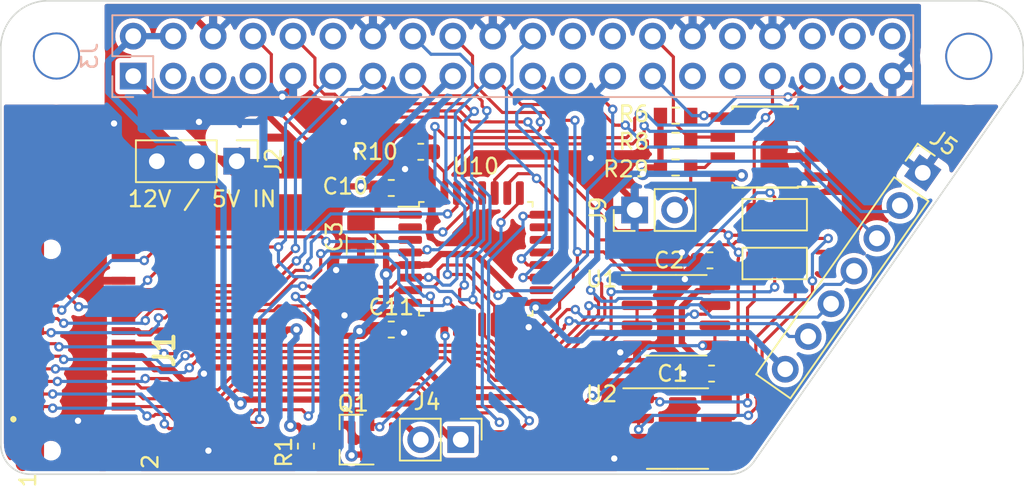
<source format=kicad_pcb>
(kicad_pcb (version 20190907) (host pcbnew "(5.99.0-375-g4460af5be-dirty)+6.0.0~dev1-1")
  (layers (0 "F.Cu" signal) (31 "B.Cu" signal) (34 "B.Paste" user) (35 "F.Paste" user) (36 "B.SilkS" user) (37 "F.SilkS" user) (38 "B.Mask" user) (39 "F.Mask" user) (44 "Edge.Cuts" user))
  (net 0 "")
  (net 1 "GND")
  (net 2 "/ID_SD_EEPROM")
  (net 3 "/ID_SC_EEPROM")
  (net 4 "Net-(J9-Pad2)")
  (net 5 "+12V")
  (net 6 "/SW1")
  (net 7 "/SW2")
  (net 8 "/Common bus interface/1wire_5")
  (net 9 "/Tx")
  (net 10 "/Common bus interface/Bus1_12")
  (net 11 "/Rx")
  (net 12 "/Common bus interface/Bus2_12")
  (net 13 "/Common bus interface/Bus3_12")
  (net 14 "/Common bus interface/Bus4_12")
  (net 15 "+5V")
  (net 16 "/Tx2")
  (net 17 "+3V3")
  (net 18 "/Rx2")
  (net 19 "/SCLx")
  (net 20 "/T3")
  (net 21 "/SDAx")
  (net 22 "/T1")
  (net 23 "/T2")
  (net 24 "/Bus3")
  (net 25 "Net-(JP1-Pad1)")
  (net 26 "Net-(JP2-Pad3)")
  (net 27 "/Bus4")
  (net 28 "/EN")
  (net 29 "/Boot0")
  (net 30 "/1wire")
  (net 31 "/Bus1")
  (net 32 "/Bus2")
  (net 33 "/Tx3")
  (net 34 "/Rx3")
  (net 35 "/5v")
  (net 36 "GNDPWR")
  (module "Connector_PinHeader_2.54mm:PinHeader_1x03_P2.54mm_Vertical" (layer "F.Cu") (at 43.8 35 -90)
    (fp_text reference "J2" (at 0 -2.33 90) (layer "F.SilkS"))
    (fp_text value "CONN_01X03")
    (pad "3" thru_hole oval (at 0 5.08 270) (size 1.7 1.7) (drill 1) (layers *.Cu *.Mask) (net 5 "+12V"))
    (pad "2" thru_hole oval (at 0 2.54 270) (size 1.7 1.7) (drill 1) (layers *.Cu *.Mask) (net 15 "+5V"))
    (pad "1" thru_hole rect (at 0 0 270) (size 1.7 1.7) (drill 1) (layers *.Cu *.Mask) (net 1 "GND"))
  )
  (module "localstuff:TE_1775013_plug" (layer "F.Cu") (at 33.7 47 -90)
    (fp_text reference "J1" (at 0 -5.5 90) (layer "F.SilkS") (effects (font (size 1.27 1.27) (thickness 0.254))))
    (fp_text value "Moat_Bus_device" hide)
    (fp_text user "2" (at 7.1 -4.6 90) (layer "F.SilkS"))
    (fp_text user "1" (at 8.255 3.175 90) (layer "F.SilkS"))
    (fp_circle (center 7.25 3.5) (end 7.55 3.5) (layer "F.Cu") (width 0.3))
    (pad "1" smd rect (at 4.4 2.9 270) (size 0.5 1.5) (layers "F.Cu" "F.Paste" "F.Mask") (net 1 "GND"))
    (pad "2" smd rect (at 4.4 -2.9 270) (size 0.5 1.5) (layers "F.Cu" "F.Paste" "F.Mask") (net 1 "GND"))
    (pad "3" smd rect (at 3.6 2.9 270) (size 0.5 1.5) (layers "F.Cu" "F.Paste" "F.Mask") (net 6 "/SW1"))
    (pad "4" smd rect (at 3.6 -2.9 270) (size 0.5 1.5) (layers "F.Cu" "F.Paste" "F.Mask") (net 7 "/SW2"))
    (pad "5" smd rect (at 2.8 2.9 270) (size 0.5 1.5) (layers "F.Cu" "F.Paste" "F.Mask") (net 8 "/Common bus interface/1wire_5"))
    (pad "6" smd rect (at 2.8 -2.9 270) (size 0.5 1.5) (layers "F.Cu" "F.Paste" "F.Mask") (net 33 "/Tx3"))
    (pad "7" smd rect (at 2 2.9 270) (size 0.5 1.5) (layers "F.Cu" "F.Paste" "F.Mask") (net 10 "/Common bus interface/Bus1_12"))
    (pad "8" smd rect (at 2 -2.9 270) (size 0.5 1.5) (layers "F.Cu" "F.Paste" "F.Mask") (net 34 "/Rx3"))
    (pad "9" smd rect (at 1.2 2.9 270) (size 0.5 1.5) (layers "F.Cu" "F.Paste" "F.Mask") (net 12 "/Common bus interface/Bus2_12"))
    (pad "10" smd rect (at 1.2 -2.9 270) (size 0.5 1.5) (layers "F.Cu" "F.Paste" "F.Mask"))
    (pad "11" smd rect (at 0.4 2.9 270) (size 0.5 1.5) (layers "F.Cu" "F.Paste" "F.Mask") (net 13 "/Common bus interface/Bus3_12"))
    (pad "12" smd rect (at 0.4 -2.9 270) (size 0.5 1.5) (layers "F.Cu" "F.Paste" "F.Mask") (net 5 "+12V"))
    (pad "13" smd rect (at -0.4 2.9 270) (size 0.5 1.5) (layers "F.Cu" "F.Paste" "F.Mask") (net 14 "/Common bus interface/Bus4_12"))
    (pad "14" smd rect (at -0.4 -2.9 270) (size 0.5 1.5) (layers "F.Cu" "F.Paste" "F.Mask") (net 35 "/5v"))
    (pad "15" smd rect (at -1.2 2.9 270) (size 0.5 1.5) (layers "F.Cu" "F.Paste" "F.Mask") (net 16 "/Tx2"))
    (pad "16" smd rect (at -1.2 -2.9 270) (size 0.5 1.5) (layers "F.Cu" "F.Paste" "F.Mask") (net 17 "+3V3"))
    (pad "17" smd rect (at -2 2.9 270) (size 0.5 1.5) (layers "F.Cu" "F.Paste" "F.Mask") (net 18 "/Rx2"))
    (pad "18" smd rect (at -2 -2.9 270) (size 0.5 1.5) (layers "F.Cu" "F.Paste" "F.Mask") (net 19 "/SCLx"))
    (pad "19" smd rect (at -2.8 2.9 270) (size 0.5 1.5) (layers "F.Cu" "F.Paste" "F.Mask") (net 20 "/T3"))
    (pad "20" smd rect (at -2.8 -2.9 270) (size 0.5 1.5) (layers "F.Cu" "F.Paste" "F.Mask") (net 21 "/SDAx"))
    (pad "21" smd rect (at -3.6 2.9 270) (size 0.5 1.5) (layers "F.Cu" "F.Paste" "F.Mask") (net 22 "/T1"))
    (pad "22" smd rect (at -3.6 -2.9 270) (size 0.5 1.5) (layers "F.Cu" "F.Paste" "F.Mask") (net 23 "/T2"))
    (pad "23" smd rect (at -4.4 2.9 270) (size 0.5 1.5) (layers "F.Cu" "F.Paste" "F.Mask") (net 36 "GNDPWR"))
    (pad "24" smd rect (at -4.4 -2.9 270) (size 0.5 1.5) (layers "F.Cu" "F.Paste" "F.Mask") (net 36 "GNDPWR"))
    (pad "MNT" smd rect (at 6.5 2.9 180) (size 1.5 1.8) (layers "F.Cu" "F.Paste" "F.Mask"))
    (pad "MNT" smd rect (at 6.5 -2.9 180) (size 1.5 1.8) (layers "F.Cu" "F.Paste" "F.Mask"))
    (pad "MNT" smd rect (at -6.5 2.9 180) (size 1.5 1.8) (layers "F.Cu" "F.Paste" "F.Mask"))
    (pad "MNT" smd rect (at -6.5 -2.9 180) (size 1.5 1.8) (layers "F.Cu" "F.Paste" "F.Mask"))
    (pad "MNT" smd rect (at 6.5 0 270) (size 1.8 2) (layers "F.Cu" "F.Paste" "F.Mask"))
    (pad "MNT" smd rect (at -6.5 0 270) (size 1.8 2) (layers "F.Cu" "F.Paste" "F.Mask"))
    (pad "" np_thru_hole circle (at 6.4 1.7 270) (size 0.65 0.65) (drill 0.65) (layers *.Cu *.Mask))
    (pad "" np_thru_hole circle (at -6.4 1.7 270) (size 0.65 0.65) (drill 0.65) (layers *.Cu *.Mask))
  )
  (module "Resistor_SMD:R_0603_1608Metric_Pad0.84x1.00mm_HandSolder" (layer "F.Cu") (at 71.7 35.4)
    (fp_text reference "R29" (at -3.15 0.1) (layer "F.SilkS"))
    (fp_text value "1K")
    (pad "1" smd rect (at -0.9625 0) (size 0.845 1) (layers "F.Cu" "F.Paste" "F.Mask") (net 17 "+3V3"))
    (pad "2" smd rect (at 0.9625 0) (size 0.845 1) (layers "F.Cu" "F.Paste" "F.Mask") (net 4 "Net-(J9-Pad2)"))
  )
  (module "Symbol:OSHW-Logo2_7.3x6mm_Copper" (layer "F.Cu") (at 33.3 35)
    (fp_text reference "REF**" hide)
    (fp_text value "OSHW-Logo2_7.3x6mm_Copper" hide)
    (fp_poly (pts (xy -2.400256 1.919918) (xy -2.344799 1.947568) (xy -2.295852 1.99848) (xy -2.282371 2.017338) (xy -2.267686 2.042015) (xy -2.258158 2.068816) (xy -2.252707 2.104587) (xy -2.250253 2.156169) (xy -2.249714 2.224267) (xy -2.252148 2.317588) (xy -2.260606 2.387657) (xy -2.276826 2.439931) (xy -2.302546 2.479869) (xy -2.339503 2.512929) (xy -2.342218 2.514886) (xy -2.37864 2.534908) (xy -2.422498 2.544815) (xy -2.478276 2.547257) (xy -2.568952 2.547257) (xy -2.56899 2.635283) (xy -2.569834 2.684308) (xy -2.574976 2.713065) (xy -2.588413 2.730311) (xy -2.614142 2.744808) (xy -2.620321 2.747769) (xy -2.649236 2.761648) (xy -2.671624 2.770414) (xy -2.688271 2.771171) (xy -2.699964 2.761023) (xy -2.70749 2.737073) (xy -2.711634 2.696426) (xy -2.713185 2.636186) (xy -2.712929 2.553455) (xy -2.711651 2.445339) (xy -2.711252 2.413) (xy -2.709815 2.301524) (xy -2.708528 2.228603) (xy -2.569029 2.228603) (xy -2.568245 2.290499) (xy -2.56476 2.330997) (xy -2.556876 2.357708) (xy -2.542895 2.378244) (xy -2.533403 2.38826) (xy -2.494596 2.417567) (xy -2.460237 2.419952) (xy -2.424784 2.39575) (xy -2.423886 2.394857) (xy -2.409461 2.376153) (xy -2.400687 2.350732) (xy -2.396261 2.311584) (xy -2.394882 2.251697) (xy -2.394857 2.23843) (xy -2.398188 2.155901) (xy -2.409031 2.098691) (xy -2.42866 2.063766) (xy -2.45835 2.048094) (xy -2.475509 2.046514) (xy -2.516234 2.053926) (xy -2.544168 2.07833) (xy -2.560983 2.12298) (xy -2.56835 2.19113) (xy -2.569029 2.228603) (xy -2.708528 2.228603) (xy -2.708292 2.215245) (xy -2.706323 2.150333) (xy -2.70355 2.102958) (xy -2.699612 2.06929) (xy -2.694151 2.045498) (xy -2.686808 2.027753) (xy -2.677223 2.012224) (xy -2.673113 2.006381) (xy -2.618595 1.951185) (xy -2.549664 1.91989) (xy -2.469928 1.911165) (xy -2.400256 1.919918)) (layer "F.Cu") (width 0.01))
    (fp_poly (pts (xy -1.283907 1.92778) (xy -1.237328 1.954723) (xy -1.204943 1.981466) (xy -1.181258 2.009484) (xy -1.164941 2.043748) (xy -1.154661 2.089227) (xy -1.149086 2.150892) (xy -1.146884 2.233711) (xy -1.146629 2.293246) (xy -1.146629 2.512391) (xy -1.208314 2.540044) (xy -1.27 2.567697) (xy -1.277257 2.32767) (xy -1.280256 2.238028) (xy -1.283402 2.172962) (xy -1.287299 2.128026) (xy -1.292553 2.09877) (xy -1.299769 2.080748) (xy -1.30955 2.069511) (xy -1.312688 2.067079) (xy -1.360239 2.048083) (xy -1.408303 2.0556) (xy -1.436914 2.075543) (xy -1.448553 2.089675) (xy -1.456609 2.10822) (xy -1.461729 2.136334) (xy -1.464559 2.179173) (xy -1.465744 2.241895) (xy -1.465943 2.307261) (xy -1.465982 2.389268) (xy -1.467386 2.447316) (xy -1.472086 2.486465) (xy -1.482013 2.51178) (xy -1.499097 2.528323) (xy -1.525268 2.541156) (xy -1.560225 2.554491) (xy -1.598404 2.569007) (xy -1.593859 2.311389) (xy -1.592029 2.218519) (xy -1.589888 2.149889) (xy -1.586819 2.100711) (xy -1.582206 2.066198) (xy -1.575432 2.041562) (xy -1.565881 2.022016) (xy -1.554366 2.00477) (xy -1.49881 1.94968) (xy -1.43102 1.917822) (xy -1.357287 1.910191) (xy -1.283907 1.92778)) (layer "F.Cu") (width 0.01))
    (fp_poly (pts (xy -2.958885 1.921962) (xy -2.890855 1.957733) (xy -2.840649 2.015301) (xy -2.822815 2.052312) (xy -2.808937 2.107882) (xy -2.801833 2.178096) (xy -2.80116 2.254727) (xy -2.806573 2.329552) (xy -2.81773 2.394342) (xy -2.834286 2.440873) (xy -2.839374 2.448887) (xy -2.899645 2.508707) (xy -2.971231 2.544535) (xy -3.048908 2.55502) (xy -3.127452 2.53881) (xy -3.149311 2.529092) (xy -3.191878 2.499143) (xy -3.229237 2.459433) (xy -3.232768 2.454397) (xy -3.247119 2.430124) (xy -3.256606 2.404178) (xy -3.26221 2.370022) (xy -3.264914 2.321119) (xy -3.265701 2.250935) (xy -3.265714 2.2352) (xy -3.265678 2.230192) (xy -3.120571 2.230192) (xy -3.119727 2.29643) (xy -3.116404 2.340386) (xy -3.109417 2.368779) (xy -3.097584 2.388325) (xy -3.091543 2.394857) (xy -3.056814 2.41968) (xy -3.023097 2.418548) (xy -2.989005 2.397016) (xy -2.968671 2.374029) (xy -2.956629 2.340478) (xy -2.949866 2.287569) (xy -2.949402 2.281399) (xy -2.948248 2.185513) (xy -2.960312 2.114299) (xy -2.98543 2.068194) (xy -3.02344 2.047635) (xy -3.037008 2.046514) (xy -3.072636 2.052152) (xy -3.097006 2.071686) (xy -3.111907 2.109042) (xy -3.119125 2.16815) (xy -3.120571 2.230192) (xy -3.265678 2.230192) (xy -3.265174 2.160413) (xy -3.262904 2.108159) (xy -3.257932 2.071949) (xy -3.249287 2.045299) (xy -3.235995 2.021722) (xy -3.233057 2.017338) (xy -3.183687 1.958249) (xy -3.129891 1.923947) (xy -3.064398 1.910331) (xy -3.042158 1.909665) (xy -2.958885 1.921962)) (layer "F.Cu") (width 0.01))
    (fp_poly (pts (xy -1.831697 1.931239) (xy -1.774473 1.969735) (xy -1.730251 2.025335) (xy -1.703833 2.096086) (xy -1.69849 2.148162) (xy -1.699097 2.169893) (xy -1.704178 2.186531) (xy -1.718145 2.201437) (xy -1.745411 2.217973) (xy -1.790388 2.239498) (xy -1.857489 2.269374) (xy -1.857829 2.269524) (xy -1.919593 2.297813) (xy -1.970241 2.322933) (xy -2.004596 2.342179) (xy -2.017482 2.352848) (xy -2.017486 2.352934) (xy -2.006128 2.376166) (xy -1.979569 2.401774) (xy -1.949077 2.420221) (xy -1.93363 2.423886) (xy -1.891485 2.411212) (xy -1.855192 2.379471) (xy -1.837483 2.344572) (xy -1.820448 2.318845) (xy -1.787078 2.289546) (xy -1.747851 2.264235) (xy -1.713244 2.250471) (xy -1.706007 2.249714) (xy -1.697861 2.26216) (xy -1.69737 2.293972) (xy -1.703357 2.336866) (xy -1.714643 2.382558) (xy -1.73005 2.422761) (xy -1.730829 2.424322) (xy -1.777196 2.489062) (xy -1.837289 2.533097) (xy -1.905535 2.554711) (xy -1.976362 2.552185) (xy -2.044196 2.523804) (xy -2.047212 2.521808) (xy -2.100573 2.473448) (xy -2.13566 2.410352) (xy -2.155078 2.327387) (xy -2.157684 2.304078) (xy -2.162299 2.194055) (xy -2.156767 2.142748) (xy -2.017486 2.142748) (xy -2.015676 2.174753) (xy -2.005778 2.184093) (xy -1.981102 2.177105) (xy -1.942205 2.160587) (xy -1.898725 2.139881) (xy -1.897644 2.139333) (xy -1.860791 2.119949) (xy -1.846 2.107013) (xy -1.849647 2.093451) (xy -1.865005 2.075632) (xy -1.904077 2.049845) (xy -1.946154 2.04795) (xy -1.983897 2.066717) (xy -2.009966 2.102915) (xy -2.017486 2.142748) (xy -2.156767 2.142748) (xy -2.152806 2.106027) (xy -2.12845 2.036212) (xy -2.094544 1.987302) (xy -2.033347 1.937878) (xy -1.965937 1.913359) (xy -1.89712 1.911797) (xy -1.831697 1.931239)) (layer "F.Cu") (width 0.01))
    (fp_poly (pts (xy -0.624114 1.851289) (xy -0.619861 1.910613) (xy -0.614975 1.945572) (xy -0.608205 1.96082) (xy -0.598298 1.961015) (xy -0.595086 1.959195) (xy -0.552356 1.946015) (xy -0.496773 1.946785) (xy -0.440263 1.960333) (xy -0.404918 1.977861) (xy -0.368679 2.005861) (xy -0.342187 2.037549) (xy -0.324001 2.077813) (xy -0.312678 2.131543) (xy -0.306778 2.203626) (xy -0.304857 2.298951) (xy -0.304823 2.317237) (xy -0.3048 2.522646) (xy -0.350509 2.53858) (xy -0.382973 2.54942) (xy -0.400785 2.554468) (xy -0.401309 2.554514) (xy -0.403063 2.540828) (xy -0.404556 2.503076) (xy -0.405674 2.446224) (xy -0.406303 2.375234) (xy -0.4064 2.332073) (xy -0.406602 2.246973) (xy -0.407642 2.185981) (xy -0.410169 2.144177) (xy -0.414836 2.116642) (xy -0.422293 2.098456) (xy -0.433189 2.084698) (xy -0.439993 2.078073) (xy -0.486728 2.051375) (xy -0.537728 2.049375) (xy -0.583999 2.071955) (xy -0.592556 2.080107) (xy -0.605107 2.095436) (xy -0.613812 2.113618) (xy -0.619369 2.139909) (xy -0.622474 2.179562) (xy -0.623824 2.237832) (xy -0.624114 2.318173) (xy -0.624114 2.522646) (xy -0.669823 2.53858) (xy -0.702287 2.54942) (xy -0.720099 2.554468) (xy -0.720623 2.554514) (xy -0.721963 2.540623) (xy -0.723172 2.501439) (xy -0.724199 2.4407) (xy -0.724998 2.362141) (xy -0.725519 2.269498) (xy -0.725714 2.166509) (xy -0.725714 1.769342) (xy -0.678543 1.749444) (xy -0.631371 1.729547) (xy -0.624114 1.851289)) (layer "F.Cu") (width 0.01))
    (fp_poly (pts (xy 0.039744 1.950968) (xy 0.096616 1.972087) (xy 0.097267 1.972493) (xy 0.13244 1.99838) (xy 0.158407 2.028633) (xy 0.17667 2.068058) (xy 0.188732 2.121462) (xy 0.196096 2.193651) (xy 0.200264 2.289432) (xy 0.200629 2.303078) (xy 0.205876 2.508842) (xy 0.161716 2.531678) (xy 0.129763 2.54711) (xy 0.11047 2.554423) (xy 0.109578 2.554514) (xy 0.106239 2.541022) (xy 0.103587 2.504626) (xy 0.101956 2.451452) (xy 0.1016 2.408393) (xy 0.101592 2.338641) (xy 0.098403 2.294837) (xy 0.087288 2.273944) (xy 0.063501 2.272925) (xy 0.022296 2.288741) (xy -0.039914 2.317815) (xy -0.085659 2.341963) (xy -0.109187 2.362913) (xy -0.116104 2.385747) (xy -0.116114 2.386877) (xy -0.104701 2.426212) (xy -0.070908 2.447462) (xy -0.019191 2.450539) (xy 0.018061 2.450006) (xy 0.037703 2.460735) (xy 0.049952 2.486505) (xy 0.057002 2.519337) (xy 0.046842 2.537966) (xy 0.043017 2.540632) (xy 0.007001 2.55134) (xy -0.043434 2.552856) (xy -0.095374 2.545759) (xy -0.132178 2.532788) (xy -0.183062 2.489585) (xy -0.211986 2.429446) (xy -0.217714 2.382462) (xy -0.213343 2.340082) (xy -0.197525 2.305488) (xy -0.166203 2.274763) (xy -0.115322 2.24399) (xy -0.040824 2.209252) (xy -0.036286 2.207288) (xy 0.030821 2.176287) (xy 0.072232 2.150862) (xy 0.089981 2.128014) (xy 0.086107 2.104745) (xy 0.062643 2.078056) (xy 0.055627 2.071914) (xy 0.00863 2.0481) (xy -0.040067 2.049103) (xy -0.082478 2.072451) (xy -0.110616 2.115675) (xy -0.113231 2.12416) (xy -0.138692 2.165308) (xy -0.170999 2.185128) (xy -0.217714 2.20477) (xy -0.217714 2.15395) (xy -0.203504 2.080082) (xy -0.161325 2.012327) (xy -0.139376 1.989661) (xy -0.089483 1.960569) (xy -0.026033 1.9474) (xy 0.039744 1.950968)) (layer "F.Cu") (width 0.01))
    (fp_poly (pts (xy 0.529926 1.949755) (xy 0.595858 1.974084) (xy 0.649273 2.017117) (xy 0.670164 2.047409) (xy 0.692939 2.102994) (xy 0.692466 2.143186) (xy 0.668562 2.170217) (xy 0.659717 2.174813) (xy 0.62153 2.189144) (xy 0.602028 2.185472) (xy 0.595422 2.161407) (xy 0.595086 2.148114) (xy 0.582992 2.09921) (xy 0.551471 2.064999) (xy 0.507659 2.048476) (xy 0.458695 2.052634) (xy 0.418894 2.074227) (xy 0.40545 2.086544) (xy 0.395921 2.101487) (xy 0.389485 2.124075) (xy 0.385317 2.159328) (xy 0.382597 2.212266) (xy 0.380502 2.287907) (xy 0.37996 2.311857) (xy 0.377981 2.39379) (xy 0.375731 2.451455) (xy 0.372357 2.489608) (xy 0.367006 2.513004) (xy 0.358824 2.526398) (xy 0.346959 2.534545) (xy 0.339362 2.538144) (xy 0.307102 2.550452) (xy 0.288111 2.554514) (xy 0.281836 2.540948) (xy 0.278006 2.499934) (xy 0.2766 2.430999) (xy 0.277598 2.333669) (xy 0.277908 2.318657) (xy 0.280101 2.229859) (xy 0.282693 2.165019) (xy 0.286382 2.119067) (xy 0.291864 2.086935) (xy 0.299835 2.063553) (xy 0.310993 2.043852) (xy 0.31683 2.03541) (xy 0.350296 1.998057) (xy 0.387727 1.969003) (xy 0.392309 1.966467) (xy 0.459426 1.946443) (xy 0.529926 1.949755)) (layer "F.Cu") (width 0.01))
    (fp_poly (pts (xy 1.190117 2.065358) (xy 1.189933 2.173837) (xy 1.189219 2.257287) (xy 1.187675 2.319704) (xy 1.185001 2.365085) (xy 1.180894 2.397429) (xy 1.175055 2.420733) (xy 1.167182 2.438995) (xy 1.161221 2.449418) (xy 1.111855 2.505945) (xy 1.049264 2.541377) (xy 0.980013 2.55409) (xy 0.910668 2.542463) (xy 0.869375 2.521568) (xy 0.826025 2.485422) (xy 0.796481 2.441276) (xy 0.778655 2.383462) (xy 0.770463 2.306313) (xy 0.769302 2.249714) (xy 0.769458 2.245647) (xy 0.870857 2.245647) (xy 0.871476 2.31055) (xy 0.874314 2.353514) (xy 0.88084 2.381622) (xy 0.892523 2.401953) (xy 0.906483 2.417288) (xy 0.953365 2.44689) (xy 1.003701 2.449419) (xy 1.051276 2.424705) (xy 1.054979 2.421356) (xy 1.070783 2.403935) (xy 1.080693 2.383209) (xy 1.086058 2.352362) (xy 1.088228 2.304577) (xy 1.088571 2.251748) (xy 1.087827 2.185381) (xy 1.084748 2.141106) (xy 1.078061 2.112009) (xy 1.066496 2.091173) (xy 1.057013 2.080107) (xy 1.01296 2.052198) (xy 0.962224 2.048843) (xy 0.913796 2.070159) (xy 0.90445 2.078073) (xy 0.88854 2.095647) (xy 0.87861 2.116587) (xy 0.873278 2.147782) (xy 0.871163 2.196122) (xy 0.870857 2.245647) (xy 0.769458 2.245647) (xy 0.77281 2.158568) (xy 0.784726 2.090086) (xy 0.807135 2.0386) (xy 0.842124 1.998443) (xy 0.869375 1.977861) (xy 0.918907 1.955625) (xy 0.976316 1.945304) (xy 1.029682 1.948067) (xy 1.059543 1.959212) (xy 1.071261 1.962383) (xy 1.079037 1.950557) (xy 1.084465 1.918866) (xy 1.088571 1.870593) (xy 1.093067 1.816829) (xy 1.099313 1.784482) (xy 1.110676 1.765985) (xy 1.130528 1.75377) (xy 1.143 1.748362) (xy 1.190171 1.728601) (xy 1.190117 2.065358)) (layer "F.Cu") (width 0.01))
    (fp_poly (pts (xy 1.779833 1.958663) (xy 1.782048 1.99685) (xy 1.783784 2.054886) (xy 1.784899 2.12818) (xy 1.785257 2.205055) (xy 1.785257 2.465196) (xy 1.739326 2.511127) (xy 1.707675 2.539429) (xy 1.67989 2.550893) (xy 1.641915 2.550168) (xy 1.62684 2.548321) (xy 1.579726 2.542948) (xy 1.540756 2.539869) (xy 1.531257 2.539585) (xy 1.499233 2.541445) (xy 1.453432 2.546114) (xy 1.435674 2.548321) (xy 1.392057 2.551735) (xy 1.362745 2.54432) (xy 1.33368 2.521427) (xy 1.323188 2.511127) (xy 1.277257 2.465196) (xy 1.277257 1.978602) (xy 1.314226 1.961758) (xy 1.346059 1.949282) (xy 1.364683 1.944914) (xy 1.369458 1.958718) (xy 1.373921 1.997286) (xy 1.377775 2.056356) (xy 1.380722 2.131663) (xy 1.382143 2.195286) (xy 1.386114 2.445657) (xy 1.420759 2.450556) (xy 1.452268 2.447131) (xy 1.467708 2.436041) (xy 1.472023 2.415308) (xy 1.475708 2.371145) (xy 1.478469 2.309146) (xy 1.480012 2.234909) (xy 1.480235 2.196706) (xy 1.480457 1.976783) (xy 1.526166 1.960849) (xy 1.558518 1.950015) (xy 1.576115 1.944962) (xy 1.576623 1.944914) (xy 1.578388 1.958648) (xy 1.580329 1.99673) (xy 1.582282 2.054482) (xy 1.584084 2.127227) (xy 1.585343 2.195286) (xy 1.589314 2.445657) (xy 1.6764 2.445657) (xy 1.680396 2.21724) (xy 1.684392 1.988822) (xy 1.726847 1.966868) (xy 1.758192 1.951793) (xy 1.776744 1.944951) (xy 1.777279 1.944914) (xy 1.779833 1.958663)) (layer "F.Cu") (width 0.01))
    (fp_poly (pts (xy 2.144876 1.956335) (xy 2.186667 1.975344) (xy 2.219469 1.998378) (xy 2.243503 2.024133) (xy 2.260097 2.057358) (xy 2.270577 2.1028) (xy 2.276271 2.165207) (xy 2.278507 2.249327) (xy 2.278743 2.304721) (xy 2.278743 2.520826) (xy 2.241774 2.53767) (xy 2.212656 2.549981) (xy 2.198231 2.554514) (xy 2.195472 2.541025) (xy 2.193282 2.504653) (xy 2.191942 2.451542) (xy 2.191657 2.409372) (xy 2.190434 2.348447) (xy 2.187136 2.300115) (xy 2.182321 2.270518) (xy 2.178496 2.264229) (xy 2.152783 2.270652) (xy 2.112418 2.287125) (xy 2.065679 2.309458) (xy 2.020845 2.333457) (xy 1.986193 2.35493) (xy 1.970002 2.369685) (xy 1.969938 2.369845) (xy 1.97133 2.397152) (xy 1.983818 2.423219) (xy 2.005743 2.444392) (xy 2.037743 2.451474) (xy 2.065092 2.450649) (xy 2.103826 2.450042) (xy 2.124158 2.459116) (xy 2.136369 2.483092) (xy 2.137909 2.487613) (xy 2.143203 2.521806) (xy 2.129047 2.542568) (xy 2.092148 2.552462) (xy 2.052289 2.554292) (xy 1.980562 2.540727) (xy 1.943432 2.521355) (xy 1.897576 2.475845) (xy 1.873256 2.419983) (xy 1.871073 2.360957) (xy 1.891629 2.305953) (xy 1.922549 2.271486) (xy 1.95342 2.252189) (xy 2.001942 2.227759) (xy 2.058485 2.202985) (xy 2.06791 2.199199) (xy 2.130019 2.171791) (xy 2.165822 2.147634) (xy 2.177337 2.123619) (xy 2.16658 2.096635) (xy 2.148114 2.075543) (xy 2.104469 2.049572) (xy 2.056446 2.047624) (xy 2.012406 2.067637) (xy 1.980709 2.107551) (xy 1.976549 2.117848) (xy 1.952327 2.155724) (xy 1.916965 2.183842) (xy 1.872343 2.206917) (xy 1.872343 2.141485) (xy 1.874969 2.101506) (xy 1.88623 2.069997) (xy 1.911199 2.036378) (xy 1.935169 2.010484) (xy 1.972441 1.973817) (xy 2.001401 1.954121) (xy 2.032505 1.94622) (xy 2.067713 1.944914) (xy 2.144876 1.956335)) (layer "F.Cu") (width 0.01))
    (fp_poly (pts (xy 2.6526 1.958752) (xy 2.669948 1.966334) (xy 2.711356 1.999128) (xy 2.746765 2.046547) (xy 2.768664 2.097151) (xy 2.772229 2.122098) (xy 2.760279 2.156927) (xy 2.734067 2.175357) (xy 2.705964 2.186516) (xy 2.693095 2.188572) (xy 2.686829 2.173649) (xy 2.674456 2.141175) (xy 2.669028 2.126502) (xy 2.63859 2.075744) (xy 2.59452 2.050427) (xy 2.53801 2.051206) (xy 2.533825 2.052203) (xy 2.503655 2.066507) (xy 2.481476 2.094393) (xy 2.466327 2.139287) (xy 2.45725 2.204615) (xy 2.453286 2.293804) (xy 2.452914 2.341261) (xy 2.45273 2.416071) (xy 2.451522 2.467069) (xy 2.448309 2.499471) (xy 2.442109 2.518495) (xy 2.43194 2.529356) (xy 2.416819 2.537272) (xy 2.415946 2.53767) (xy 2.386828 2.549981) (xy 2.372403 2.554514) (xy 2.370186 2.540809) (xy 2.368289 2.502925) (xy 2.366847 2.445715) (xy 2.365998 2.374027) (xy 2.365829 2.321565) (xy 2.366692 2.220047) (xy 2.37007 2.143032) (xy 2.377142 2.086023) (xy 2.389088 2.044526) (xy 2.40709 2.014043) (xy 2.432327 1.99008) (xy 2.457247 1.973355) (xy 2.517171 1.951097) (xy 2.586911 1.946076) (xy 2.6526 1.958752)) (layer "F.Cu") (width 0.01))
    (fp_poly (pts (xy 3.153595 1.966966) (xy 3.211021 2.004497) (xy 3.238719 2.038096) (xy 3.260662 2.099064) (xy 3.262405 2.147308) (xy 3.258457 2.211816) (xy 3.109686 2.276934) (xy 3.037349 2.310202) (xy 2.990084 2.336964) (xy 2.965507 2.360144) (xy 2.961237 2.382667) (xy 2.974889 2.407455) (xy 2.989943 2.423886) (xy 3.033746 2.450235) (xy 3.081389 2.452081) (xy 3.125145 2.431546) (xy 3.157289 2.390752) (xy 3.163038 2.376347) (xy 3.190576 2.331356) (xy 3.222258 2.312182) (xy 3.265714 2.295779) (xy 3.265714 2.357966) (xy 3.261872 2.400283) (xy 3.246823 2.435969) (xy 3.21528 2.476943) (xy 3.210592 2.482267) (xy 3.175506 2.51872) (xy 3.145347 2.538283) (xy 3.107615 2.547283) (xy 3.076335 2.55023) (xy 3.020385 2.550965) (xy 2.980555 2.54166) (xy 2.955708 2.527846) (xy 2.916656 2.497467) (xy 2.889625 2.464613) (xy 2.872517 2.423294) (xy 2.863238 2.367521) (xy 2.859693 2.291305) (xy 2.85941 2.252622) (xy 2.860372 2.206247) (xy 2.948007 2.206247) (xy 2.949023 2.231126) (xy 2.951556 2.2352) (xy 2.968274 2.229665) (xy 3.004249 2.215017) (xy 3.052331 2.19419) (xy 3.062386 2.189714) (xy 3.123152 2.158814) (xy 3.156632 2.131657) (xy 3.16399 2.10622) (xy 3.146391 2.080481) (xy 3.131856 2.069109) (xy 3.07941 2.046364) (xy 3.030322 2.050122) (xy 2.989227 2.077884) (xy 2.960758 2.127152) (xy 2.951631 2.166257) (xy 2.948007 2.206247) (xy 2.860372 2.206247) (xy 2.861285 2.162249) (xy 2.868196 2.095384) (xy 2.881884 2.046695) (xy 2.904096 2.010849) (xy 2.936574 1.982513) (xy 2.950733 1.973355) (xy 3.015053 1.949507) (xy 3.085473 1.948006) (xy 3.153595 1.966966)) (layer "F.Cu") (width 0.01))
    (fp_poly (pts (xy 0.10391 -2.757652) (xy 0.182454 -2.757222) (xy 0.239298 -2.756058) (xy 0.278105 -2.753793) (xy 0.302538 -2.75006) (xy 0.316262 -2.744494) (xy 0.32294 -2.736727) (xy 0.326236 -2.726395) (xy 0.326556 -2.725057) (xy 0.331562 -2.700921) (xy 0.340829 -2.653299) (xy 0.353392 -2.587259) (xy 0.368287 -2.507872) (xy 0.384551 -2.420204) (xy 0.385119 -2.417125) (xy 0.40141 -2.331211) (xy 0.416652 -2.255304) (xy 0.429861 -2.193955) (xy 0.440054 -2.151718) (xy 0.446248 -2.133145) (xy 0.446543 -2.132816) (xy 0.464788 -2.123747) (xy 0.502405 -2.108633) (xy 0.551271 -2.090738) (xy 0.551543 -2.090642) (xy 0.613093 -2.067507) (xy 0.685657 -2.038035) (xy 0.754057 -2.008403) (xy 0.757294 -2.006938) (xy 0.868702 -1.956374) (xy 1.115399 -2.12484) (xy 1.191077 -2.176197) (xy 1.259631 -2.222111) (xy 1.317088 -2.25997) (xy 1.359476 -2.287163) (xy 1.382825 -2.301079) (xy 1.385042 -2.302111) (xy 1.40201 -2.297516) (xy 1.433701 -2.275345) (xy 1.481352 -2.234553) (xy 1.546198 -2.174095) (xy 1.612397 -2.109773) (xy 1.676214 -2.046388) (xy 1.733329 -1.988549) (xy 1.780305 -1.939825) (xy 1.813703 -1.90379) (xy 1.830085 -1.884016) (xy 1.830694 -1.882998) (xy 1.832505 -1.869428) (xy 1.825683 -1.847267) (xy 1.80854 -1.813522) (xy 1.779393 -1.7652) (xy 1.736555 -1.699308) (xy 1.679448 -1.614483) (xy 1.628766 -1.539823) (xy 1.583461 -1.47286) (xy 1.54615 -1.417484) (xy 1.519452 -1.37758) (xy 1.505985 -1.357038) (xy 1.505137 -1.355644) (xy 1.506781 -1.335962) (xy 1.519245 -1.297707) (xy 1.540048 -1.248111) (xy 1.547462 -1.232272) (xy 1.579814 -1.16171) (xy 1.614328 -1.081647) (xy 1.642365 -1.012371) (xy 1.662568 -0.960955) (xy 1.678615 -0.921881) (xy 1.687888 -0.901459) (xy 1.689041 -0.899886) (xy 1.706096 -0.897279) (xy 1.746298 -0.890137) (xy 1.804302 -0.879477) (xy 1.874763 -0.866315) (xy 1.952335 -0.851667) (xy 2.031672 -0.836551) (xy 2.107431 -0.821982) (xy 2.174264 -0.808978) (xy 2.226828 -0.798555) (xy 2.259776 -0.79173) (xy 2.267857 -0.789801) (xy 2.276205 -0.785038) (xy 2.282506 -0.774282) (xy 2.287045 -0.753902) (xy 2.290104 -0.720266) (xy 2.291967 -0.669745) (xy 2.292918 -0.598708) (xy 2.29324 -0.503524) (xy 2.293257 -0.464508) (xy 2.293257 -0.147201) (xy 2.217057 -0.132161) (xy 2.174663 -0.124005) (xy 2.1114 -0.112101) (xy 2.034962 -0.097884) (xy 1.953043 -0.08279) (xy 1.9304 -0.078645) (xy 1.854806 -0.063947) (xy 1.788953 -0.049495) (xy 1.738366 -0.036625) (xy 1.708574 -0.026678) (xy 1.703612 -0.023713) (xy 1.691426 -0.002717) (xy 1.673953 0.037967) (xy 1.654577 0.090322) (xy 1.650734 0.1016) (xy 1.625339 0.171523) (xy 1.593817 0.250418) (xy 1.562969 0.321266) (xy 1.562817 0.321595) (xy 1.511447 0.432733) (xy 1.680399 0.681253) (xy 1.849352 0.929772) (xy 1.632429 1.147058) (xy 1.566819 1.211726) (xy 1.506979 1.268733) (xy 1.456267 1.315033) (xy 1.418046 1.347584) (xy 1.395675 1.363343) (xy 1.392466 1.364343) (xy 1.373626 1.356469) (xy 1.33518 1.334578) (xy 1.28133 1.301267) (xy 1.216276 1.259131) (xy 1.14594 1.211943) (xy 1.074555 1.16381) (xy 1.010908 1.121928) (xy 0.959041 1.088871) (xy 0.922995 1.067218) (xy 0.906867 1.059543) (xy 0.887189 1.066037) (xy 0.849875 1.08315) (xy 0.802621 1.107326) (xy 0.797612 1.110013) (xy 0.733977 1.141927) (xy 0.690341 1.157579) (xy 0.663202 1.157745) (xy 0.649057 1.143204) (xy 0.648975 1.143) (xy 0.641905 1.125779) (xy 0.625042 1.084899) (xy 0.599695 1.023525) (xy 0.567171 0.944819) (xy 0.528778 0.851947) (xy 0.485822 0.748072) (xy 0.444222 0.647502) (xy 0.398504 0.536516) (xy 0.356526 0.433703) (xy 0.319548 0.342215) (xy 0.288827 0.265201) (xy 0.265622 0.205815) (xy 0.25119 0.167209) (xy 0.246743 0.1528) (xy 0.257896 0.136272) (xy 0.287069 0.10993) (xy 0.325971 0.080887) (xy 0.436757 -0.010961) (xy 0.523351 -0.116241) (xy 0.584716 -0.232734) (xy 0.619815 -0.358224) (xy 0.627608 -0.490493) (xy 0.621943 -0.551543) (xy 0.591078 -0.678205) (xy 0.53792 -0.790059) (xy 0.465767 -0.885999) (xy 0.377917 -0.964924) (xy 0.277665 -1.02573) (xy 0.16831 -1.067313) (xy 0.053147 -1.088572) (xy -0.064525 -1.088401) (xy -0.18141 -1.065699) (xy -0.294211 -1.019362) (xy -0.399631 -0.948287) (xy -0.443632 -0.908089) (xy -0.528021 -0.804871) (xy -0.586778 -0.692075) (xy -0.620296 -0.57299) (xy -0.628965 -0.450905) (xy -0.613177 -0.329107) (xy -0.573322 -0.210884) (xy -0.509793 -0.099525) (xy -0.422979 0.001684) (xy -0.325971 0.080887) (xy -0.285563 0.111162) (xy -0.257018 0.137219) (xy -0.246743 0.152825) (xy -0.252123 0.169843) (xy -0.267425 0.2105) (xy -0.291388 0.271642) (xy -0.322756 0.350119) (xy -0.360268 0.44278) (xy -0.402667 0.546472) (xy -0.444337 0.647526) (xy -0.49031 0.758607) (xy -0.532893 0.861541) (xy -0.570779 0.953165) (xy -0.60266 1.030316) (xy -0.627229 1.089831) (xy -0.64318 1.128544) (xy -0.64909 1.143) (xy -0.663052 1.157685) (xy -0.69006 1.157642) (xy -0.733587 1.142099) (xy -0.79711 1.110284) (xy -0.797612 1.110013) (xy -0.84544 1.085323) (xy -0.884103 1.067338) (xy -0.905905 1.059614) (xy -0.906867 1.059543) (xy -0.923279 1.067378) (xy -0.959513 1.089165) (xy -1.011526 1.122328) (xy -1.075275 1.164291) (xy -1.14594 1.211943) (xy -1.217884 1.260191) (xy -1.282726 1.302151) (xy -1.336265 1.335227) (xy -1.374303 1.356821) (xy -1.392467 1.364343) (xy -1.409192 1.354457) (xy -1.44282 1.326826) (xy -1.48999 1.284495) (xy -1.547342 1.230505) (xy -1.611516 1.167899) (xy -1.632503 1.146983) (xy -1.849501 0.929623) (xy -1.684332 0.68722) (xy -1.634136 0.612781) (xy -1.590081 0.545972) (xy -1.554638 0.490665) (xy -1.530281 0.450729) (xy -1.519478 0.430036) (xy -1.519162 0.428563) (xy -1.524857 0.409058) (xy -1.540174 0.369822) (xy -1.562463 0.31743) (xy -1.578107 0.282355) (xy -1.607359 0.215201) (xy -1.634906 0.147358) (xy -1.656263 0.090034) (xy -1.662065 0.072572) (xy -1.678548 0.025938) (xy -1.69466 -0.010095) (xy -1.70351 -0.023713) (xy -1.72304 -0.032048) (xy -1.765666 -0.043863) (xy -1.825855 -0.057819) (xy -1.898078 -0.072578) (xy -1.9304 -0.078645) (xy -2.012478 -0.093727) (xy -2.091205 -0.108331) (xy -2.158891 -0.12102) (xy -2.20784 -0.130358) (xy -2.217057 -0.132161) (xy -2.293257 -0.147201) (xy -2.293257 -0.464508) (xy -2.293086 -0.568846) (xy -2.292384 -0.647787) (xy -2.290866 -0.704962) (xy -2.288251 -0.744001) (xy -2.284254 -0.768535) (xy -2.278591 -0.782195) (xy -2.27098 -0.788611) (xy -2.267857 -0.789801) (xy -2.249022 -0.79402) (xy -2.207412 -0.802438) (xy -2.14837 -0.814039) (xy -2.077243 -0.827805) (xy -1.999375 -0.84272) (xy -1.920113 -0.857768) (xy -1.844802 -0.871931) (xy -1.778787 -0.884194) (xy -1.727413 -0.893539) (xy -1.696025 -0.89895) (xy -1.689041 -0.899886) (xy -1.682715 -0.912404) (xy -1.66871 -0.945754) (xy -1.649645 -0.993623) (xy -1.642366 -1.012371) (xy -1.613004 -1.084805) (xy -1.578429 -1.16483) (xy -1.547463 -1.232272) (xy -1.524677 -1.283841) (xy -1.509518 -1.326215) (xy -1.504458 -1.352166) (xy -1.505264 -1.355644) (xy -1.515959 -1.372064) (xy -1.54038 -1.408583) (xy -1.575905 -1.461313) (xy -1.619913 -1.526365) (xy -1.669783 -1.599849) (xy -1.679644 -1.614355) (xy -1.737508 -1.700296) (xy -1.780044 -1.765739) (xy -1.808946 -1.813696) (xy -1.82591 -1.84718) (xy -1.832633 -1.869205) (xy -1.83081 -1.882783) (xy -1.830764 -1.882869) (xy -1.816414 -1.900703) (xy -1.784677 -1.935183) (xy -1.73899 -1.982732) (xy -1.682796 -2.039778) (xy -1.619532 -2.102745) (xy -1.612398 -2.109773) (xy -1.53267 -2.18698) (xy -1.471143 -2.24367) (xy -1.426579 -2.28089) (xy -1.397743 -2.299685) (xy -1.385042 -2.302111) (xy -1.366506 -2.291529) (xy -1.328039 -2.267084) (xy -1.273614 -2.231388) (xy -1.207202 -2.187053) (xy -1.132775 -2.136689) (xy -1.115399 -2.12484) (xy -0.868703 -1.956374) (xy -0.757294 -2.006938) (xy -0.689543 -2.036405) (xy -0.616817 -2.066041) (xy -0.554297 -2.08967) (xy -0.551543 -2.090642) (xy -0.50264 -2.108543) (xy -0.464943 -2.12368) (xy -0.446575 -2.13279) (xy -0.446544 -2.132816) (xy -0.440715 -2.149283) (xy -0.430808 -2.189781) (xy -0.417805 -2.249758) (xy -0.402691 -2.32466) (xy -0.386448 -2.409936) (xy -0.385119 -2.417125) (xy -0.368825 -2.504986) (xy -0.353867 -2.58474) (xy -0.341209 -2.651319) (xy -0.331814 -2.699653) (xy -0.326646 -2.724675) (xy -0.326556 -2.725057) (xy -0.323411 -2.735701) (xy -0.317296 -2.743738) (xy -0.304547 -2.749533) (xy -0.2815 -2.753453) (xy -0.244491 -2.755865) (xy -0.189856 -2.757135) (xy -0.113933 -2.757629) (xy -0.013056 -2.757714) (xy 0 -2.757714) (xy 0.10391 -2.757652)) (layer "F.Cu") (width 0.01))
  )
  (module "Connector_PinHeader_2.54mm:PinHeader_1x07_P2.54mm_Vertical" (layer "F.Cu") (at 87.413768 35.738708 -35)
    (fp_text reference "J5" (at 0 -2.33 145) (layer "F.SilkS"))
    (fp_text value "Conn_01x07" hide)
    (pad "7" thru_hole oval (at 0 15.24 325) (size 1.7 1.7) (drill 1) (layers *.Cu *.Mask) (net 17 "+3V3"))
    (pad "6" thru_hole oval (at 0 12.7 325) (size 1.7 1.7) (drill 1) (layers *.Cu *.Mask) (net 20 "/T3"))
    (pad "5" thru_hole oval (at 0 10.16 325) (size 1.7 1.7) (drill 1) (layers *.Cu *.Mask) (net 23 "/T2"))
    (pad "4" thru_hole oval (at 0 7.62 325) (size 1.7 1.7) (drill 1) (layers *.Cu *.Mask) (net 22 "/T1"))
    (pad "3" thru_hole oval (at 0 5.08 325) (size 1.7 1.7) (drill 1) (layers *.Cu *.Mask) (net 7 "/SW2"))
    (pad "2" thru_hole oval (at 0 2.54 325) (size 1.7 1.7) (drill 1) (layers *.Cu *.Mask) (net 6 "/SW1"))
    (pad "1" thru_hole rect (at 0 0 325) (size 1.7 1.7) (drill 1) (layers *.Cu *.Mask) (net 1 "GND"))
  )
  (module "Jumper:SolderJumper-3_P1.3mm_Bridged12_Pad1.0x1.5mm_NumberLabels" (layer "F.Cu") (at 78 41.5 180)
    (fp_text reference "JP1" hide)
    (fp_text value "SolderJumper_3_Bridged12" hide)
    (fp_poly (pts (xy -0.9 -0.3) (xy -0.4 -0.3) (xy -0.4 0.3) (xy -0.9 0.3)) (layer "F.Cu") (width 0))
    (pad "2" smd rect (at 0 0 180) (size 1 1.5) (layers "F.Cu" "F.Mask") (net 13 "/Common bus interface/Bus3_12"))
    (pad "3" smd rect (at 1.3 0 180) (size 1 1.5) (layers "F.Cu" "F.Mask") (net 24 "/Bus3"))
    (pad "1" smd rect (at -1.3 0 180) (size 1 1.5) (layers "F.Cu" "F.Mask") (net 25 "Net-(JP1-Pad1)"))
  )
  (module "Connector_PinHeader_2.54mm:PinHeader_1x02_P2.54mm_Vertical" (layer "F.Cu") (at 58.04 52.7 -90)
    (fp_text reference "J4" (at -2.4 2.14 180) (layer "F.SilkS"))
    (fp_text value "CONN_01X02" hide)
    (pad "2" thru_hole oval (at 0 2.54 270) (size 1.7 1.7) (drill 1) (layers *.Cu *.Mask) (net 35 "/5v"))
    (pad "1" thru_hole rect (at 0 0 270) (size 1.7 1.7) (drill 1) (layers *.Cu *.Mask) (net 15 "+5V"))
  )
  (module "Package_QFP:LQFP-32_7x7mm_P0.8mm" (layer "F.Cu") (at 59 41.2)
    (fp_text reference "U10" (at 0 -5.88) (layer "F.SilkS"))
    (fp_text value "STM32L051K8Tx" hide)
    (pad "32" smd roundrect (at -2.8 -4.175) (size 0.5 1.5) (layers "F.Cu" "F.Paste" "F.Mask") (net 1 "GND"))
    (pad "31" smd roundrect (at -2 -4.175) (size 0.5 1.5) (layers "F.Cu" "F.Paste" "F.Mask") (net 29 "/Boot0"))
    (pad "30" smd roundrect (at -1.2 -4.175) (size 0.5 1.5) (layers "F.Cu" "F.Paste" "F.Mask") (net 21 "/SDAx"))
    (pad "29" smd roundrect (at -0.4 -4.175) (size 0.5 1.5) (layers "F.Cu" "F.Paste" "F.Mask") (net 19 "/SCLx"))
    (pad "28" smd roundrect (at 0.4 -4.175) (size 0.5 1.5) (layers "F.Cu" "F.Paste" "F.Mask"))
    (pad "27" smd roundrect (at 1.2 -4.175) (size 0.5 1.5) (layers "F.Cu" "F.Paste" "F.Mask") (net 27 "/Bus4"))
    (pad "26" smd roundrect (at 2 -4.175) (size 0.5 1.5) (layers "F.Cu" "F.Paste" "F.Mask") (net 24 "/Bus3"))
    (pad "25" smd roundrect (at 2.8 -4.175) (size 0.5 1.5) (layers "F.Cu" "F.Paste" "F.Mask") (net 34 "/Rx3"))
    (pad "24" smd roundrect (at 4.175 -2.8) (size 1.5 0.5) (layers "F.Cu" "F.Paste" "F.Mask") (net 33 "/Tx3"))
    (pad "23" smd roundrect (at 4.175 -2) (size 1.5 0.5) (layers "F.Cu" "F.Paste" "F.Mask"))
    (pad "22" smd roundrect (at 4.175 -1.2) (size 1.5 0.5) (layers "F.Cu" "F.Paste" "F.Mask"))
    (pad "21" smd roundrect (at 4.175 -0.4) (size 1.5 0.5) (layers "F.Cu" "F.Paste" "F.Mask"))
    (pad "20" smd roundrect (at 4.175 0.4) (size 1.5 0.5) (layers "F.Cu" "F.Paste" "F.Mask") (net 11 "/Rx"))
    (pad "19" smd roundrect (at 4.175 1.2) (size 1.5 0.5) (layers "F.Cu" "F.Paste" "F.Mask") (net 9 "/Tx"))
    (pad "18" smd roundrect (at 4.175 2) (size 1.5 0.5) (layers "F.Cu" "F.Paste" "F.Mask"))
    (pad "17" smd roundrect (at 4.175 2.8) (size 1.5 0.5) (layers "F.Cu" "F.Paste" "F.Mask") (net 17 "+3V3"))
    (pad "16" smd roundrect (at 2.8 4.175) (size 0.5 1.5) (layers "F.Cu" "F.Paste" "F.Mask") (net 1 "GND"))
    (pad "15" smd roundrect (at 2 4.175) (size 0.5 1.5) (layers "F.Cu" "F.Paste" "F.Mask") (net 32 "/Bus2"))
    (pad "14" smd roundrect (at 1.2 4.175) (size 0.5 1.5) (layers "F.Cu" "F.Paste" "F.Mask") (net 31 "/Bus1"))
    (pad "13" smd roundrect (at 0.4 4.175) (size 0.5 1.5) (layers "F.Cu" "F.Paste" "F.Mask") (net 20 "/T3"))
    (pad "12" smd roundrect (at -0.4 4.175) (size 0.5 1.5) (layers "F.Cu" "F.Paste" "F.Mask") (net 23 "/T2"))
    (pad "11" smd roundrect (at -1.2 4.175) (size 0.5 1.5) (layers "F.Cu" "F.Paste" "F.Mask") (net 22 "/T1"))
    (pad "10" smd roundrect (at -2 4.175) (size 0.5 1.5) (layers "F.Cu" "F.Paste" "F.Mask") (net 30 "/1wire"))
    (pad "9" smd roundrect (at -2.8 4.175) (size 0.5 1.5) (layers "F.Cu" "F.Paste" "F.Mask") (net 18 "/Rx2"))
    (pad "8" smd roundrect (at -4.175 2.8) (size 1.5 0.5) (layers "F.Cu" "F.Paste" "F.Mask") (net 16 "/Tx2"))
    (pad "7" smd roundrect (at -4.175 2) (size 1.5 0.5) (layers "F.Cu" "F.Paste" "F.Mask") (net 7 "/SW2"))
    (pad "6" smd roundrect (at -4.175 1.2) (size 1.5 0.5) (layers "F.Cu" "F.Paste" "F.Mask") (net 6 "/SW1"))
    (pad "5" smd roundrect (at -4.175 0.4) (size 1.5 0.5) (layers "F.Cu" "F.Paste" "F.Mask") (net 17 "+3V3"))
    (pad "4" smd roundrect (at -4.175 -0.4) (size 1.5 0.5) (layers "F.Cu" "F.Paste" "F.Mask") (net 28 "/EN"))
    (pad "3" smd roundrect (at -4.175 -1.2) (size 1.5 0.5) (layers "F.Cu" "F.Paste" "F.Mask"))
    (pad "2" smd roundrect (at -4.175 -2) (size 1.5 0.5) (layers "F.Cu" "F.Paste" "F.Mask"))
    (pad "1" smd roundrect (at -4.175 -2.8) (size 1.5 0.5) (layers "F.Cu" "F.Paste" "F.Mask") (net 17 "+3V3"))
  )
  (module "Resistor_SMD:R_0603_1608Metric" (layer "F.Cu") (at 55.5 34.4 180)
    (fp_text reference "R10" (at 2.9 0) (layer "F.SilkS"))
    (fp_text value "100k")
    (pad "2" smd roundrect (at 0.7875 0 180) (size 0.875 0.95) (layers "F.Cu" "F.Paste" "F.Mask") (net 1 "GND"))
    (pad "1" smd roundrect (at -0.7875 0 180) (size 0.875 0.95) (layers "F.Cu" "F.Paste" "F.Mask") (net 29 "/Boot0"))
  )
  (module "Capacitor_SMD:C_1206_3216Metric_Pad1.42x1.75mm_HandSolder" (layer "F.Cu") (at 51.7 40.3125 -90)
    (fp_text reference "C3" (at -0.5125 1.7 90) (layer "F.SilkS"))
    (fp_text value "10µF" hide)
    (pad "2" smd roundrect (at 1.4875 0 270) (size 1.425 1.75) (layers "F.Cu" "F.Paste" "F.Mask") (roundrect_rratio 0.175439) (net 1 "GND"))
    (pad "1" smd roundrect (at -1.4875 0 270) (size 1.425 1.75) (layers "F.Cu" "F.Paste" "F.Mask") (roundrect_rratio 0.175439) (net 17 "+3V3"))
  )
  (module "Capacitor_SMD:C_0603_1608Metric_Pad1.05x0.95mm_HandSolder" (layer "F.Cu") (at 53.625 45.7)
    (fp_text reference "C11" (at 0 -1.43) (layer "F.SilkS"))
    (fp_text value "100nF")
    (pad "2" smd roundrect (at 0.875 0) (size 1.05 0.95) (layers "F.Cu" "F.Paste" "F.Mask") (net 1 "GND"))
    (pad "1" smd roundrect (at -0.875 0) (size 1.05 0.95) (layers "F.Cu" "F.Paste" "F.Mask") (net 17 "+3V3"))
  )
  (module "Capacitor_SMD:C_0603_1608Metric_Pad1.05x0.95mm_HandSolder" (layer "F.Cu") (at 53.625 36.7)
    (fp_text reference "C10" (at -2.925 -0.1) (layer "F.SilkS"))
    (fp_text value "100nF")
    (pad "2" smd roundrect (at 0.875 0) (size 1.05 0.95) (layers "F.Cu" "F.Paste" "F.Mask") (net 1 "GND"))
    (pad "1" smd roundrect (at -0.875 0) (size 1.05 0.95) (layers "F.Cu" "F.Paste" "F.Mask") (net 17 "+3V3"))
  )
  (module "Package_SO:SOIC-8_3.9x4.9mm_P1.27mm" (layer "F.Cu") (at 71.825 51.995)
    (fp_text reference "U2" (at -4.825 -2.195) (layer "F.SilkS"))
    (fp_text value "P82B96" hide)
    (pad "8" smd roundrect (at 2.475 -1.905) (size 1.95 0.6) (layers "F.Cu" "F.Paste" "F.Mask") (net 5 "+12V"))
    (pad "7" smd roundrect (at 2.475 -0.635) (size 1.95 0.6) (layers "F.Cu" "F.Paste" "F.Mask") (net 27 "/Bus4"))
    (pad "6" smd roundrect (at 2.475 0.635) (size 1.95 0.6) (layers "F.Cu" "F.Paste" "F.Mask") (net 26 "Net-(JP2-Pad3)"))
    (pad "5" smd roundrect (at 2.475 1.905) (size 1.95 0.6) (layers "F.Cu" "F.Paste" "F.Mask") (net 26 "Net-(JP2-Pad3)"))
    (pad "4" smd roundrect (at -2.475 1.905) (size 1.95 0.6) (layers "F.Cu" "F.Paste" "F.Mask") (net 1 "GND"))
    (pad "3" smd roundrect (at -2.475 0.635) (size 1.95 0.6) (layers "F.Cu" "F.Paste" "F.Mask") (net 25 "Net-(JP1-Pad1)"))
    (pad "2" smd roundrect (at -2.475 -0.635) (size 1.95 0.6) (layers "F.Cu" "F.Paste" "F.Mask") (net 25 "Net-(JP1-Pad1)"))
    (pad "1" smd roundrect (at -2.475 -1.905) (size 1.95 0.6) (layers "F.Cu" "F.Paste" "F.Mask") (net 24 "/Bus3"))
  )
  (module "Package_SO:SOIC-8_3.9x4.9mm_P1.27mm" (layer "F.Cu") (at 71.725 44.795)
    (fp_text reference "U1" (at -4.725 -2.295) (layer "F.SilkS"))
    (fp_text value "P82B96" hide)
    (pad "8" smd roundrect (at 2.475 -1.905) (size 1.95 0.6) (layers "F.Cu" "F.Paste" "F.Mask") (net 5 "+12V"))
    (pad "7" smd roundrect (at 2.475 -0.635) (size 1.95 0.6) (layers "F.Cu" "F.Paste" "F.Mask") (net 31 "/Bus1"))
    (pad "6" smd roundrect (at 2.475 0.635) (size 1.95 0.6) (layers "F.Cu" "F.Paste" "F.Mask") (net 10 "/Common bus interface/Bus1_12"))
    (pad "5" smd roundrect (at 2.475 1.905) (size 1.95 0.6) (layers "F.Cu" "F.Paste" "F.Mask") (net 10 "/Common bus interface/Bus1_12"))
    (pad "4" smd roundrect (at -2.475 1.905) (size 1.95 0.6) (layers "F.Cu" "F.Paste" "F.Mask") (net 1 "GND"))
    (pad "3" smd roundrect (at -2.475 0.635) (size 1.95 0.6) (layers "F.Cu" "F.Paste" "F.Mask") (net 12 "/Common bus interface/Bus2_12"))
    (pad "2" smd roundrect (at -2.475 -0.635) (size 1.95 0.6) (layers "F.Cu" "F.Paste" "F.Mask") (net 12 "/Common bus interface/Bus2_12"))
    (pad "1" smd roundrect (at -2.475 -1.905) (size 1.95 0.6) (layers "F.Cu" "F.Paste" "F.Mask") (net 32 "/Bus2"))
  )
  (module "Resistor_SMD:R_0603_1608Metric" (layer "F.Cu") (at 48.2 53.1125 -90)
    (fp_text reference "R1" (at 0.3875 1.4 90) (layer "F.SilkS"))
    (fp_text value "10k" hide)
    (pad "2" smd roundrect (at 0.7875 0 270) (size 0.875 0.95) (layers "F.Cu" "F.Paste" "F.Mask") (net 8 "/Common bus interface/1wire_5"))
    (pad "1" smd roundrect (at -0.7875 0 270) (size 0.875 0.95) (layers "F.Cu" "F.Paste" "F.Mask") (net 35 "/5v"))
  )
  (module "Package_TO_SOT_SMD:SOT-23" (layer "F.Cu") (at 51.1 52.7 180)
    (fp_text reference "Q1" (at -0.1 2.3) (layer "F.SilkS"))
    (fp_text value "2N7002" hide)
    (pad "3" smd rect (at 1 0 180) (size 0.9 0.8) (layers "F.Cu" "F.Paste" "F.Mask") (net 8 "/Common bus interface/1wire_5"))
    (pad "2" smd rect (at -1 0.95 180) (size 0.9 0.8) (layers "F.Cu" "F.Paste" "F.Mask") (net 30 "/1wire"))
    (pad "1" smd rect (at -1 -0.95 180) (size 0.9 0.8) (layers "F.Cu" "F.Paste" "F.Mask") (net 17 "+3V3"))
  )
  (module "Jumper:SolderJumper-3_P1.3mm_Bridged12_Pad1.0x1.5mm_NumberLabels" (layer "F.Cu") (at 78 38.4)
    (fp_text reference "JP2" hide)
    (fp_text value "SolderJumper_3_Bridged12" hide)
    (fp_poly (pts (xy -0.9 -0.3) (xy -0.4 -0.3) (xy -0.4 0.3) (xy -0.9 0.3)) (layer "F.Cu") (width 0))
    (pad "2" smd rect (at 0 0) (size 1 1.5) (layers "F.Cu" "F.Mask") (net 14 "/Common bus interface/Bus4_12"))
    (pad "3" smd rect (at 1.3 0) (size 1 1.5) (layers "F.Cu" "F.Mask") (net 26 "Net-(JP2-Pad3)"))
    (pad "1" smd rect (at -1.3 0) (size 1 1.5) (layers "F.Cu" "F.Mask") (net 27 "/Bus4"))
  )
  (module "Capacitor_SMD:C_0603_1608Metric" (layer "F.Cu") (at 73.8875 41.3 180)
    (fp_text reference "C2" (at 2.5875 0) (layer "F.SilkS"))
    (fp_text value "100n")
    (pad "2" smd roundrect (at 0.7875 0 180) (size 0.875 0.95) (layers "F.Cu" "F.Paste" "F.Mask") (net 1 "GND"))
    (pad "1" smd roundrect (at -0.7875 0 180) (size 0.875 0.95) (layers "F.Cu" "F.Paste" "F.Mask") (net 5 "+12V"))
  )
  (module "Capacitor_SMD:C_0603_1608Metric" (layer "F.Cu") (at 73.9875 48.5 180)
    (fp_text reference "C1" (at 2.4875 0) (layer "F.SilkS"))
    (fp_text value "100n" hide)
    (pad "2" smd roundrect (at 0.7875 0 180) (size 0.875 0.95) (layers "F.Cu" "F.Paste" "F.Mask") (net 1 "GND"))
    (pad "1" smd roundrect (at -0.7875 0 180) (size 0.875 0.95) (layers "F.Cu" "F.Paste" "F.Mask") (net 5 "+12V"))
  )
  (module "Connector_PinSocket_2.54mm:PinSocket_2x20_P2.54mm_Vertical" (layer "B.Cu") (at 37.22 29.59 -90)
    (fp_text reference "J3" (at -1.27 2.77 -90) (layer "B.SilkS") (effects (justify mirror)))
    (fp_text value "40HAT")
    (pad "40" thru_hole oval (at -2.54 -48.26 270) (size 1.7 1.7) (drill 1) (layers *.Cu *.Mask))
    (pad "39" thru_hole oval (at 0 -48.26 270) (size 1.7 1.7) (drill 1) (layers *.Cu *.Mask) (net 1 "GND"))
    (pad "38" thru_hole oval (at -2.54 -45.72 270) (size 1.7 1.7) (drill 1) (layers *.Cu *.Mask))
    (pad "37" thru_hole oval (at 0 -45.72 270) (size 1.7 1.7) (drill 1) (layers *.Cu *.Mask) (net 27 "/Bus4"))
    (pad "36" thru_hole oval (at -2.54 -43.18 270) (size 1.7 1.7) (drill 1) (layers *.Cu *.Mask))
    (pad "35" thru_hole oval (at 0 -43.18 270) (size 1.7 1.7) (drill 1) (layers *.Cu *.Mask) (net 28 "/EN"))
    (pad "34" thru_hole oval (at -2.54 -40.64 270) (size 1.7 1.7) (drill 1) (layers *.Cu *.Mask) (net 1 "GND"))
    (pad "33" thru_hole oval (at 0 -40.64 270) (size 1.7 1.7) (drill 1) (layers *.Cu *.Mask) (net 29 "/Boot0"))
    (pad "32" thru_hole oval (at -2.54 -38.1 270) (size 1.7 1.7) (drill 1) (layers *.Cu *.Mask))
    (pad "31" thru_hole oval (at 0 -38.1 270) (size 1.7 1.7) (drill 1) (layers *.Cu *.Mask))
    (pad "30" thru_hole oval (at -2.54 -35.56 270) (size 1.7 1.7) (drill 1) (layers *.Cu *.Mask) (net 1 "GND"))
    (pad "29" thru_hole oval (at 0 -35.56 270) (size 1.7 1.7) (drill 1) (layers *.Cu *.Mask))
    (pad "28" thru_hole oval (at -2.54 -33.02 270) (size 1.7 1.7) (drill 1) (layers *.Cu *.Mask) (net 3 "/ID_SC_EEPROM"))
    (pad "27" thru_hole oval (at 0 -33.02 270) (size 1.7 1.7) (drill 1) (layers *.Cu *.Mask) (net 2 "/ID_SD_EEPROM"))
    (pad "26" thru_hole oval (at -2.54 -30.48 270) (size 1.7 1.7) (drill 1) (layers *.Cu *.Mask))
    (pad "25" thru_hole oval (at 0 -30.48 270) (size 1.7 1.7) (drill 1) (layers *.Cu *.Mask) (net 1 "GND"))
    (pad "24" thru_hole oval (at -2.54 -27.94 270) (size 1.7 1.7) (drill 1) (layers *.Cu *.Mask))
    (pad "23" thru_hole oval (at 0 -27.94 270) (size 1.7 1.7) (drill 1) (layers *.Cu *.Mask))
    (pad "22" thru_hole oval (at -2.54 -25.4 270) (size 1.7 1.7) (drill 1) (layers *.Cu *.Mask) (net 24 "/Bus3"))
    (pad "21" thru_hole oval (at 0 -25.4 270) (size 1.7 1.7) (drill 1) (layers *.Cu *.Mask) (net 7 "/SW2"))
    (pad "20" thru_hole oval (at -2.54 -22.86 270) (size 1.7 1.7) (drill 1) (layers *.Cu *.Mask) (net 1 "GND"))
    (pad "19" thru_hole oval (at 0 -22.86 270) (size 1.7 1.7) (drill 1) (layers *.Cu *.Mask) (net 6 "/SW1"))
    (pad "18" thru_hole oval (at -2.54 -20.32 270) (size 1.7 1.7) (drill 1) (layers *.Cu *.Mask) (net 32 "/Bus2"))
    (pad "17" thru_hole oval (at 0 -20.32 270) (size 1.7 1.7) (drill 1) (layers *.Cu *.Mask) (net 17 "+3V3"))
    (pad "16" thru_hole oval (at -2.54 -17.78 270) (size 1.7 1.7) (drill 1) (layers *.Cu *.Mask) (net 31 "/Bus1"))
    (pad "15" thru_hole oval (at 0 -17.78 270) (size 1.7 1.7) (drill 1) (layers *.Cu *.Mask) (net 20 "/T3"))
    (pad "14" thru_hole oval (at -2.54 -15.24 270) (size 1.7 1.7) (drill 1) (layers *.Cu *.Mask) (net 1 "GND"))
    (pad "13" thru_hole oval (at 0 -15.24 270) (size 1.7 1.7) (drill 1) (layers *.Cu *.Mask) (net 23 "/T2"))
    (pad "12" thru_hole oval (at -2.54 -12.7 270) (size 1.7 1.7) (drill 1) (layers *.Cu *.Mask))
    (pad "11" thru_hole oval (at 0 -12.7 270) (size 1.7 1.7) (drill 1) (layers *.Cu *.Mask) (net 22 "/T1"))
    (pad "10" thru_hole oval (at -2.54 -10.16 270) (size 1.7 1.7) (drill 1) (layers *.Cu *.Mask) (net 9 "/Tx"))
    (pad "9" thru_hole oval (at 0 -10.16 270) (size 1.7 1.7) (drill 1) (layers *.Cu *.Mask) (net 1 "GND"))
    (pad "8" thru_hole oval (at -2.54 -7.62 270) (size 1.7 1.7) (drill 1) (layers *.Cu *.Mask) (net 11 "/Rx"))
    (pad "7" thru_hole oval (at 0 -7.62 270) (size 1.7 1.7) (drill 1) (layers *.Cu *.Mask))
    (pad "6" thru_hole oval (at -2.54 -5.08 270) (size 1.7 1.7) (drill 1) (layers *.Cu *.Mask) (net 1 "GND"))
    (pad "5" thru_hole oval (at 0 -5.08 270) (size 1.7 1.7) (drill 1) (layers *.Cu *.Mask))
    (pad "4" thru_hole oval (at -2.54 -2.54 270) (size 1.7 1.7) (drill 1) (layers *.Cu *.Mask) (net 15 "+5V"))
    (pad "3" thru_hole oval (at 0 -2.54 270) (size 1.7 1.7) (drill 1) (layers *.Cu *.Mask))
    (pad "2" thru_hole oval (at -2.54 0 270) (size 1.7 1.7) (drill 1) (layers *.Cu *.Mask) (net 15 "+5V"))
    (pad "1" thru_hole rect (at 0 0 270) (size 1.7 1.7) (drill 1) (layers *.Cu *.Mask) (net 17 "+3V3"))
  )
  (module "Package_SOIC:SOIC-8_3.9x4.9mm_P1.27mm" (layer "F.Cu") (at 77.4 34.1 180)
    (fp_text reference "U11" hide)
    (fp_text value "CAT24C32")
    (pad "1" smd rect (at -2.7 -1.905 180) (size 1.55 0.6) (layers "F.Cu" "F.Paste" "F.Mask") (net 1 "GND"))
    (pad "2" smd rect (at -2.7 -0.635 180) (size 1.55 0.6) (layers "F.Cu" "F.Paste" "F.Mask") (net 1 "GND"))
    (pad "3" smd rect (at -2.7 0.635 180) (size 1.55 0.6) (layers "F.Cu" "F.Paste" "F.Mask") (net 1 "GND"))
    (pad "4" smd rect (at -2.7 1.905 180) (size 1.55 0.6) (layers "F.Cu" "F.Paste" "F.Mask") (net 1 "GND"))
    (pad "5" smd rect (at 2.7 1.905 180) (size 1.55 0.6) (layers "F.Cu" "F.Paste" "F.Mask") (net 2 "/ID_SD_EEPROM"))
    (pad "6" smd rect (at 2.7 0.635 180) (size 1.55 0.6) (layers "F.Cu" "F.Paste" "F.Mask") (net 3 "/ID_SC_EEPROM"))
    (pad "7" smd rect (at 2.7 -0.635 180) (size 1.55 0.6) (layers "F.Cu" "F.Paste" "F.Mask") (net 4 "Net-(J9-Pad2)"))
    (pad "8" smd rect (at 2.7 -1.905 180) (size 1.55 0.6) (layers "F.Cu" "F.Paste" "F.Mask") (net 17 "+3V3"))
  )
  (module "Resistor_SMD:R_0603_1608Metric_Pad0.84x1.00mm_HandSolder" (layer "F.Cu") (at 71.7 33.7)
    (fp_text reference "R8" (at -2.65 0.05) (layer "F.SilkS"))
    (fp_text value "3.9K")
    (pad "2" smd rect (at 0.9625 0) (size 0.845 1) (layers "F.Cu" "F.Paste" "F.Mask") (net 3 "/ID_SC_EEPROM"))
    (pad "1" smd rect (at -0.9625 0) (size 0.845 1) (layers "F.Cu" "F.Paste" "F.Mask") (net 17 "+3V3"))
  )
  (module "Connector_PinHeader_2.54mm:PinHeader_1x02_P2.54mm_Vertical" (layer "F.Cu") (at 69.1 38.1 90)
    (fp_text reference "J9" (at 0 -2.33 90) (layer "F.SilkS"))
    (fp_text value "CONN_01X02")
    (pad "1" thru_hole rect (at 0 0 90) (size 1.7 1.7) (drill 1) (layers *.Cu *.Mask) (net 1 "GND"))
    (pad "2" thru_hole oval (at 0 2.54 90) (size 1.7 1.7) (drill 1) (layers *.Cu *.Mask) (net 4 "Net-(J9-Pad2)"))
  )
  (module "Resistor_SMD:R_0603_1608Metric_Pad0.84x1.00mm_HandSolder" (layer "F.Cu") (at 71.7 32.1)
    (fp_text reference "R6" (at -2.65 -0.1) (layer "F.SilkS"))
    (fp_text value "3.9K")
    (pad "1" smd rect (at -0.9625 0) (size 0.845 1) (layers "F.Cu" "F.Paste" "F.Mask") (net 17 "+3V3"))
    (pad "2" smd rect (at 0.9625 0) (size 0.845 1) (layers "F.Cu" "F.Paste" "F.Mask") (net 2 "/ID_SD_EEPROM"))
  )
  (module "project_footprints:NPTH_3mm_ID" (layer "F.Cu") (at 32.34 28.31)
    (fp_text reference "H1" (at 0.06 0.09) (layer "F.SilkS"))
    (fp_text value "3mm_Mounting_Hole" hide)
    (pad "" np_thru_hole circle (at 0 0) (size 3 3) (drill 2.75) (layers *.Cu *.Mask) (clearance 1.6))
  )
  (module "project_footprints:NPTH_3mm_ID" (layer "F.Cu") (at 90.34 28.33)
    (fp_text reference "H2" (at 0.06 0.09) (layer "F.SilkS"))
    (fp_text value "3mm_Mounting_Hole" hide)
    (pad "" np_thru_hole circle (at 0 0) (size 3 3) (drill 2.75) (layers *.Cu *.Mask) (clearance 1.6))
  )
  (gr_text "V 1.4" (at 84 34.2) (layer "F.Cu") (effects (font (size 1 1))))
  (gr_text "Moat Pi" (at 84.8 32.6) (layer "F.Cu") (effects (font (size 1 1))))
  (gr_text "4" (at 81.1 38.5) (layer "F.Cu") (effects (font (size 1.5 1.5) (thickness 0.3))))
  (gr_text "3" (at 81.2 41.6) (layer "F.Cu") (effects (font (size 1.5 1.5) (thickness 0.3))))
  (gr_text "12V / 5V IN\n" (at 41.6 37.4) (layer "F.SilkS") (effects (font (size 1 1))))
  (gr_line (start 93.4 30.2) (end 76.7 54.076405) (layer "Edge.Cuts") (width 0.1))
  (gr_arc (start 91.9 29) (end 93.4 30.2) (angle -38.65980825) (layer "Edge.Cuts") (width 0.1))
  (gr_arc (start 75.13432 53) (end 75.13432 54.9) (angle -55.49147701) (layer "Edge.Cuts") (width 0.1))
  (gr_line (start 28.8 27.8) (end 28.8 53) (layer "Edge.Cuts") (width 0.1))
  (gr_arc (start 31.8 27.8) (end 31.8 24.8) (angle -90) (layer "Edge.Cuts") (width 0.1))
  (gr_line (start 90.8 24.8) (end 31.8 24.8) (layer "Edge.Cuts") (width 0.1))
  (gr_arc (start 90.8 27.8) (end 93.8 27.8) (angle -90) (layer "Edge.Cuts") (width 0.1))
  (gr_line (start 93.820937 29) (end 93.8 27.8) (layer "Edge.Cuts") (width 0.1))
  (gr_arc (start 30.7 53) (end 28.8 53) (angle -90) (layer "Edge.Cuts") (width 0.1))
  (gr_line (start 30.7 54.9) (end 75.13432 54.9) (layer "Edge.Cuts") (width 0.1))
  (segment (start 41.3 32.6) (end 41.4 32.5) (width 0.4) (layer "F.Cu") (net 1))
  (segment (start 36 32.6) (end 41.3 32.6) (width 0.4) (layer "F.Cu") (net 1))
  (segment (start 46.7 30.9) (end 45.1 32.5) (width 0.4) (layer "B.Cu") (net 1))
  (segment (start 41.965685 32.5) (end 41.4 32.5) (width 0.4) (layer "B.Cu") (net 1))
  (segment (start 45.1 32.5) (end 41.965685 32.5) (width 0.4) (layer "B.Cu") (net 1))
  (via (at 41.4 32.5) (size 0.8) (drill 0.4) (layers "F.Cu" "B.Cu") (net 1))
  (segment (start 32.703584 48.2) (end 38.7343 48.2) (width 0.2) (layer "B.Cu") (net 12))
  (segment (start 42.113815 48.105518) (end 41.713816 48.505517) (width 0.4) (layer "F.Cu") (net 5))
  (segment (start 32.275358 48.203962) (end 32.699622 48.203962) (width 0.2) (layer "B.Cu") (net 12))
  (segment (start 47.951036 50.799987) (end 48.051115 50.900066) (width 0.2) (layer "F.Cu") (net 7))
  (segment (start 38.7343 48.2) (end 38.968947 48.434647) (width 0.2) (layer "B.Cu") (net 12))
  (segment (start 66.614209 48.300033) (end 64.914222 50.00002) (width 0.4) (layer "F.Cu") (net 5))
  (segment (start 40.485119 48.434647) (end 40.785118 48.134648) (width 0.2) (layer "B.Cu") (net 12))
  (segment (start 46.634337 46.099978) (end 47.034315 45.7) (width 0.4) (layer "F.Cu") (net 35))
  (segment (start 67.6 43.3) (end 67.6 45.9) (width 0.2) (layer "F.Cu") (net 13))
  (segment (start 69.25 45.43) (end 68.87929 45.80071) (width 0.2) (layer "F.Cu") (net 12))
  (segment (start 48.051115 50.900066) (end 48.351114 51.200065) (width 0.2) (layer "F.Cu") (net 7))
  (segment (start 39.90546 48) (end 40.228576 47.676884) (width 0.2) (layer "B.Cu") (net 13))
  (segment (start 32.699622 48.203962) (end 32.703584 48.2) (width 0.2) (layer "B.Cu") (net 12))
  (segment (start 59.236198 48.025053) (end 59.161085 47.94994) (width 0.2) (layer "F.Cu") (net 13))
  (segment (start 39.986895 49.934672) (end 42.793814 49.934672) (width 0.2) (layer "F.Cu") (net 34))
  (segment (start 73.709998 49.499998) (end 70.884002 49.499998) (width 0.4) (layer "F.Cu") (net 5))
  (segment (start 57.134311 47.500011) (end 41.419755 47.500011) (width 0.2) (layer "F.Cu") (net 12))
  (segment (start 58.627843 47.94994) (end 57.777904 47.1) (width 0.2) (layer "F.Cu") (net 13))
  (segment (start 57.777904 47.1) (end 41.229724 47.1) (width 0.2) (layer "F.Cu") (net 13))
  (segment (start 65.699969 50.600031) (end 57.377976 50.600031) (width 0.2) (layer "F.Cu") (net 10))
  (segment (start 32.8 47.6) (end 38.7 47.6) (width 0.2) (layer "B.Cu") (net 13))
  (segment (start 40.228576 47.676884) (end 40.528575 47.376885) (width 0.2) (layer "B.Cu") (net 13))
  (segment (start 60.225078 48.925075) (end 59.325057 48.025053) (width 0.2) (layer "F.Cu") (net 13))
  (segment (start 42.793814 49.934672) (end 43.57852 49.149966) (width 0.2) (layer "F.Cu") (net 34))
  (segment (start 38.968947 48.434647) (end 40.485119 48.434647) (width 0.2) (layer "B.Cu") (net 12))
  (segment (start 39.605656 47.232849) (end 39.181392 47.232849) (width 0.2) (layer "F.Cu") (net 14))
  (segment (start 68.87929 45.80071) (end 68.26499 45.80071) (width 0.2) (layer "F.Cu") (net 12))
  (segment (start 68.26499 45.80071) (end 64.665691 49.400009) (width 0.2) (layer "F.Cu") (net 12))
  (segment (start 63.576061 48.525065) (end 60.390767 48.525065) (width 0.2) (layer "F.Cu") (net 14))
  (segment (start 64.665691 49.400009) (end 59.034309 49.400009) (width 0.2) (layer "F.Cu") (net 12))
  (segment (start 66.999999 43.588001) (end 67.199989 43.787991) (width 0.2) (layer "F.Cu") (net 14))
  (segment (start 59.161085 47.94994) (end 58.627843 47.94994) (width 0.2) (layer "F.Cu") (net 13))
  (segment (start 59.326774 47.54993) (end 58.793532 47.54993) (width 0.2) (layer "F.Cu") (net 14))
  (segment (start 43.412831 48.749955) (end 42.628125 49.534661) (width 0.2) (layer "F.Cu") (net 10))
  (segment (start 67.199989 44.901137) (end 63.576061 48.525065) (width 0.2) (layer "F.Cu") (net 14))
  (segment (start 39.684571 48.218105) (end 40.401116 48.93465) (width 0.4) (layer "F.Cu") (net 5))
  (segment (start 59.871517 52.200001) (end 61.70002 52.200001) (width 0.2) (layer "F.Cu") (net 33))
  (segment (start 66.4 49.9) (end 65.699969 50.600031) (width 0.2) (layer "F.Cu") (net 10))
  (segment (start 36.6 49) (end 37.3157 49) (width 0.2) (layer "F.Cu") (net 34))
  (segment (start 39.1 48) (end 39.90546 48) (width 0.2) (layer "B.Cu") (net 13))
  (segment (start 57.046598 51.400053) (end 59.071569 51.400053) (width 0.2) (layer "F.Cu") (net 33))
  (segment (start 39.847647 46.462689) (end 40.210358 46.099978) (width 0.4) (layer "F.Cu") (net 35))
  (segment (start 42.628125 49.534661) (end 40.152584 49.534661) (width 0.2) (layer "F.Cu") (net 10))
  (segment (start 59.325057 48.025053) (end 59.236198 48.025053) (width 0.2) (layer "F.Cu") (net 13))
  (segment (start 37.850033 50.100033) (end 39.586556 50.100033) (width 0.2) (layer "F.Cu") (net 33))
  (segment (start 40.152584 49.534661) (end 39.436039 48.818116) (width 0.2) (layer "F.Cu") (net 10))
  (segment (start 70.884002 49.499998) (end 69.684037 48.300033) (width 0.4) (layer "F.Cu") (net 5))
  (segment (start 60.200001 51.300001) (end 60.5 51.6) (width 0.2) (layer "F.Cu") (net 34))
  (segment (start 67.199989 43.787991) (end 67.199989 44.901137) (width 0.2) (layer "F.Cu") (net 14))
  (segment (start 36.6 50.6) (end 39.520823 50.6) (width 0.2) (layer "F.Cu") (net 7))
  (segment (start 39.436039 48.818116) (end 38.407722 48.818116) (width 0.2) (layer "F.Cu") (net 10))
  (segment (start 36.6 49.8) (end 37.55 49.8) (width 0.2) (layer "F.Cu") (net 33))
  (segment (start 38.767548 46.462689) (end 39.847647 46.462689) (width 0.4) (layer "F.Cu") (net 35))
  (segment (start 64.914222 50.00002) (end 57.626508 50.00002) (width 0.4) (layer "F.Cu") (net 5))
  (segment (start 39.586556 50.100033) (end 39.821206 50.334683) (width 0.2) (layer "F.Cu") (net 33))
  (segment (start 57.943591 46.699989) (end 40.317469 46.699989) (width 0.2) (layer "F.Cu") (net 14))
  (segment (start 36.649999 46.649999) (end 38.580238 46.649999) (width 0.4) (layer "F.Cu") (net 35))
  (segment (start 55.362211 49.149966) (end 57.212287 51.000042) (width 0.2) (layer "F.Cu") (net 34))
  (segment (start 67.6 45.9) (end 64.574925 48.925075) (width 0.2) (layer "F.Cu") (net 13))
  (segment (start 39.520823 50.6) (end 39.655517 50.734694) (width 0.2) (layer "F.Cu") (net 7))
  (segment (start 39.688396 50.734694) (end 40.153679 51.199977) (width 0.2) (layer "F.Cu") (net 7))
  (segment (start 57.212287 51.000042) (end 59.900042 51.000042) (width 0.2) (layer "F.Cu") (net 34))
  (segment (start 39.470341 49.418118) (end 39.986895 49.934672) (width 0.2) (layer "F.Cu") (net 34))
  (segment (start 55.732006 48.105518) (end 42.113815 48.105518) (width 0.4) (layer "F.Cu") (net 5))
  (segment (start 44.963449 50.799987) (end 47.951036 50.799987) (width 0.2) (layer "F.Cu") (net 7))
  (segment (start 37.55 49.8) (end 37.850033 50.100033) (width 0.2) (layer "F.Cu") (net 33))
  (segment (start 62.100001 51.80002) (end 62.4 51.500021) (width 0.2) (layer "F.Cu") (net 33))
  (segment (start 39.655517 50.734694) (end 39.688396 50.734694) (width 0.2) (layer "F.Cu") (net 7))
  (segment (start 66.7 42.5) (end 66.999999 42.799999) (width 0.2) (layer "F.Cu") (net 14))
  (segment (start 66.999999 42.799999) (end 66.999999 43.588001) (width 0.2) (layer "F.Cu") (net 14))
  (segment (start 44.563459 51.199977) (end 44.963449 50.799987) (width 0.2) (layer "F.Cu") (net 7))
  (segment (start 37.733818 49.418118) (end 39.470341 49.418118) (width 0.2) (layer "F.Cu") (net 34))
  (segment (start 43.57852 49.149966) (end 55.362211 49.149966) (width 0.2) (layer "F.Cu") (net 34))
  (segment (start 40.401116 48.93465) (end 41.284683 48.93465) (width 0.4) (layer "F.Cu") (net 5))
  (segment (start 38.407722 48.818116) (end 37.983458 48.818116) (width 0.2) (layer "F.Cu") (net 10))
  (segment (start 61.70002 52.200001) (end 62.100001 51.80002) (width 0.2) (layer "F.Cu") (net 33))
  (segment (start 55.196522 49.549977) (end 57.046598 51.400053) (width 0.2) (layer "F.Cu") (net 33))
  (segment (start 43.744209 49.549977) (end 55.196522 49.549977) (width 0.2) (layer "F.Cu") (net 33))
  (segment (start 38.7 47.6) (end 39.1 48) (width 0.2) (layer "B.Cu") (net 13))
  (segment (start 41.085117 47.834649) (end 40.785118 48.134648) (width 0.2) (layer "F.Cu") (net 12))
  (segment (start 74.3 50.09) (end 73.709998 49.499998) (width 0.4) (layer "F.Cu") (net 5))
  (segment (start 47.034315 45.7) (end 47.6 45.7) (width 0.4) (layer "F.Cu") (net 35))
  (segment (start 39.784609 47.232849) (end 39.605656 47.232849) (width 0.2) (layer "F.Cu") (net 14))
  (segment (start 59.490745 47.625043) (end 59.401887 47.625043) (width 0.2) (layer "F.Cu") (net 14))
  (segment (start 41.313817 48.905516) (end 41.713816 48.505517) (width 0.4) (layer "F.Cu") (net 5))
  (segment (start 55.5279 48.749955) (end 43.412831 48.749955) (width 0.2) (layer "F.Cu") (net 10))
  (segment (start 42.959503 50.334683) (end 43.744209 49.549977) (width 0.2) (layer "F.Cu") (net 33))
  (segment (start 40.210358 46.099978) (end 46.634337 46.099978) (width 0.4) (layer "F.Cu") (net 35))
  (segment (start 59.071569 51.400053) (end 59.871517 52.200001) (width 0.2) (layer "F.Cu") (net 33))
  (segment (start 38.568105 48.218105) (end 39.684571 48.218105) (width 0.4) (layer "F.Cu") (net 5))
  (segment (start 36.6 47.4) (end 37.75 47.4) (width 0.4) (layer "F.Cu") (net 5))
  (segment (start 41.419755 47.500011) (end 41.085117 47.834649) (width 0.2) (layer "F.Cu") (net 12))
  (segment (start 41.713816 37.993816) (end 41.713816 47.939832) (width 0.4) (layer "B.Cu") (net 5))
  (segment (start 69.684037 48.300033) (end 66.614209 48.300033) (width 0.4) (layer "F.Cu") (net 5))
  (segment (start 58.793532 47.54993) (end 57.943591 46.699989) (width 0.2) (layer "F.Cu") (net 14))
  (segment (start 60.390767 48.525065) (end 59.490745 47.625043) (width 0.2) (layer "F.Cu") (net 14))
  (segment (start 59.401887 47.625043) (end 59.326774 47.54993) (width 0.2) (layer "F.Cu") (net 14))
  (via (at 40.528575 47.376885) (size 0.6) (drill 0.3) (layers "F.Cu" "B.Cu") (net 13))
  (segment (start 39.821206 50.334683) (end 42.959503 50.334683) (width 0.2) (layer "F.Cu") (net 33))
  (segment (start 40.317469 46.699989) (end 39.784609 47.232849) (width 0.2) (layer "F.Cu") (net 14))
  (via (at 41.713816 48.505517) (size 0.8) (drill 0.4) (layers "F.Cu" "B.Cu") (net 5))
  (segment (start 40.153679 51.199977) (end 44.563459 51.199977) (width 0.2) (layer "F.Cu") (net 7))
  (segment (start 38.580238 46.649999) (end 38.767548 46.462689) (width 0.4) (layer "F.Cu") (net 35))
  (segment (start 57.626508 50.00002) (end 55.732006 48.105518) (width 0.4) (layer "F.Cu") (net 5))
  (segment (start 59.900042 51.000042) (end 60.200001 51.300001) (width 0.2) (layer "F.Cu") (net 34))
  (segment (start 41.713816 47.939832) (end 41.713816 48.505517) (width 0.4) (layer "B.Cu") (net 5))
  (segment (start 41.229724 47.1) (end 40.952839 47.376885) (width 0.2) (layer "F.Cu") (net 13))
  (segment (start 40.952839 47.376885) (end 40.528575 47.376885) (width 0.2) (layer "F.Cu") (net 13))
  (via (at 40.785118 48.134648) (size 0.6) (drill 0.3) (layers "F.Cu" "B.Cu") (net 12))
  (segment (start 57.377976 50.600031) (end 55.5279 48.749955) (width 0.2) (layer "F.Cu") (net 10))
  (segment (start 37.3157 49) (end 37.733818 49.418118) (width 0.2) (layer "F.Cu") (net 34))
  (segment (start 38.72 35) (end 41.713816 37.993816) (width 0.4) (layer "B.Cu") (net 5))
  (segment (start 37.75 47.4) (end 38.568105 48.218105) (width 0.4) (layer "F.Cu") (net 5))
  (segment (start 59.034309 49.400009) (end 57.134311 47.500011) (width 0.2) (layer "F.Cu") (net 12))
  (segment (start 64.574925 48.925075) (end 60.225078 48.925075) (width 0.2) (layer "F.Cu") (net 13))
  (segment (start 41.284683 48.93465) (end 41.313817 48.905516) (width 0.4) (layer "F.Cu") (net 5))
  (segment (start 36.6 46.6) (end 36.649999 46.649999) (width 0.4) (layer "F.Cu") (net 35))
  (segment (start 38.962225 42.899922) (end 45.174471 42.899922) (width 0.2) (layer "F.Cu") (net 23))
  (segment (start 47.232434 40.841959) (end 47.532433 40.54196) (width 0.2) (layer "F.Cu") (net 23))
  (segment (start 37.46158 44.2) (end 38.098936 43.562644) (width 0.2) (layer "F.Cu") (net 21))
  (segment (start 38.098936 43.562644) (end 38.865203 43.562644) (width 0.2) (layer "F.Cu") (net 21))
  (segment (start 45.773664 43.699944) (end 47.534313 41.939295) (width 0.2) (layer "F.Cu") (net 19))
  (segment (start 38.290284 45.949988) (end 38.477594 45.762678) (width 0.4) (layer "F.Cu") (net 17))
  (segment (start 38.865203 43.562644) (end 39.127914 43.299933) (width 0.2) (layer "F.Cu") (net 21))
  (segment (start 39.127914 43.299933) (end 45.607975 43.299933) (width 0.2) (layer "F.Cu") (net 21))
  (segment (start 47.568623 41.339285) (end 47.597947 41.339285) (width 0.2) (layer "F.Cu") (net 21))
  (segment (start 48.105998 41.939295) (end 48.305283 41.74001) (width 0.2) (layer "F.Cu") (net 19))
  (segment (start 39.887367 45.199977) (end 46.295815 45.199977) (width 0.4) (layer "F.Cu") (net 17))
  (segment (start 36.6 45) (end 37.22728 45) (width 0.2) (layer "F.Cu") (net 19))
  (segment (start 37.22728 45) (end 38.264625 43.962655) (width 0.2) (layer "F.Cu") (net 19))
  (segment (start 38.477594 45.762678) (end 39.324666 45.762678) (width 0.4) (layer "F.Cu") (net 17))
  (segment (start 39.293603 43.699944) (end 45.773664 43.699944) (width 0.2) (layer "F.Cu") (net 19))
  (segment (start 48.032002 44.799998) (end 49.331982 46.099978) (width 0.4) (layer "F.Cu") (net 17))
  (segment (start 49.138531 40.87893) (end 49.138531 41.940618) (width 0.2) (layer "F.Cu") (net 18))
  (segment (start 37.987914 44.887738) (end 37.987914 45.124466) (width 0.2) (layer "F.Cu") (net 18))
  (segment (start 48.276006 42.339306) (end 47.700002 42.339306) (width 0.2) (layer "F.Cu") (net 18))
  (segment (start 39.714305 44.499966) (end 39.251595 44.962676) (width 0.2) (layer "F.Cu") (net 16))
  (segment (start 46.447262 44.199987) (end 46.147283 44.499966) (width 0.2) (layer "F.Cu") (net 16))
  (segment (start 39.324666 45.762678) (end 39.887367 45.199977) (width 0.4) (layer "F.Cu") (net 17))
  (segment (start 37.651023 45.949988) (end 38.290284 45.949988) (width 0.4) (layer "F.Cu") (net 17))
  (segment (start 46.695794 44.799998) (end 48.032002 44.799998) (width 0.4) (layer "F.Cu") (net 17))
  (segment (start 51.825022 46.099978) (end 52.225 45.7) (width 0.4) (layer "F.Cu") (net 17))
  (segment (start 48.280534 44.199987) (end 46.447262 44.199987) (width 0.2) (layer "F.Cu") (net 16))
  (segment (start 52.225 45.7) (end 52.75 45.7) (width 0.4) (layer "F.Cu") (net 17))
  (segment (start 47.534313 41.939295) (end 48.105998 41.939295) (width 0.2) (layer "F.Cu") (net 19))
  (segment (start 46.295815 45.199977) (end 46.695794 44.799998) (width 0.4) (layer "F.Cu") (net 17))
  (segment (start 32 45.9) (end 38.314271 45.9) (width 0.2) (layer "B.Cu") (net 16))
  (segment (start 48.480521 44) (end 48.280534 44.199987) (width 0.2) (layer "F.Cu") (net 16))
  (segment (start 47.700002 42.339306) (end 45.939353 44.099955) (width 0.2) (layer "F.Cu") (net 18))
  (segment (start 36.6 43.4) (end 37.606781 43.4) (width 0.2) (layer "F.Cu") (net 23))
  (segment (start 46.147283 44.499966) (end 39.714305 44.499966) (width 0.2) (layer "F.Cu") (net 16))
  (segment (start 45.939353 44.099955) (end 39.459292 44.099955) (width 0.2) (layer "F.Cu") (net 18))
  (segment (start 54.825 44) (end 48.480521 44) (width 0.2) (layer "F.Cu") (net 16))
  (segment (start 49.331982 46.099978) (end 51.825022 46.099978) (width 0.4) (layer "F.Cu") (net 17))
  (segment (start 38.827331 45.38694) (end 38.827331 44.962676) (width 0.2) (layer "B.Cu") (net 16))
  (segment (start 39.459292 44.099955) (end 39.196581 44.362666) (width 0.2) (layer "F.Cu") (net 18))
  (segment (start 38.314271 45.9) (end 38.827331 45.38694) (width 0.2) (layer "B.Cu") (net 16))
  (segment (start 48.345849 42.409149) (end 48.276006 42.339306) (width 0.2) (layer "F.Cu") (net 18))
  (segment (start 40.240708 40.454073) (end 38.13215 42.562631) (width 0.2) (layer "F.Cu") (net 22))
  (segment (start 33.753267 44.253267) (end 36.441514 44.253267) (width 0.2) (layer "B.Cu") (net 22))
  (segment (start 36.441514 44.253267) (end 37.832151 42.86263) (width 0.2) (layer "B.Cu") (net 22))
  (segment (start 48.67 42.409149) (end 48.345849 42.409149) (width 0.2) (layer "F.Cu") (net 18))
  (segment (start 39.196581 44.362666) (end 38.512986 44.362666) (width 0.2) (layer "F.Cu") (net 18))
  (segment (start 49.138531 41.940618) (end 48.67 42.409149) (width 0.2) (layer "F.Cu") (net 18))
  (segment (start 37.832151 42.86263) (end 38.13215 42.562631) (width 0.2) (layer "B.Cu") (net 22))
  (segment (start 37.501035 45.8) (end 37.651023 45.949988) (width 0.4) (layer "F.Cu") (net 17))
  (via (at 38.827331 44.962676) (size 0.6) (drill 0.3) (layers "F.Cu" "B.Cu") (net 16))
  (segment (start 37.844148 43.162633) (end 38.699514 43.162633) (width 0.2) (layer "F.Cu") (net 23))
  (segment (start 35.832591 41.309961) (end 37.91999 41.309961) (width 0.2) (layer "B.Cu") (net 20))
  (segment (start 49.177695 39.804389) (end 39.425562 39.804389) (width 0.2) (layer "F.Cu") (net 20))
  (segment (start 49.477694 40.104388) (end 49.177695 39.804389) (width 0.2) (layer "F.Cu") (net 20))
  (segment (start 45.174471 42.899922) (end 47.232434 40.841959) (width 0.2) (layer "F.Cu") (net 23))
  (segment (start 32.675552 44.467) (end 35.832591 41.309961) (width 0.2) (layer "B.Cu") (net 20))
  (segment (start 46.452551 40.454073) (end 40.240708 40.454073) (width 0.2) (layer "F.Cu") (net 22))
  (via (at 37.91999 41.309961) (size 0.6) (drill 0.3) (layers "F.Cu" "B.Cu") (net 20))
  (segment (start 39.251595 44.962676) (end 38.827331 44.962676) (width 0.2) (layer "F.Cu") (net 16))
  (segment (start 36.6 45.8) (end 37.501035 45.8) (width 0.4) (layer "F.Cu") (net 17))
  (segment (start 45.607975 43.299933) (end 47.568623 41.339285) (width 0.2) (layer "F.Cu") (net 21))
  (segment (start 38.264625 43.962655) (end 39.030892 43.962655) (width 0.2) (layer "F.Cu") (net 19))
  (segment (start 38.219989 41.009962) (end 37.91999 41.309961) (width 0.2) (layer "F.Cu") (net 20))
  (segment (start 39.030892 43.962655) (end 39.293603 43.699944) (width 0.2) (layer "F.Cu") (net 19))
  (via (at 38.13215 42.562631) (size 0.6) (drill 0.3) (layers "F.Cu" "B.Cu") (net 22))
  (segment (start 38.512986 44.362666) (end 37.987914 44.887738) (width 0.2) (layer "F.Cu") (net 18))
  (segment (start 36.6 44.2) (end 37.46158 44.2) (width 0.2) (layer "F.Cu") (net 21))
  (segment (start 37.606781 43.4) (end 37.844148 43.162633) (width 0.2) (layer "F.Cu") (net 23))
  (segment (start 39.425562 39.804389) (end 38.219989 41.009962) (width 0.2) (layer "F.Cu") (net 20))
  (segment (start 38.699514 43.162633) (end 38.962225 42.899922) (width 0.2) (layer "F.Cu") (net 23))
  (segment (start 35.640001 30.610003) (end 35.640001 28.629999) (width 0.4) (layer "B.Cu") (net 15))
  (segment (start 35.640001 28.629999) (end 37.22 27.05) (width 0.4) (layer "B.Cu") (net 15))
  (segment (start 41.26 35) (end 39.909999 33.649999) (width 0.4) (layer "B.Cu") (net 15))
  (segment (start 39.909999 33.649999) (end 38.679997 33.649999) (width 0.4) (layer "B.Cu") (net 15))
  (segment (start 38.679997 33.649999) (end 35.640001 30.610003) (width 0.4) (layer "B.Cu") (net 15))
  (segment (start 42.96 49.320753) (end 42.96 36.7) (width 0.4) (layer "B.Cu") (net 15))
  (segment (start 44.039214 50.399967) (end 42.96 49.320753) (width 0.4) (layer "B.Cu") (net 15))
  (segment (start 42.96 36.7) (end 41.26 35) (width 0.4) (layer "B.Cu") (net 15))
  (segment (start 50.3 36.6) (end 44.970001 31.270001) (width 0.4) (layer "F.Cu") (net 17))
  (segment (start 51.7 36.6) (end 50.3 36.6) (width 0.4) (layer "F.Cu") (net 17))
  (segment (start 44.970001 31.270001) (end 38.900001 31.270001) (width 0.4) (layer "F.Cu") (net 17))
  (segment (start 38.900001 31.270001) (end 37.22 29.59) (width 0.4) (layer "F.Cu") (net 17))
  (segment (start 30.8 42.6) (end 36.6 42.6) (width 0.4) (layer "F.Cu") (net 36))
  (segment (start 47.6 45.7) (end 47.6 46.265685) (width 0.4) (layer "B.Cu") (net 35))
  (segment (start 47.212963 46.652722) (end 47.212963 51.24913) (width 0.4) (layer "B.Cu") (net 35))
  (segment (start 47.689815 51.814815) (end 47.212963 51.814815) (width 0.4) (layer "F.Cu") (net 35))
  (segment (start 48.2 52.325) (end 47.689815 51.814815) (width 0.4) (layer "F.Cu") (net 35))
  (segment (start 47.212963 51.24913) (end 47.212963 51.814815) (width 0.4) (layer "B.Cu") (net 35))
  (via (at 47.212963 51.814815) (size 0.8) (drill 0.4) (layers "F.Cu" "B.Cu") (net 35))
  (segment (start 47.6 46.265685) (end 47.212963 46.652722) (width 0.4) (layer "B.Cu") (net 35))
  (segment (start 53.900066 51.100066) (end 54.650001 51.850001) (width 0.4) (layer "F.Cu") (net 35))
  (segment (start 53.033072 51.100066) (end 53.900066 51.100066) (width 0.4) (layer "F.Cu") (net 35))
  (segment (start 54.650001 51.850001) (end 55.5 52.7) (width 0.4) (layer "F.Cu") (net 35))
  (segment (start 48.813508 52.325) (end 50.138442 51.000066) (width 0.4) (layer "F.Cu") (net 35))
  (segment (start 50.138442 51.000066) (end 51.099932 51.000066) (width 0.4) (layer "F.Cu") (net 35))
  (segment (start 52.783005 50.849999) (end 53.033072 51.100066) (width 0.4) (layer "F.Cu") (net 35))
  (segment (start 48.2 52.325) (end 48.813508 52.325) (width 0.4) (layer "F.Cu") (net 35))
  (segment (start 51.099932 51.000066) (end 51.249999 50.849999) (width 0.4) (layer "F.Cu") (net 35))
  (segment (start 51.249999 50.849999) (end 52.783005 50.849999) (width 0.4) (layer "F.Cu") (net 35))
  (via (at 47.6 45.7) (size 0.8) (drill 0.4) (layers "F.Cu" "B.Cu") (net 35))
  (segment (start 60.200001 51.300001) (end 60.5 51.6) (width 0.2) (layer "B.Cu") (net 34))
  (segment (start 60.6 38.9) (end 60.6 40.016502) (width 0.2) (layer "B.Cu") (net 34))
  (segment (start 59.41162 50.51162) (end 60.200001 51.300001) (width 0.2) (layer "B.Cu") (net 34))
  (via (at 60.5 51.6) (size 0.6) (drill 0.3) (layers "F.Cu" "B.Cu") (net 34))
  (segment (start 59.41162 41.204882) (end 59.41162 50.51162) (width 0.2) (layer "B.Cu") (net 34))
  (segment (start 60.6 40.016502) (end 59.41162 41.204882) (width 0.2) (layer "B.Cu") (net 34))
  (segment (start 61.8 37.576056) (end 60.6 38.776056) (width 0.2) (layer "F.Cu") (net 34))
  (via (at 60.6 38.9) (size 0.6) (drill 0.3) (layers "F.Cu" "B.Cu") (net 34))
  (segment (start 61.8 37.025) (end 61.8 37.576056) (width 0.2) (layer "F.Cu") (net 34))
  (segment (start 60.6 38.776056) (end 60.6 38.9) (width 0.2) (layer "F.Cu") (net 34))
  (via (at 62.4 51.500021) (size 0.6) (drill 0.3) (layers "F.Cu" "B.Cu") (net 33))
  (segment (start 59.811631 48.911652) (end 62.100001 51.200022) (width 0.2) (layer "B.Cu") (net 33))
  (segment (start 62 39.182202) (end 59.811631 41.370571) (width 0.2) (layer "B.Cu") (net 33))
  (segment (start 62.100001 51.200022) (end 62.4 51.500021) (width 0.2) (layer "B.Cu") (net 33))
  (segment (start 59.811631 41.370571) (end 59.811631 48.911652) (width 0.2) (layer "B.Cu") (net 33))
  (segment (start 62 38.5) (end 62 39.182202) (width 0.2) (layer "B.Cu") (net 33))
  (segment (start 62 38.5) (end 63.075 38.5) (width 0.2) (layer "F.Cu") (net 33))
  (segment (start 63.075 38.5) (end 63.175 38.4) (width 0.2) (layer "F.Cu") (net 33))
  (via (at 62 38.5) (size 0.6) (drill 0.3) (layers "F.Cu" "B.Cu") (net 33))
  (segment (start 64.32501 43.87499) (end 65.2 43) (width 0.2) (layer "F.Cu") (net 32))
  (segment (start 65.2 43) (end 65.2 42.1) (width 0.2) (layer "F.Cu") (net 32))
  (segment (start 64.32501 44.342468) (end 64.32501 43.87499) (width 0.2) (layer "F.Cu") (net 32))
  (segment (start 62.74475 46.350927) (end 63.16075 45.934927) (width 0.2) (layer "F.Cu") (net 32))
  (segment (start 61.30001 46.52501) (end 62.38079 46.52501) (width 0.2) (layer "F.Cu") (net 32))
  (segment (start 65.2 42.1) (end 65.459451 41.840549) (width 0.2) (layer "F.Cu") (net 32))
  (segment (start 61 46.225) (end 61.30001 46.52501) (width 0.2) (layer "F.Cu") (net 32))
  (segment (start 61 45.375) (end 61 46.225) (width 0.2) (layer "F.Cu") (net 32))
  (segment (start 63.16075 45.506728) (end 64.32501 44.342468) (width 0.2) (layer "F.Cu") (net 32))
  (segment (start 65.459451 41.840549) (end 65.459451 40.75946) (width 0.2) (layer "F.Cu") (net 32))
  (segment (start 63.16075 45.934927) (end 63.16075 45.506728) (width 0.2) (layer "F.Cu") (net 32))
  (segment (start 62.38079 46.52501) (end 62.554873 46.350927) (width 0.2) (layer "F.Cu") (net 32))
  (segment (start 62.554873 46.350927) (end 62.74475 46.350927) (width 0.2) (layer "F.Cu") (net 32))
  (via (at 65.459451 40.75946) (size 0.6) (drill 0.3) (layers "F.Cu" "B.Cu") (net 32))
  (segment (start 65.883715 40.75946) (end 65.459451 40.75946) (width 0.2) (layer "F.Cu") (net 32))
  (segment (start 69.25 42.89) (end 67.11946 40.75946) (width 0.2) (layer "F.Cu") (net 32))
  (segment (start 65.3 32.4) (end 65.3 40.600009) (width 0.2) (layer "B.Cu") (net 32))
  (segment (start 67.11946 40.75946) (end 65.883715 40.75946) (width 0.2) (layer "F.Cu") (net 32))
  (segment (start 65.3 40.600009) (end 65.459451 40.75946) (width 0.2) (layer "B.Cu") (net 32))
  (segment (start 63.897536 32.4) (end 65.3 32.4) (width 0.2) (layer "F.Cu") (net 32))
  (segment (start 58.790001 30.002003) (end 60.688007 31.900009) (width 0.2) (layer "F.Cu") (net 32))
  (segment (start 63.397545 31.900009) (end 63.897536 32.4) (width 0.2) (layer "F.Cu") (net 32))
  (segment (start 60.688007 31.900009) (end 63.397545 31.900009) (width 0.2) (layer "F.Cu") (net 32))
  (segment (start 58.790001 28.300001) (end 58.790001 30.002003) (width 0.2) (layer "F.Cu") (net 32))
  (segment (start 57.54 27.05) (end 58.790001 28.300001) (width 0.2) (layer "F.Cu") (net 32))
  (via (at 65.3 32.4) (size 0.6) (drill 0.3) (layers "F.Cu" "B.Cu") (net 32))
  (segment (start 65.795683 44.899977) (end 65.62503 44.729324) (width 0.2) (layer "B.Cu") (net 31))
  (segment (start 65.62503 44.729324) (end 65.325031 44.429325) (width 0.2) (layer "B.Cu") (net 31))
  (segment (start 72.300708 44.899977) (end 65.795683 44.899977) (width 0.2) (layer "B.Cu") (net 31))
  (segment (start 72.9 44.724949) (end 72.475736 44.724949) (width 0.2) (layer "B.Cu") (net 31))
  (segment (start 72.475736 44.724949) (end 72.300708 44.899977) (width 0.2) (layer "B.Cu") (net 31))
  (segment (start 64.183157 45.050021) (end 64.803853 44.429325) (width 0.2) (layer "F.Cu") (net 31))
  (segment (start 60.2 46.0715) (end 61.053521 46.925021) (width 0.2) (layer "F.Cu") (net 31))
  (segment (start 64.803853 44.429325) (end 64.900767 44.429325) (width 0.2) (layer "F.Cu") (net 31))
  (segment (start 61.053521 46.925021) (end 62.736356 46.925021) (width 0.2) (layer "F.Cu") (net 31))
  (segment (start 64.900767 44.429325) (end 65.325031 44.429325) (width 0.2) (layer "F.Cu") (net 31))
  (segment (start 62.736356 46.925021) (end 64.183157 45.47822) (width 0.2) (layer "F.Cu") (net 31))
  (segment (start 60.2 45.375) (end 60.2 46.0715) (width 0.2) (layer "F.Cu") (net 31))
  (segment (start 64.183157 45.47822) (end 64.183157 45.050021) (width 0.2) (layer "F.Cu") (net 31))
  (via (at 65.325031 44.429325) (size 0.6) (drill 0.3) (layers "F.Cu" "B.Cu") (net 31))
  (segment (start 73.324264 44.724949) (end 72.9 44.724949) (width 0.2) (layer "F.Cu") (net 31))
  (segment (start 73.635051 44.724949) (end 73.324264 44.724949) (width 0.2) (layer "F.Cu") (net 31))
  (segment (start 74.2 44.16) (end 73.635051 44.724949) (width 0.2) (layer "F.Cu") (net 31))
  (via (at 72.9 44.724949) (size 0.6) (drill 0.3) (layers "F.Cu" "B.Cu") (net 31))
  (segment (start 60.2 45.375) (end 60.2 44.211998) (width 0.2) (layer "F.Cu") (net 31))
  (segment (start 60.2 44.211998) (end 58.87115 42.883148) (width 0.2) (layer "F.Cu") (net 31))
  (segment (start 58.488986 42.2) (end 57.624264 42.2) (width 0.2) (layer "F.Cu") (net 31))
  (segment (start 58.87115 42.582164) (end 58.488986 42.2) (width 0.2) (layer "F.Cu") (net 31))
  (segment (start 57.624264 42.2) (end 57.2 42.2) (width 0.2) (layer "F.Cu") (net 31))
  (segment (start 58.87115 42.883148) (end 58.87115 42.582164) (width 0.2) (layer "F.Cu") (net 31))
  (segment (start 58.000003 28.200001) (end 58.790001 28.989999) (width 0.2) (layer "B.Cu") (net 31))
  (segment (start 57.1 36.146296) (end 58.70088 37.747176) (width 0.2) (layer "B.Cu") (net 31))
  (segment (start 55 27.05) (end 56.150001 28.200001) (width 0.2) (layer "B.Cu") (net 31))
  (segment (start 57.2 41.775736) (end 57.2 42.2) (width 0.2) (layer "B.Cu") (net 31))
  (via (at 57.2 42.2) (size 0.6) (drill 0.3) (layers "F.Cu" "B.Cu") (net 31))
  (segment (start 58.790001 28.989999) (end 58.790001 30.209999) (width 0.2) (layer "B.Cu") (net 31))
  (segment (start 57.1 31.9) (end 57.1 36.146296) (width 0.2) (layer "B.Cu") (net 31))
  (segment (start 58.70088 39.652822) (end 57.2 41.153702) (width 0.2) (layer "B.Cu") (net 31))
  (segment (start 58.790001 30.209999) (end 57.1 31.9) (width 0.2) (layer "B.Cu") (net 31))
  (segment (start 57.2 41.153702) (end 57.2 41.775736) (width 0.2) (layer "B.Cu") (net 31))
  (segment (start 56.150001 28.200001) (end 58.000003 28.200001) (width 0.2) (layer "B.Cu") (net 31))
  (segment (start 58.70088 37.747176) (end 58.70088 39.652822) (width 0.2) (layer "B.Cu") (net 31))
  (segment (start 57.044005 45.675715) (end 57.044005 46.099979) (width 0.2) (layer "F.Cu") (net 30))
  (segment (start 57.044005 45.419005) (end 57.044005 45.675715) (width 0.2) (layer "F.Cu") (net 30))
  (segment (start 57 45.375) (end 57.044005 45.419005) (width 0.2) (layer "F.Cu") (net 30))
  (segment (start 57.044005 47.731229) (end 57.044005 46.524243) (width 0.2) (layer "B.Cu") (net 30))
  (segment (start 52.887338 51.887896) (end 57.044005 47.731229) (width 0.2) (layer "B.Cu") (net 30))
  (via (at 57.044005 46.099979) (size 0.6) (drill 0.3) (layers "F.Cu" "B.Cu") (net 30))
  (segment (start 57.044005 46.524243) (end 57.044005 46.099979) (width 0.2) (layer "B.Cu") (net 30))
  (segment (start 52.75 51.75) (end 52.887338 51.887338) (width 0.2) (layer "F.Cu") (net 30))
  (segment (start 52.1 51.75) (end 52.75 51.75) (width 0.2) (layer "F.Cu") (net 30))
  (via (at 52.887338 51.887896) (size 0.6) (drill 0.3) (layers "F.Cu" "B.Cu") (net 30))
  (segment (start 52.887338 51.887338) (end 52.887338 51.887896) (width 0.2) (layer "F.Cu") (net 30))
  (segment (start 76.551442 33.100013) (end 77.120632 32.530823) (width 0.2) (layer "B.Cu") (net 29))
  (segment (start 77.72063 31.930825) (end 77.420631 32.230824) (width 0.2) (layer "F.Cu") (net 29))
  (via (at 77.420631 32.230824) (size 0.6) (drill 0.3) (layers "F.Cu" "B.Cu") (net 29))
  (segment (start 77.86 29.59) (end 77.86 31.791455) (width 0.2) (layer "F.Cu") (net 29))
  (segment (start 77.120632 32.530823) (end 77.420631 32.230824) (width 0.2) (layer "B.Cu") (net 29))
  (segment (start 77.86 31.791455) (end 77.72063 31.930825) (width 0.2) (layer "F.Cu") (net 29))
  (segment (start 70.053969 33.100013) (end 76.551442 33.100013) (width 0.2) (layer "B.Cu") (net 29))
  (segment (start 69.700021 32.746065) (end 70.053969 33.100013) (width 0.2) (layer "B.Cu") (net 29))
  (segment (start 57 35.6875) (end 58.787466 33.900034) (width 0.2) (layer "F.Cu") (net 29))
  (via (at 69.700021 32.746065) (size 0.6) (drill 0.3) (layers "F.Cu" "B.Cu") (net 29))
  (segment (start 58.787466 33.900034) (end 68.970316 33.900034) (width 0.2) (layer "F.Cu") (net 29))
  (segment (start 68.970316 33.900034) (end 69.700021 33.170329) (width 0.2) (layer "F.Cu") (net 29))
  (segment (start 69.700021 33.170329) (end 69.700021 32.746065) (width 0.2) (layer "F.Cu") (net 29))
  (segment (start 56.2875 34.4) (end 56.2875 34.975) (width 0.2) (layer "F.Cu") (net 29))
  (segment (start 56.2875 34.975) (end 57 35.6875) (width 0.2) (layer "F.Cu") (net 29))
  (segment (start 57 35.6875) (end 57 36.175) (width 0.2) (layer "F.Cu") (net 29))
  (segment (start 57 36.175) (end 57 37.025) (width 0.2) (layer "F.Cu") (net 29))
  (segment (start 58.300869 37.912865) (end 58.300869 38.955463) (width 0.2) (layer "B.Cu") (net 28))
  (via (at 55.90581 40.626258) (size 0.6) (drill 0.3) (layers "F.Cu" "B.Cu") (net 28))
  (segment (start 54.825 40.8) (end 55.732068 40.8) (width 0.2) (layer "F.Cu") (net 28))
  (segment (start 56.39999 32.800021) (end 56.39999 36.011986) (width 0.2) (layer "B.Cu") (net 28))
  (segment (start 56.39999 36.011986) (end 58.300869 37.912865) (width 0.2) (layer "B.Cu") (net 28))
  (segment (start 58.300869 38.955463) (end 56.630074 40.626258) (width 0.2) (layer "B.Cu") (net 28))
  (segment (start 56.630074 40.626258) (end 56.330074 40.626258) (width 0.2) (layer "B.Cu") (net 28))
  (segment (start 55.732068 40.8) (end 55.90581 40.626258) (width 0.2) (layer "F.Cu") (net 28))
  (segment (start 56.330074 40.626258) (end 55.90581 40.626258) (width 0.2) (layer "B.Cu") (net 28))
  (segment (start 56.699989 33.10002) (end 56.39999 32.800021) (width 0.2) (layer "F.Cu") (net 28))
  (segment (start 69.100011 32.996398) (end 68.596386 33.500023) (width 0.2) (layer "F.Cu") (net 28))
  (segment (start 68.596386 33.500023) (end 57.099992 33.500023) (width 0.2) (layer "F.Cu") (net 28))
  (segment (start 69.40001 31.984511) (end 69.100011 32.28451) (width 0.2) (layer "F.Cu") (net 28))
  (segment (start 57.099992 33.500023) (end 56.699989 33.10002) (width 0.2) (layer "F.Cu") (net 28))
  (segment (start 69.100011 32.28451) (end 69.100011 32.996398) (width 0.2) (layer "F.Cu") (net 28))
  (via (at 56.39999 32.800021) (size 0.6) (drill 0.3) (layers "F.Cu" "B.Cu") (net 28))
  (segment (start 69.824274 31.984511) (end 70.539764 32.700001) (width 0.2) (layer "B.Cu") (net 28))
  (segment (start 70.539764 32.700001) (end 73.788001 32.700001) (width 0.2) (layer "B.Cu") (net 28))
  (segment (start 79.07325 30.91675) (end 78.844871 30.91675) (width 0.2) (layer "F.Cu") (net 28))
  (via (at 78.844871 30.91675) (size 0.6) (drill 0.3) (layers "F.Cu" "B.Cu") (net 28))
  (segment (start 78.420607 30.91675) (end 78.844871 30.91675) (width 0.2) (layer "B.Cu") (net 28))
  (segment (start 80.4 29.59) (end 79.07325 30.91675) (width 0.2) (layer "F.Cu") (net 28))
  (segment (start 75.571252 30.91675) (end 78.420607 30.91675) (width 0.2) (layer "B.Cu") (net 28))
  (segment (start 69.40001 31.984511) (end 69.824274 31.984511) (width 0.2) (layer "B.Cu") (net 28))
  (segment (start 73.788001 32.700001) (end 75.571252 30.91675) (width 0.2) (layer "B.Cu") (net 28))
  (via (at 69.40001 31.984511) (size 0.6) (drill 0.3) (layers "F.Cu" "B.Cu") (net 28))
  (segment (start 60.2 37.025) (end 60.2 36.175) (width 0.2) (layer "F.Cu") (net 27))
  (segment (start 60.2 36.175) (end 61.080388 35.294612) (width 0.2) (layer "F.Cu") (net 27))
  (segment (start 61.080388 35.294612) (end 63.87461 35.294612) (width 0.2) (layer "F.Cu") (net 27))
  (segment (start 63.87461 35.294612) (end 67.988764 39.408766) (width 0.2) (layer "F.Cu") (net 27))
  (segment (start 74.758753 39.408766) (end 75.058752 39.708765) (width 0.2) (layer "F.Cu") (net 27))
  (segment (start 67.988764 39.408766) (end 74.758753 39.408766) (width 0.2) (layer "F.Cu") (net 27))
  (segment (start 75.67501 51.05999) (end 75.67501 41.243011) (width 0.2) (layer "F.Cu") (net 27))
  (segment (start 75.058752 40.152533) (end 75.399989 40.49377) (width 0.2) (layer "B.Cu") (net 27))
  (segment (start 75.483016 39.708765) (end 75.058752 39.708765) (width 0.2) (layer "F.Cu") (net 27))
  (via (at 75.699988 40.793769) (size 0.6) (drill 0.3) (layers "F.Cu" "B.Cu") (net 27))
  (segment (start 75.67501 41.243011) (end 75.699988 41.218033) (width 0.2) (layer "F.Cu") (net 27))
  (segment (start 74.3 51.36) (end 75.375 51.36) (width 0.2) (layer "F.Cu") (net 27))
  (segment (start 76.7 38.65) (end 75.641235 39.708765) (width 0.2) (layer "F.Cu") (net 27))
  (segment (start 75.399989 40.49377) (end 75.699988 40.793769) (width 0.2) (layer "B.Cu") (net 27))
  (segment (start 76.7 38.4) (end 76.7 38.65) (width 0.2) (layer "F.Cu") (net 27))
  (segment (start 75.375 51.36) (end 75.67501 51.05999) (width 0.2) (layer "F.Cu") (net 27))
  (segment (start 75.058752 39.708765) (end 75.058752 40.152533) (width 0.2) (layer "B.Cu") (net 27))
  (via (at 75.058752 39.708765) (size 0.6) (drill 0.3) (layers "F.Cu" "B.Cu") (net 27))
  (segment (start 75.641235 39.708765) (end 75.483016 39.708765) (width 0.2) (layer "F.Cu") (net 27))
  (segment (start 75.699988 41.218033) (end 75.699988 40.793769) (width 0.2) (layer "F.Cu") (net 27))
  (segment (start 79.004999 31.494999) (end 76.7 33.799998) (width 0.2) (layer "F.Cu") (net 27))
  (segment (start 76.7 37.45) (end 76.7 38.4) (width 0.2) (layer "F.Cu") (net 27))
  (segment (start 82.94 29.59) (end 81.035001 31.494999) (width 0.2) (layer "F.Cu") (net 27))
  (segment (start 81.035001 31.494999) (end 79.004999 31.494999) (width 0.2) (layer "F.Cu") (net 27))
  (segment (start 76.7 33.799998) (end 76.7 37.45) (width 0.2) (layer "F.Cu") (net 27))
  (segment (start 74.3 52.63) (end 75.746081 52.63) (width 0.2) (layer "F.Cu") (net 26))
  (segment (start 80.4 43.02426) (end 80.4 42.599996) (width 0.2) (layer "F.Cu") (net 26))
  (segment (start 77.275032 51.101049) (end 77.275032 49.908125) (width 0.2) (layer "F.Cu") (net 26))
  (segment (start 77.2 49.833093) (end 77.2 46.624266) (width 0.2) (layer "F.Cu") (net 26))
  (segment (start 77.2 46.624266) (end 80.4 43.424266) (width 0.2) (layer "F.Cu") (net 26))
  (segment (start 77.275032 49.908125) (end 77.2 49.833093) (width 0.2) (layer "F.Cu") (net 26))
  (segment (start 80.4 43.424266) (end 80.4 43.02426) (width 0.2) (layer "F.Cu") (net 26))
  (segment (start 75.746081 52.63) (end 77.275032 51.101049) (width 0.2) (layer "F.Cu") (net 26))
  (segment (start 80.4 40.910945) (end 80.4 42.175732) (width 0.2) (layer "B.Cu") (net 26))
  (segment (start 81.402209 39.908736) (end 80.4 40.910945) (width 0.2) (layer "B.Cu") (net 26))
  (segment (start 80.4 42.175732) (end 80.4 42.599996) (width 0.2) (layer "B.Cu") (net 26))
  (via (at 80.4 42.599996) (size 0.6) (drill 0.3) (layers "F.Cu" "B.Cu") (net 26))
  (segment (start 81.402209 39.908736) (end 80.558736 39.908736) (width 0.2) (layer "F.Cu") (net 26))
  (segment (start 80.558736 39.908736) (end 79.3 38.65) (width 0.2) (layer "F.Cu") (net 26))
  (segment (start 79.3 38.65) (end 79.3 38.4) (width 0.2) (layer "F.Cu") (net 26))
  (via (at 81.402209 39.908736) (size 0.6) (drill 0.3) (layers "F.Cu" "B.Cu") (net 26))
  (segment (start 74.3 52.63) (end 74.3 53.9) (width 0.2) (layer "F.Cu") (net 26))
  (segment (start 69.35 52.05) (end 70.23993 51.16007) (width 0.2) (layer "B.Cu") (net 25))
  (segment (start 79.3 43.7343) (end 76.799989 46.234311) (width 0.2) (layer "F.Cu") (net 25))
  (segment (start 75.903743 51.16007) (end 76.328007 51.16007) (width 0.2) (layer "B.Cu") (net 25))
  (segment (start 76.799989 49.998782) (end 76.875021 50.073814) (width 0.2) (layer "F.Cu") (net 25))
  (segment (start 79.3 41.5) (end 79.3 43.7343) (width 0.2) (layer "F.Cu") (net 25))
  (segment (start 76.628006 50.860071) (end 76.328007 51.16007) (width 0.2) (layer "F.Cu") (net 25))
  (via (at 76.328007 51.16007) (size 0.6) (drill 0.3) (layers "F.Cu" "B.Cu") (net 25))
  (segment (start 70.23993 51.16007) (end 75.903743 51.16007) (width 0.2) (layer "B.Cu") (net 25))
  (segment (start 76.875021 50.073814) (end 76.875021 50.613056) (width 0.2) (layer "F.Cu") (net 25))
  (segment (start 76.875021 50.613056) (end 76.628006 50.860071) (width 0.2) (layer "F.Cu") (net 25))
  (segment (start 76.799989 46.234311) (end 76.799989 49.998782) (width 0.2) (layer "F.Cu") (net 25))
  (via (at 69.35 52.05) (size 0.6) (drill 0.3) (layers "F.Cu" "B.Cu") (net 25))
  (segment (start 69.35 52.63) (end 69.35 51.36) (width 0.2) (layer "F.Cu") (net 25))
  (segment (start 72.79277 40.308766) (end 75.346753 40.308766) (width 0.2) (layer "F.Cu") (net 24))
  (segment (start 75.346753 40.308766) (end 75.546743 40.108776) (width 0.2) (layer "F.Cu") (net 24))
  (segment (start 75.546743 40.108776) (end 76.258776 40.108776) (width 0.2) (layer "F.Cu") (net 24))
  (segment (start 76.7 40.55) (end 76.7 41.5) (width 0.2) (layer "F.Cu") (net 24))
  (segment (start 76.258776 40.108776) (end 76.7 40.55) (width 0.2) (layer "F.Cu") (net 24))
  (segment (start 72.484002 39.999998) (end 72.79277 40.308766) (width 0.2) (layer "F.Cu") (net 24))
  (segment (start 66.770093 39.999998) (end 72.484002 39.999998) (width 0.2) (layer "F.Cu") (net 24))
  (segment (start 62.862778 36.092683) (end 66.770093 39.999998) (width 0.2) (layer "F.Cu") (net 24))
  (segment (start 76.27502 44.312982) (end 76.27502 49.937551) (width 0.2) (layer "F.Cu") (net 24))
  (segment (start 76.7 43.888002) (end 76.27502 44.312982) (width 0.2) (layer "F.Cu") (net 24))
  (segment (start 76.7 41.5) (end 76.7 43.888002) (width 0.2) (layer "F.Cu") (net 24))
  (segment (start 76.27502 49.937551) (end 76.27502 50.361815) (width 0.2) (layer "F.Cu") (net 24))
  (via (at 76.27502 50.361815) (size 0.6) (drill 0.3) (layers "F.Cu" "B.Cu") (net 24))
  (segment (start 76.213205 50.3) (end 76.27502 50.361815) (width 0.2) (layer "B.Cu") (net 24))
  (segment (start 70.7 50.3) (end 76.213205 50.3) (width 0.2) (layer "B.Cu") (net 24))
  (segment (start 62.62 27.05) (end 61.300001 28.369999) (width 0.2) (layer "B.Cu") (net 24))
  (segment (start 60.948429 30.463571) (end 60.948429 34.178334) (width 0.2) (layer "B.Cu") (net 24))
  (segment (start 62.562779 35.792684) (end 62.862778 36.092683) (width 0.2) (layer "B.Cu") (net 24))
  (via (at 62.862778 36.092683) (size 0.6) (drill 0.3) (layers "F.Cu" "B.Cu") (net 24))
  (segment (start 61.300001 30.111999) (end 60.948429 30.463571) (width 0.2) (layer "B.Cu") (net 24))
  (segment (start 61.300001 28.369999) (end 61.300001 30.111999) (width 0.2) (layer "B.Cu") (net 24))
  (segment (start 61 36.473945) (end 61.681261 35.792684) (width 0.2) (layer "F.Cu") (net 24))
  (segment (start 61.681261 35.792684) (end 62.562779 35.792684) (width 0.2) (layer "F.Cu") (net 24))
  (segment (start 60.948429 34.178334) (end 62.562779 35.792684) (width 0.2) (layer "B.Cu") (net 24))
  (segment (start 62.562779 35.792684) (end 62.862778 36.092683) (width 0.2) (layer "F.Cu") (net 24))
  (segment (start 61 37.025) (end 61 36.473945) (width 0.2) (layer "F.Cu") (net 24))
  (segment (start 70.49 50.09) (end 70.7 50.3) (width 0.2) (layer "F.Cu") (net 24))
  (via (at 70.7 50.3) (size 0.6) (drill 0.3) (layers "F.Cu" "B.Cu") (net 24))
  (segment (start 69.35 50.09) (end 70.49 50.09) (width 0.2) (layer "F.Cu") (net 24))
  (segment (start 47.532433 40.117696) (end 47.532433 40.54196) (width 0.2) (layer "B.Cu") (net 23))
  (segment (start 52.46 29.59) (end 51.610001 30.439999) (width 0.2) (layer "B.Cu") (net 23))
  (segment (start 50.875999 30.439999) (end 47.532433 33.783565) (width 0.2) (layer "B.Cu") (net 23))
  (segment (start 47.532433 33.783565) (end 47.532433 40.117696) (width 0.2) (layer "B.Cu") (net 23))
  (segment (start 51.610001 30.439999) (end 50.875999 30.439999) (width 0.2) (layer "B.Cu") (net 23))
  (segment (start 59.733265 46.825021) (end 59.822123 46.825021) (width 0.2) (layer "F.Cu") (net 23))
  (segment (start 58.6 45.375) (end 58.6 46.225) (width 0.2) (layer "F.Cu") (net 23))
  (segment (start 60.722142 47.72504) (end 60.822143 47.725043) (width 0.2) (layer "F.Cu") (net 23))
  (segment (start 59.658152 46.749908) (end 59.733265 46.825021) (width 0.2) (layer "F.Cu") (net 23))
  (segment (start 59.822123 46.825021) (end 60.722142 47.72504) (width 0.2) (layer "F.Cu") (net 23))
  (segment (start 63.244683 47.725043) (end 66.189232 44.780494) (width 0.2) (layer "F.Cu") (net 23))
  (segment (start 66.189232 44.780494) (end 66.189232 44.615741) (width 0.2) (layer "F.Cu") (net 23))
  (segment (start 58.6 46.225) (end 59.124908 46.749908) (width 0.2) (layer "F.Cu") (net 23))
  (segment (start 66.189232 44.615741) (end 66.189232 44.191477) (width 0.2) (layer "F.Cu") (net 23))
  (segment (start 60.822143 47.725043) (end 63.244683 47.725043) (width 0.2) (layer "F.Cu") (net 23))
  (segment (start 59.124908 46.749908) (end 59.658152 46.749908) (width 0.2) (layer "F.Cu") (net 23))
  (segment (start 81.586231 44.061293) (end 80.736232 44.911292) (width 0.2) (layer "B.Cu") (net 23))
  (segment (start 72.429233 44.307712) (end 66.729731 44.307712) (width 0.2) (layer "B.Cu") (net 23))
  (segment (start 73.188002 44.124947) (end 72.611998 44.124947) (width 0.2) (layer "B.Cu") (net 23))
  (segment (start 66.613496 44.191477) (end 66.189232 44.191477) (width 0.2) (layer "B.Cu") (net 23))
  (segment (start 72.611998 44.124947) (end 72.429233 44.307712) (width 0.2) (layer "B.Cu") (net 23))
  (segment (start 66.729731 44.307712) (end 66.613496 44.191477) (width 0.2) (layer "B.Cu") (net 23))
  (segment (start 80.736232 44.911292) (end 73.974347 44.911292) (width 0.2) (layer "B.Cu") (net 23))
  (via (at 66.189232 44.191477) (size 0.6) (drill 0.3) (layers "F.Cu" "B.Cu") (net 23))
  (segment (start 73.974347 44.911292) (end 73.188002 44.124947) (width 0.2) (layer "B.Cu") (net 23))
  (via (at 47.532433 40.54196) (size 0.6) (drill 0.3) (layers "F.Cu" "B.Cu") (net 23))
  (segment (start 58.6 45.375) (end 58.6 44.525) (width 0.2) (layer "F.Cu") (net 23))
  (segment (start 57.97115 43.170164) (end 58.271149 42.870165) (width 0.2) (layer "F.Cu") (net 23))
  (segment (start 57.97115 43.89615) (end 57.97115 43.170164) (width 0.2) (layer "F.Cu") (net 23))
  (segment (start 58.90059 31.826844) (end 58.137219 32.590215) (width 0.2) (layer "B.Cu") (net 23))
  (segment (start 59.500902 37.415798) (end 59.500902 39.9842) (width 0.2) (layer "B.Cu") (net 23))
  (segment (start 58.271149 41.213953) (end 58.271149 42.445901) (width 0.2) (layer "B.Cu") (net 23))
  (segment (start 58.137219 36.052115) (end 59.500902 37.415798) (width 0.2) (layer "B.Cu") (net 23))
  (segment (start 58.137219 32.590215) (end 58.137219 36.052115) (width 0.2) (layer "B.Cu") (net 23))
  (segment (start 58.271149 42.445901) (end 58.271149 42.870165) (width 0.2) (layer "B.Cu") (net 23))
  (segment (start 59.500902 39.9842) (end 58.271149 41.213953) (width 0.2) (layer "B.Cu") (net 23))
  (segment (start 58.6 44.525) (end 57.97115 43.89615) (width 0.2) (layer "F.Cu") (net 23))
  (via (at 58.271149 42.870165) (size 0.6) (drill 0.3) (layers "F.Cu" "B.Cu") (net 23))
  (segment (start 58.724029 31.826844) (end 58.90059 31.826844) (width 0.2) (layer "F.Cu") (net 23))
  (segment (start 58.242371 31.345186) (end 58.724029 31.826844) (width 0.2) (layer "F.Cu") (net 23))
  (via (at 58.90059 31.826844) (size 0.6) (drill 0.3) (layers "F.Cu" "B.Cu") (net 23))
  (segment (start 52.46 29.59) (end 54.215186 31.345186) (width 0.2) (layer "F.Cu") (net 23))
  (segment (start 54.215186 31.345186) (end 58.242371 31.345186) (width 0.2) (layer "F.Cu") (net 23))
  (segment (start 46.899999 40.006625) (end 46.75255 40.154074) (width 0.2) (layer "B.Cu") (net 22))
  (segment (start 57.198408 43.878833) (end 56.898409 44.178832) (width 0.2) (layer "B.Cu") (net 22))
  (segment (start 48.276005 42.339307) (end 47.415045 42.339307) (width 0.2) (layer "B.Cu") (net 22))
  (segment (start 56.898409 44.178832) (end 55.478832 44.178832) (width 0.2) (layer "B.Cu") (net 22))
  (segment (start 46.452551 41.376813) (end 46.452551 40.878337) (width 0.2) (layer "B.Cu") (net 22))
  (segment (start 55.478832 44.178832) (end 54.096513 42.796512) (width 0.2) (layer "B.Cu") (net 22))
  (segment (start 54.096513 42.796512) (end 54.096513 41.807848) (width 0.2) (layer "B.Cu") (net 22))
  (segment (start 47.415045 42.339307) (end 46.452551 41.376813) (width 0.2) (layer "B.Cu") (net 22))
  (segment (start 46.452551 40.878337) (end 46.452551 40.454073) (width 0.2) (layer "B.Cu") (net 22))
  (segment (start 49.800001 41.099999) (end 48.492343 42.407657) (width 0.2) (layer "B.Cu") (net 22))
  (segment (start 53.388664 41.099999) (end 49.800001 41.099999) (width 0.2) (layer "B.Cu") (net 22))
  (segment (start 46.899999 32.610001) (end 46.899999 40.006625) (width 0.2) (layer "B.Cu") (net 22))
  (segment (start 48.492343 42.407657) (end 48.344355 42.407657) (width 0.2) (layer "B.Cu") (net 22))
  (segment (start 46.75255 40.154074) (end 46.452551 40.454073) (width 0.2) (layer "B.Cu") (net 22))
  (segment (start 48.344355 42.407657) (end 48.276005 42.339307) (width 0.2) (layer "B.Cu") (net 22))
  (segment (start 49.92 29.59) (end 46.899999 32.610001) (width 0.2) (layer "B.Cu") (net 22))
  (segment (start 54.096513 41.807848) (end 53.388664 41.099999) (width 0.2) (layer "B.Cu") (net 22))
  (via (at 46.452551 40.454073) (size 0.6) (drill 0.3) (layers "F.Cu" "B.Cu") (net 22))
  (segment (start 59.656434 47.225032) (end 60.556456 48.125054) (width 0.2) (layer "F.Cu") (net 22))
  (segment (start 57.8 45.990698) (end 58.959221 47.149919) (width 0.2) (layer "F.Cu") (net 22))
  (segment (start 63.410372 48.125054) (end 66.799978 44.735448) (width 0.2) (layer "F.Cu") (net 22))
  (segment (start 60.556456 48.125054) (end 63.410372 48.125054) (width 0.2) (layer "F.Cu") (net 22))
  (segment (start 58.959221 47.149919) (end 59.492463 47.149919) (width 0.2) (layer "F.Cu") (net 22))
  (segment (start 57.8 45.375) (end 57.8 45.990698) (width 0.2) (layer "F.Cu") (net 22))
  (segment (start 66.799978 43.95368) (end 66.599988 43.75369) (width 0.2) (layer "F.Cu") (net 22))
  (segment (start 66.799978 44.735448) (end 66.799978 43.95368) (width 0.2) (layer "F.Cu") (net 22))
  (segment (start 59.567576 47.225032) (end 59.656434 47.225032) (width 0.2) (layer "F.Cu") (net 22))
  (segment (start 59.492463 47.149919) (end 59.567576 47.225032) (width 0.2) (layer "F.Cu") (net 22))
  (segment (start 66.599988 43.75369) (end 66.599988 43.499999) (width 0.2) (layer "F.Cu") (net 22))
  (segment (start 66.599988 43.499999) (end 66.299989 43.2) (width 0.2) (layer "F.Cu") (net 22))
  (segment (start 73.353691 43.724936) (end 68.063068 43.724936) (width 0.2) (layer "B.Cu") (net 22))
  (segment (start 83.043116 41.980647) (end 82.193117 42.830646) (width 0.2) (layer "B.Cu") (net 22))
  (segment (start 81.143937 42.830646) (end 80.174583 43.8) (width 0.2) (layer "B.Cu") (net 22))
  (segment (start 80.174583 43.8) (end 73.428755 43.8) (width 0.2) (layer "B.Cu") (net 22))
  (segment (start 67.888002 43.900002) (end 66.999991 43.900002) (width 0.2) (layer "B.Cu") (net 22))
  (segment (start 68.063068 43.724936) (end 67.888002 43.900002) (width 0.2) (layer "B.Cu") (net 22))
  (segment (start 82.193117 42.830646) (end 81.143937 42.830646) (width 0.2) (layer "B.Cu") (net 22))
  (segment (start 66.999991 43.900002) (end 66.599988 43.499999) (width 0.2) (layer "B.Cu") (net 22))
  (segment (start 73.428755 43.8) (end 73.353691 43.724936) (width 0.2) (layer "B.Cu") (net 22))
  (segment (start 66.599988 43.499999) (end 66.299989 43.2) (width 0.2) (layer "B.Cu") (net 22))
  (via (at 66.299989 43.2) (size 0.6) (drill 0.3) (layers "F.Cu" "B.Cu") (net 22))
  (segment (start 57.8 44.480425) (end 57.198408 43.878833) (width 0.2) (layer "F.Cu") (net 22))
  (segment (start 57.8 45.375) (end 57.8 44.480425) (width 0.2) (layer "F.Cu") (net 22))
  (via (at 57.198408 43.878833) (size 0.6) (drill 0.3) (layers "F.Cu" "B.Cu") (net 22))
  (segment (start 30.8 43.4) (end 32.9 43.4) (width 0.2) (layer "F.Cu") (net 22))
  (segment (start 33.453268 43.953268) (end 33.753267 44.253267) (width 0.2) (layer "F.Cu") (net 22))
  (segment (start 32.9 43.4) (end 33.453268 43.953268) (width 0.2) (layer "F.Cu") (net 22))
  (via (at 33.753267 44.253267) (size 0.6) (drill 0.3) (layers "F.Cu" "B.Cu") (net 22))
  (segment (start 47.897946 41.039286) (end 47.597947 41.339285) (width 0.2) (layer "B.Cu") (net 21))
  (segment (start 57.202323 38.349133) (end 49.779245 38.349133) (width 0.2) (layer "B.Cu") (net 21))
  (via (at 47.597947 41.339285) (size 0.6) (drill 0.3) (layers "F.Cu" "B.Cu") (net 21))
  (segment (start 48.13851 39.989868) (end 48.13851 40.798722) (width 0.2) (layer "B.Cu") (net 21))
  (segment (start 48.13851 40.798722) (end 47.897946 41.039286) (width 0.2) (layer "B.Cu") (net 21))
  (segment (start 49.779245 38.349133) (end 48.13851 39.989868) (width 0.2) (layer "B.Cu") (net 21))
  (segment (start 57.8 37.025) (end 57.8 37.875) (width 0.2) (layer "F.Cu") (net 21))
  (segment (start 57.8 37.875) (end 57.325867 38.349133) (width 0.2) (layer "F.Cu") (net 21))
  (segment (start 57.325867 38.349133) (end 57.202323 38.349133) (width 0.2) (layer "F.Cu") (net 21))
  (via (at 57.202323 38.349133) (size 0.6) (drill 0.3) (layers "F.Cu" "B.Cu") (net 21))
  (segment (start 60.887833 47.325032) (end 62.902045 47.325032) (width 0.2) (layer "F.Cu") (net 20))
  (segment (start 59.898954 46.42501) (end 59.987811 46.42501) (width 0.2) (layer "F.Cu") (net 20))
  (segment (start 59.987811 46.42501) (end 60.887833 47.325032) (width 0.2) (layer "F.Cu") (net 20))
  (segment (start 64.631699 45.450023) (end 64.931698 45.150024) (width 0.2) (layer "F.Cu") (net 20))
  (segment (start 59.4 45.375) (end 59.4 45.926056) (width 0.2) (layer "F.Cu") (net 20))
  (segment (start 62.902045 47.325032) (end 64.631699 45.595378) (width 0.2) (layer "F.Cu") (net 20))
  (segment (start 59.4 45.926056) (end 59.898954 46.42501) (width 0.2) (layer "F.Cu") (net 20))
  (segment (start 64.631699 45.595378) (end 64.631699 45.450023) (width 0.2) (layer "F.Cu") (net 20))
  (segment (start 67.457512 45.324967) (end 67.432533 45.299988) (width 0.2) (layer "B.Cu") (net 20))
  (segment (start 65.355962 45.150024) (end 64.931698 45.150024) (width 0.2) (layer "B.Cu") (net 20))
  (segment (start 80.129347 46.141939) (end 78.927266 46.141939) (width 0.2) (layer "B.Cu") (net 20))
  (segment (start 78.927266 46.141939) (end 78.110294 45.324967) (width 0.2) (layer "B.Cu") (net 20))
  (segment (start 65.505926 45.299988) (end 65.355962 45.150024) (width 0.2) (layer "B.Cu") (net 20))
  (segment (start 67.432533 45.299988) (end 65.505926 45.299988) (width 0.2) (layer "B.Cu") (net 20))
  (segment (start 78.110294 45.324967) (end 67.457512 45.324967) (width 0.2) (layer "B.Cu") (net 20))
  (via (at 64.931698 45.150024) (size 0.6) (drill 0.3) (layers "F.Cu" "B.Cu") (net 20))
  (segment (start 56.693612 43.278832) (end 56.3936 42.97882) (width 0.2) (layer "B.Cu") (net 20))
  (segment (start 56.3936 42.97882) (end 55.690806 42.97882) (width 0.2) (layer "B.Cu") (net 20))
  (segment (start 58.005365 43.797788) (end 57.486409 43.278832) (width 0.2) (layer "B.Cu") (net 20))
  (segment (start 57.486409 43.278832) (end 56.693612 43.278832) (width 0.2) (layer "B.Cu") (net 20))
  (segment (start 58.811619 43.797788) (end 58.005365 43.797788) (width 0.2) (layer "B.Cu") (net 20))
  (via (at 49.477694 40.104388) (size 0.6) (drill 0.3) (layers "F.Cu" "B.Cu") (net 20))
  (segment (start 49.901958 40.104388) (end 49.477694 40.104388) (width 0.2) (layer "B.Cu") (net 20))
  (segment (start 55.690806 42.97882) (end 55.000022 42.288036) (width 0.2) (layer "B.Cu") (net 20))
  (segment (start 55.000022 40.468622) (end 54.635788 40.104388) (width 0.2) (layer "B.Cu") (net 20))
  (segment (start 55.000022 42.288036) (end 55.000022 40.468622) (width 0.2) (layer "B.Cu") (net 20))
  (segment (start 54.635788 40.104388) (end 49.901958 40.104388) (width 0.2) (layer "B.Cu") (net 20))
  (segment (start 32.408552 44.2) (end 32.675552 44.467) (width 0.2) (layer "F.Cu") (net 20))
  (segment (start 30.8 44.2) (end 32.408552 44.2) (width 0.2) (layer "F.Cu") (net 20))
  (via (at 32.675552 44.467) (size 0.6) (drill 0.3) (layers "F.Cu" "B.Cu") (net 20))
  (segment (start 59.699801 31.791053) (end 59.699801 32.215317) (width 0.2) (layer "B.Cu") (net 20))
  (segment (start 58.737229 33.177889) (end 58.737229 36.086425) (width 0.2) (layer "B.Cu") (net 20))
  (segment (start 59.900913 37.250109) (end 59.900913 40.149889) (width 0.2) (layer "B.Cu") (net 20))
  (segment (start 58.737229 36.086425) (end 59.900913 37.250109) (width 0.2) (layer "B.Cu") (net 20))
  (segment (start 59.699801 32.215317) (end 58.737229 33.177889) (width 0.2) (layer "B.Cu") (net 20))
  (segment (start 58.871151 41.179651) (end 58.871151 43.313992) (width 0.2) (layer "B.Cu") (net 20))
  (segment (start 58.811619 43.373524) (end 58.811619 43.797788) (width 0.2) (layer "B.Cu") (net 20))
  (segment (start 58.871151 43.313992) (end 58.811619 43.373524) (width 0.2) (layer "B.Cu") (net 20))
  (segment (start 59.900913 40.149889) (end 58.871151 41.179651) (width 0.2) (layer "B.Cu") (net 20))
  (segment (start 59.111618 44.097787) (end 58.811619 43.797788) (width 0.2) (layer "F.Cu") (net 20))
  (segment (start 59.4 44.386169) (end 59.111618 44.097787) (width 0.2) (layer "F.Cu") (net 20))
  (segment (start 59.4 45.375) (end 59.4 44.386169) (width 0.2) (layer "F.Cu") (net 20))
  (via (at 58.811619 43.797788) (size 0.6) (drill 0.3) (layers "F.Cu" "B.Cu") (net 20))
  (segment (start 55 29.59) (end 56.250001 30.840001) (width 0.2) (layer "F.Cu") (net 20))
  (segment (start 59.399802 31.177504) (end 59.399802 31.491054) (width 0.2) (layer "F.Cu") (net 20))
  (via (at 59.699801 31.791053) (size 0.6) (drill 0.3) (layers "F.Cu" "B.Cu") (net 20))
  (segment (start 59.062299 30.840001) (end 59.399802 31.177504) (width 0.2) (layer "F.Cu") (net 20))
  (segment (start 56.250001 30.840001) (end 59.062299 30.840001) (width 0.2) (layer "F.Cu") (net 20))
  (segment (start 59.399802 31.491054) (end 59.699801 31.791053) (width 0.2) (layer "F.Cu") (net 20))
  (via (at 48.305283 41.74001) (size 0.6) (drill 0.3) (layers "F.Cu" "B.Cu") (net 19))
  (segment (start 48.538521 40.155557) (end 48.538521 41.082508) (width 0.2) (layer "B.Cu") (net 19))
  (segment (start 49.194078 39.5) (end 48.538521 40.155557) (width 0.2) (layer "B.Cu") (net 19))
  (segment (start 48.305283 41.315746) (end 48.305283 41.74001) (width 0.2) (layer "B.Cu") (net 19))
  (segment (start 48.538521 41.082508) (end 48.305283 41.315746) (width 0.2) (layer "B.Cu") (net 19))
  (segment (start 56.9 39.5) (end 49.194078 39.5) (width 0.2) (layer "B.Cu") (net 19))
  (segment (start 56.975 39.5) (end 56.9 39.5) (width 0.2) (layer "F.Cu") (net 19))
  (segment (start 58.6 37.025) (end 58.6 37.875) (width 0.2) (layer "F.Cu") (net 19))
  (segment (start 58.6 37.875) (end 56.975 39.5) (width 0.2) (layer "F.Cu") (net 19))
  (via (at 56.9 39.5) (size 0.6) (drill 0.3) (layers "F.Cu" "B.Cu") (net 19))
  (segment (start 37.81239 45.29999) (end 37.987914 45.124466) (width 0.2) (layer "B.Cu") (net 18))
  (segment (start 32.8 45.29999) (end 37.81239 45.29999) (width 0.2) (layer "B.Cu") (net 18))
  (via (at 37.987914 45.124466) (size 0.6) (drill 0.3) (layers "F.Cu" "B.Cu") (net 18))
  (segment (start 49.371368 40.87893) (end 49.138531 40.87893) (width 0.2) (layer "B.Cu") (net 18))
  (segment (start 54.600011 42.497499) (end 54.600011 41.265689) (width 0.2) (layer "B.Cu") (net 18))
  (segment (start 54.03431 40.699988) (end 49.55031 40.699988) (width 0.2) (layer "B.Cu") (net 18))
  (segment (start 54.600011 41.265689) (end 54.03431 40.699988) (width 0.2) (layer "B.Cu") (net 18))
  (segment (start 56.105598 43.578822) (end 55.681334 43.578822) (width 0.2) (layer "B.Cu") (net 18))
  (segment (start 55.681334 43.578822) (end 54.600011 42.497499) (width 0.2) (layer "B.Cu") (net 18))
  (via (at 49.138531 40.87893) (size 0.6) (drill 0.3) (layers "F.Cu" "B.Cu") (net 18))
  (segment (start 49.55031 40.699988) (end 49.371368 40.87893) (width 0.2) (layer "B.Cu") (net 18))
  (segment (start 56.2 45.375) (end 56.2 43.673224) (width 0.2) (layer "F.Cu") (net 18))
  (segment (start 56.2 43.673224) (end 56.105598 43.578822) (width 0.2) (layer "F.Cu") (net 18))
  (via (at 56.105598 43.578822) (size 0.6) (drill 0.3) (layers "F.Cu" "B.Cu") (net 18))
  (segment (start 32.40001 45) (end 32.7 45.29999) (width 0.2) (layer "F.Cu") (net 18))
  (via (at 32.8 45.29999) (size 0.6) (drill 0.3) (layers "F.Cu" "B.Cu") (net 18))
  (segment (start 30.8 45) (end 32.40001 45) (width 0.2) (layer "F.Cu") (net 18))
  (segment (start 32.7 45.29999) (end 32.8 45.29999) (width 0.2) (layer "F.Cu") (net 18))
  (segment (start 66.181197 45.899999) (end 65.697349 46.383847) (width 0.4) (layer "B.Cu") (net 17))
  (segment (start 65.697349 46.383847) (end 64.883349 46.383847) (width 0.4) (layer "B.Cu") (net 17))
  (segment (start 78.672463 48.222585) (end 76.374856 45.924978) (width 0.4) (layer "B.Cu") (net 17))
  (segment (start 63.202946 44.703444) (end 62.802947 44.303445) (width 0.4) (layer "B.Cu") (net 17))
  (segment (start 67.20898 45.924978) (end 67.184001 45.899999) (width 0.4) (layer "B.Cu") (net 17))
  (segment (start 64.883349 46.383847) (end 63.202946 44.703444) (width 0.4) (layer "B.Cu") (net 17))
  (segment (start 76.374856 45.924978) (end 67.20898 45.924978) (width 0.4) (layer "B.Cu") (net 17))
  (segment (start 67.184001 45.899999) (end 66.181197 45.899999) (width 0.4) (layer "B.Cu") (net 17))
  (segment (start 56.763466 40.899987) (end 56.084645 41.578808) (width 0.4) (layer "F.Cu") (net 17))
  (segment (start 56.084645 41.578808) (end 55.696192 41.578808) (width 0.4) (layer "F.Cu") (net 17))
  (segment (start 58.963652 40.899987) (end 56.763466 40.899987) (width 0.4) (layer "F.Cu") (net 17))
  (segment (start 63.175 44) (end 62.063665 44) (width 0.4) (layer "F.Cu") (net 17))
  (segment (start 55.696192 41.578808) (end 55.675 41.6) (width 0.4) (layer "F.Cu") (net 17))
  (segment (start 62.063665 44) (end 58.963652 40.899987) (width 0.4) (layer "F.Cu") (net 17))
  (segment (start 55.675 41.6) (end 54.825 41.6) (width 0.4) (layer "F.Cu") (net 17))
  (segment (start 66.715999 38.0402) (end 66.715999 41.199999) (width 0.4) (layer "B.Cu") (net 17))
  (segment (start 68.956199 35.8) (end 66.715999 38.0402) (width 0.4) (layer "B.Cu") (net 17))
  (segment (start 63.368632 44.303445) (end 62.802947 44.303445) (width 0.4) (layer "B.Cu") (net 17))
  (segment (start 63.612553 44.303445) (end 63.368632 44.303445) (width 0.4) (layer "B.Cu") (net 17))
  (segment (start 69.616669 35.8) (end 68.956199 35.8) (width 0.4) (layer "B.Cu") (net 17))
  (segment (start 66.715999 41.199999) (end 63.612553 44.303445) (width 0.4) (layer "B.Cu") (net 17))
  (segment (start 62.820212 44.32071) (end 62.802947 44.303445) (width 0.4) (layer "F.Cu") (net 17))
  (segment (start 63.175 44) (end 62.85429 44.32071) (width 0.4) (layer "F.Cu") (net 17))
  (segment (start 62.85429 44.32071) (end 62.820212 44.32071) (width 0.4) (layer "F.Cu") (net 17))
  (via (at 62.802947 44.303445) (size 0.8) (drill 0.4) (layers "F.Cu" "B.Cu") (net 17))
  (segment (start 53.888361 41.6) (end 53.696511 41.79185) (width 0.4) (layer "F.Cu") (net 17))
  (segment (start 53.296512 44.103488) (end 53.296512 42.757534) (width 0.4) (layer "B.Cu") (net 17))
  (segment (start 51.6 45.8) (end 53.296512 44.103488) (width 0.4) (layer "B.Cu") (net 17))
  (segment (start 53.296512 41.626164) (end 53.296512 42.191849) (width 0.4) (layer "F.Cu") (net 17))
  (segment (start 54.825 41.6) (end 53.888361 41.6) (width 0.4) (layer "F.Cu") (net 17))
  (segment (start 53.296512 42.757534) (end 53.296512 42.191849) (width 0.4) (layer "B.Cu") (net 17))
  (segment (start 53.296512 40.421512) (end 53.296512 41.626164) (width 0.4) (layer "F.Cu") (net 17))
  (segment (start 53.696511 41.79185) (end 53.296512 42.191849) (width 0.4) (layer "F.Cu") (net 17))
  (segment (start 51.7 38.825) (end 53.296512 40.421512) (width 0.4) (layer "F.Cu") (net 17))
  (via (at 53.296512 42.191849) (size 0.8) (drill 0.4) (layers "F.Cu" "B.Cu") (net 17))
  (segment (start 51.7 36.6) (end 52.65 36.6) (width 0.4) (layer "F.Cu") (net 17))
  (segment (start 52.65 36.6) (end 52.75 36.7) (width 0.4) (layer "F.Cu") (net 17))
  (segment (start 53.262501 35.037499) (end 51.7 36.6) (width 0.4) (layer "B.Cu") (net 17))
  (segment (start 53.262501 33.867499) (end 53.262501 35.037499) (width 0.4) (layer "B.Cu") (net 17))
  (via (at 51.7 36.6) (size 0.8) (drill 0.4) (layers "F.Cu" "B.Cu") (net 17))
  (segment (start 75.875 36.005) (end 75.89999 35.98001) (width 0.4) (layer "F.Cu") (net 17))
  (segment (start 75.89999 35.98001) (end 75.89999 35.9) (width 0.4) (layer "F.Cu") (net 17))
  (segment (start 75.79999 35.8) (end 75.89999 35.9) (width 0.4) (layer "B.Cu") (net 17))
  (segment (start 74.7 36.005) (end 75.875 36.005) (width 0.4) (layer "F.Cu") (net 17))
  (segment (start 69.616669 35.8) (end 75.79999 35.8) (width 0.4) (layer "B.Cu") (net 17))
  (via (at 75.89999 35.9) (size 0.8) (drill 0.4) (layers "F.Cu" "B.Cu") (net 17))
  (segment (start 56.690001 30.439999) (end 57.54 29.59) (width 0.4) (layer "B.Cu") (net 17))
  (segment (start 53.262501 33.867499) (end 56.690001 30.439999) (width 0.4) (layer "B.Cu") (net 17))
  (segment (start 70.7375 35.4) (end 69.915 35.4) (width 0.4) (layer "F.Cu") (net 17))
  (segment (start 69.915 35.4) (end 69.616669 35.698331) (width 0.4) (layer "F.Cu") (net 17))
  (via (at 69.616669 35.8) (size 0.8) (drill 0.4) (layers "F.Cu" "B.Cu") (net 17))
  (segment (start 69.616669 35.698331) (end 69.616669 35.8) (width 0.4) (layer "F.Cu") (net 17))
  (segment (start 51.1 46.3) (end 51.200001 46.199999) (width 0.4) (layer "B.Cu") (net 17))
  (segment (start 51.1 53.7) (end 51.1 46.3) (width 0.4) (layer "B.Cu") (net 17))
  (segment (start 51.200001 46.199999) (end 51.6 45.8) (width 0.4) (layer "B.Cu") (net 17))
  (via (at 51.6 45.8) (size 0.8) (drill 0.4) (layers "F.Cu" "B.Cu") (net 17))
  (segment (start 51.15 53.65) (end 51.1 53.7) (width 0.4) (layer "F.Cu") (net 17))
  (segment (start 52.1 53.65) (end 51.15 53.65) (width 0.4) (layer "F.Cu") (net 17))
  (via (at 51.1 53.7) (size 0.8) (drill 0.4) (layers "F.Cu" "B.Cu") (net 17))
  (segment (start 70.7375 35.4) (end 70.7375 33.7) (width 0.4) (layer "F.Cu") (net 17))
  (segment (start 52.8 38.4) (end 54.825 38.4) (width 0.4) (layer "F.Cu") (net 17))
  (segment (start 52.75 38.35) (end 52.8 38.4) (width 0.4) (layer "F.Cu") (net 17))
  (segment (start 52.125 38.4) (end 52.8 38.4) (width 0.4) (layer "F.Cu") (net 17))
  (segment (start 52.75 36.7) (end 52.75 38.35) (width 0.4) (layer "F.Cu") (net 17))
  (segment (start 51.7 38.825) (end 52.125 38.4) (width 0.4) (layer "F.Cu") (net 17))
  (segment (start 32 45.9) (end 30.9 45.9) (width 0.2) (layer "F.Cu") (net 16))
  (segment (start 30.9 45.9) (end 30.8 45.8) (width 0.2) (layer "F.Cu") (net 16))
  (via (at 32 45.9) (size 0.6) (drill 0.3) (layers "F.Cu" "B.Cu") (net 16))
  (segment (start 44.289193 50.149988) (end 44.039214 50.399967) (width 0.4) (layer "F.Cu") (net 15))
  (segment (start 58.04 52.7) (end 57.498002 52.7) (width 0.4) (layer "F.Cu") (net 15))
  (segment (start 55.198057 50.400055) (end 53.323026 50.400055) (width 0.4) (layer "F.Cu") (net 15))
  (segment (start 53.072959 50.149988) (end 44.289193 50.149988) (width 0.4) (layer "F.Cu") (net 15))
  (segment (start 53.323026 50.400055) (end 53.072959 50.149988) (width 0.4) (layer "F.Cu") (net 15))
  (segment (start 57.498002 52.7) (end 55.198057 50.400055) (width 0.4) (layer "F.Cu") (net 15))
  (via (at 44.039214 50.399967) (size 0.8) (drill 0.4) (layers "F.Cu" "B.Cu") (net 15))
  (segment (start 37.22 27.05) (end 39.76 27.05) (width 0.4) (layer "B.Cu") (net 15))
  (segment (start 77.7 37) (end 76.884002 37) (width 0.2) (layer "B.Cu") (net 14))
  (segment (start 72.900001 40.984001) (end 72.900001 41.184001) (width 0.2) (layer "B.Cu") (net 14))
  (segment (start 76.884002 37) (end 72.900001 40.984001) (width 0.2) (layer "B.Cu") (net 14))
  (segment (start 67.599999 41.600001) (end 66.999999 42.200001) (width 0.2) (layer "B.Cu") (net 14))
  (segment (start 66.999999 42.200001) (end 66.7 42.5) (width 0.2) (layer "B.Cu") (net 14))
  (segment (start 72.484001 41.600001) (end 67.599999 41.600001) (width 0.2) (layer "B.Cu") (net 14))
  (segment (start 72.900001 41.184001) (end 72.484001 41.600001) (width 0.2) (layer "B.Cu") (net 14))
  (segment (start 38.748543 46.8) (end 38.881393 46.93285) (width 0.2) (layer "B.Cu") (net 14))
  (segment (start 32.5 46.8) (end 38.748543 46.8) (width 0.2) (layer "B.Cu") (net 14))
  (segment (start 38.881393 46.93285) (end 39.181392 47.232849) (width 0.2) (layer "B.Cu") (net 14))
  (via (at 39.181392 47.232849) (size 0.6) (drill 0.3) (layers "F.Cu" "B.Cu") (net 14))
  (via (at 66.7 42.5) (size 0.6) (drill 0.3) (layers "F.Cu" "B.Cu") (net 14))
  (segment (start 32.3 46.6) (end 32.5 46.8) (width 0.2) (layer "F.Cu") (net 14))
  (segment (start 30.8 46.6) (end 32.3 46.6) (width 0.2) (layer "F.Cu") (net 14))
  (via (at 32.5 46.8) (size 0.6) (drill 0.3) (layers "F.Cu" "B.Cu") (net 14))
  (segment (start 78 37.3) (end 77.7 37) (width 0.2) (layer "F.Cu") (net 14))
  (segment (start 78 38.4) (end 78 37.3) (width 0.2) (layer "F.Cu") (net 14))
  (via (at 77.7 37) (size 0.6) (drill 0.3) (layers "F.Cu" "B.Cu") (net 14))
  (segment (start 68.024264 43.3) (end 67.6 43.3) (width 0.2) (layer "B.Cu") (net 13))
  (segment (start 78 43) (end 77.700001 43.299999) (width 0.2) (layer "B.Cu") (net 13))
  (segment (start 77.700001 43.299999) (end 68.024264 43.3) (width 0.2) (layer "B.Cu") (net 13))
  (segment (start 30.8 47.4) (end 32.6 47.4) (width 0.2) (layer "F.Cu") (net 13))
  (segment (start 32.6 47.4) (end 32.8 47.6) (width 0.2) (layer "F.Cu") (net 13))
  (via (at 32.8 47.6) (size 0.6) (drill 0.3) (layers "F.Cu" "B.Cu") (net 13))
  (via (at 67.6 43.3) (size 0.6) (drill 0.3) (layers "F.Cu" "B.Cu") (net 13))
  (segment (start 78 41.5) (end 78 43) (width 0.2) (layer "F.Cu") (net 13))
  (via (at 78 43) (size 0.6) (drill 0.3) (layers "F.Cu" "B.Cu") (net 13))
  (segment (start 30.8 48.2) (end 32.271396 48.2) (width 0.2) (layer "F.Cu") (net 12))
  (segment (start 32.271396 48.2) (end 32.275358 48.203962) (width 0.2) (layer "F.Cu") (net 12))
  (via (at 32.275358 48.203962) (size 0.6) (drill 0.3) (layers "F.Cu" "B.Cu") (net 12))
  (segment (start 69.25 45.43) (end 69.25 44.16) (width 0.2) (layer "F.Cu") (net 12))
  (segment (start 52.183993 32.200011) (end 57.820053 32.200011) (width 0.2) (layer "F.Cu") (net 11))
  (segment (start 57.820053 32.200011) (end 58.720054 33.100012) (width 0.2) (layer "F.Cu") (net 11))
  (segment (start 45.999998 28.209998) (end 45.999998 30.415998) (width 0.2) (layer "F.Cu") (net 11))
  (segment (start 63.109544 32.924274) (end 63.109544 32.50001) (width 0.2) (layer "F.Cu") (net 11))
  (segment (start 58.720054 33.100012) (end 62.933806 33.100012) (width 0.2) (layer "F.Cu") (net 11))
  (segment (start 45.899998 31.284002) (end 48.215998 33.600002) (width 0.2) (layer "F.Cu") (net 11))
  (segment (start 48.215998 33.600002) (end 50.784002 33.600002) (width 0.2) (layer "F.Cu") (net 11))
  (segment (start 50.784002 33.600002) (end 52.183993 32.200011) (width 0.2) (layer "F.Cu") (net 11))
  (segment (start 45.899998 30.515998) (end 45.899998 31.284002) (width 0.2) (layer "F.Cu") (net 11))
  (segment (start 45.999998 30.415998) (end 45.899998 30.515998) (width 0.2) (layer "F.Cu") (net 11))
  (segment (start 44.84 27.05) (end 45.999998 28.209998) (width 0.2) (layer "F.Cu") (net 11))
  (segment (start 62.933806 33.100012) (end 63.109544 32.924274) (width 0.2) (layer "F.Cu") (net 11))
  (segment (start 62.533809 31.500011) (end 63.109544 32.075746) (width 0.2) (layer "B.Cu") (net 11))
  (segment (start 63.46278 34.541261) (end 61.599998 32.678479) (width 0.2) (layer "B.Cu") (net 11))
  (segment (start 61.599998 31.953704) (end 62.053691 31.500011) (width 0.2) (layer "B.Cu") (net 11))
  (segment (start 61.599998 32.678479) (end 61.599998 31.953704) (width 0.2) (layer "B.Cu") (net 11))
  (segment (start 63.46278 39.63722) (end 63.46278 34.541261) (width 0.2) (layer "B.Cu") (net 11))
  (segment (start 61.9 41.2) (end 63.46278 39.63722) (width 0.2) (layer "B.Cu") (net 11))
  (segment (start 63.109544 32.075746) (end 63.109544 32.50001) (width 0.2) (layer "B.Cu") (net 11))
  (segment (start 62.053691 31.500011) (end 62.533809 31.500011) (width 0.2) (layer "B.Cu") (net 11))
  (via (at 63.109544 32.50001) (size 0.6) (drill 0.3) (layers "F.Cu" "B.Cu") (net 11))
  (via (at 61.9 41.2) (size 0.6) (drill 0.3) (layers "F.Cu" "B.Cu") (net 11))
  (segment (start 62.3 41.6) (end 61.9 41.2) (width 0.2) (layer "F.Cu") (net 11))
  (segment (start 63.175 41.6) (end 62.3 41.6) (width 0.2) (layer "F.Cu") (net 11))
  (segment (start 66.824264 49.9) (end 69.999284 46.72498) (width 0.2) (layer "B.Cu") (net 10))
  (segment (start 72.987557 46.72498) (end 73.411821 46.72498) (width 0.2) (layer "B.Cu") (net 10))
  (segment (start 66.4 49.9) (end 66.824264 49.9) (width 0.2) (layer "B.Cu") (net 10))
  (segment (start 69.999284 46.72498) (end 72.987557 46.72498) (width 0.2) (layer "B.Cu") (net 10))
  (via (at 73.411821 46.72498) (size 0.6) (drill 0.3) (layers "F.Cu" "B.Cu") (net 10))
  (segment (start 32.4 49) (end 37.801574 49) (width 0.2) (layer "B.Cu") (net 10))
  (segment (start 37.801574 49) (end 37.983458 48.818116) (width 0.2) (layer "B.Cu") (net 10))
  (via (at 37.983458 48.818116) (size 0.6) (drill 0.3) (layers "F.Cu" "B.Cu") (net 10))
  (via (at 66.4 49.9) (size 0.6) (drill 0.3) (layers "F.Cu" "B.Cu") (net 10))
  (segment (start 30.8 49) (end 32.4 49) (width 0.2) (layer "F.Cu") (net 10))
  (via (at 32.4 49) (size 0.6) (drill 0.3) (layers "F.Cu" "B.Cu") (net 10))
  (segment (start 74.2 46.7) (end 74.2 45.43) (width 0.2) (layer "F.Cu") (net 10))
  (segment (start 57.985742 31.8) (end 58.685752 32.50001) (width 0.2) (layer "F.Cu") (net 9))
  (segment (start 50.024005 30.740001) (end 51.084004 31.8) (width 0.2) (layer "F.Cu") (net 9))
  (segment (start 49.367999 30.740001) (end 50.024005 30.740001) (width 0.2) (layer "F.Cu") (net 9))
  (segment (start 51.084004 31.8) (end 57.985742 31.8) (width 0.2) (layer "F.Cu") (net 9))
  (segment (start 61.885267 32.50001) (end 62.309531 32.50001) (width 0.2) (layer "F.Cu") (net 9))
  (segment (start 47.38 27.05) (end 48.769999 28.439999) (width 0.2) (layer "F.Cu") (net 9))
  (segment (start 48.769999 30.142001) (end 49.367999 30.740001) (width 0.2) (layer "F.Cu") (net 9))
  (segment (start 48.769999 28.439999) (end 48.769999 30.142001) (width 0.2) (layer "F.Cu") (net 9))
  (segment (start 58.685752 32.50001) (end 61.885267 32.50001) (width 0.2) (layer "F.Cu") (net 9))
  (segment (start 63.862791 34.155654) (end 62.309531 32.602394) (width 0.2) (layer "B.Cu") (net 9))
  (segment (start 62.309531 32.602394) (end 62.309531 32.50001) (width 0.2) (layer "B.Cu") (net 9))
  (segment (start 61.999998 42.4) (end 63.862791 40.537207) (width 0.2) (layer "B.Cu") (net 9))
  (segment (start 63.862791 40.537207) (end 63.862791 34.155654) (width 0.2) (layer "B.Cu") (net 9))
  (via (at 62.309531 32.50001) (size 0.6) (drill 0.3) (layers "F.Cu" "B.Cu") (net 9))
  (via (at 61.999998 42.4) (size 0.6) (drill 0.3) (layers "F.Cu" "B.Cu") (net 9))
  (segment (start 63.175 42.4) (end 61.999998 42.4) (width 0.2) (layer "F.Cu") (net 9))
  (segment (start 39.499999 51.999999) (end 39.2 51.7) (width 0.2) (layer "F.Cu") (net 8))
  (segment (start 48.2 53.9) (end 47.4 53.9) (width 0.2) (layer "F.Cu") (net 8))
  (segment (start 47.4 53.9) (end 45.499999 51.999999) (width 0.2) (layer "F.Cu") (net 8))
  (segment (start 45.499999 51.999999) (end 39.499999 51.999999) (width 0.2) (layer "F.Cu") (net 8))
  (via (at 39.2 51.7) (size 0.6) (drill 0.3) (layers "F.Cu" "B.Cu") (net 8))
  (segment (start 32.1 49.8) (end 37.724264 49.8) (width 0.2) (layer "B.Cu") (net 8))
  (segment (start 39.2 51.275736) (end 39.2 51.7) (width 0.2) (layer "B.Cu") (net 8))
  (segment (start 37.724264 49.8) (end 39.2 51.275736) (width 0.2) (layer "B.Cu") (net 8))
  (segment (start 32.1 49.8) (end 30.8 49.8) (width 0.2) (layer "F.Cu") (net 8))
  (via (at 32.1 49.8) (size 0.6) (drill 0.3) (layers "F.Cu" "B.Cu") (net 8))
  (segment (start 50.1 52.7) (end 49.4 52.7) (width 0.2) (layer "F.Cu") (net 8))
  (segment (start 49.4 52.7) (end 48.2 53.9) (width 0.2) (layer "F.Cu") (net 8))
  (segment (start 53.638086 43.599977) (end 47.961118 43.599977) (width 0.2) (layer "F.Cu") (net 7))
  (via (at 47.536854 43.599977) (size 0.6) (drill 0.3) (layers "F.Cu" "B.Cu") (net 7))
  (segment (start 47.961118 43.599977) (end 47.536854 43.599977) (width 0.2) (layer "F.Cu") (net 7))
  (segment (start 48.351114 51.200065) (end 48.651113 50.900066) (width 0.2) (layer "B.Cu") (net 7))
  (segment (start 54.825 43.2) (end 54.038063 43.2) (width 0.2) (layer "F.Cu") (net 7))
  (segment (start 48.651113 50.900066) (end 48.651113 44.714236) (width 0.2) (layer "B.Cu") (net 7))
  (segment (start 54.038063 43.2) (end 53.638086 43.599977) (width 0.2) (layer "F.Cu") (net 7))
  (segment (start 47.836853 43.899976) (end 47.536854 43.599977) (width 0.2) (layer "B.Cu") (net 7))
  (segment (start 48.651113 44.714236) (end 47.836853 43.899976) (width 0.2) (layer "B.Cu") (net 7))
  (segment (start 56.911998 41.599998) (end 58.479661 41.599998) (width 0.2) (layer "F.Cu") (net 7))
  (segment (start 56.599998 42.711997) (end 56.599998 41.911998) (width 0.2) (layer "F.Cu") (net 7))
  (segment (start 60.111642 43.231979) (end 60.411641 43.531978) (width 0.2) (layer "F.Cu") (net 7))
  (segment (start 56.333175 42.97882) (end 56.599998 42.711997) (width 0.2) (layer "F.Cu") (net 7))
  (segment (start 54.825 43.2) (end 55.04618 42.97882) (width 0.2) (layer "F.Cu") (net 7))
  (segment (start 56.599998 41.911998) (end 56.911998 41.599998) (width 0.2) (layer "F.Cu") (net 7))
  (segment (start 58.479661 41.599998) (end 60.111642 43.231979) (width 0.2) (layer "F.Cu") (net 7))
  (segment (start 55.04618 42.97882) (end 56.333175 42.97882) (width 0.2) (layer "F.Cu") (net 7))
  (segment (start 60.71164 43.231979) (end 60.411641 43.531978) (width 0.2) (layer "B.Cu") (net 7))
  (segment (start 66.100001 36.846275) (end 66.100001 40.967455) (width 0.2) (layer "B.Cu") (net 7))
  (segment (start 67.946286 34.99999) (end 66.100001 36.846275) (width 0.2) (layer "B.Cu") (net 7))
  (segment (start 66.100001 40.967455) (end 63.835477 43.231979) (width 0.2) (layer "B.Cu") (net 7))
  (segment (start 63.835477 43.231979) (end 60.71164 43.231979) (width 0.2) (layer "B.Cu") (net 7))
  (via (at 48.351114 51.200065) (size 0.6) (drill 0.3) (layers "F.Cu" "B.Cu") (net 7))
  (via (at 60.411641 43.531978) (size 0.6) (drill 0.3) (layers "F.Cu" "B.Cu") (net 7))
  (segment (start 63.870001 30.840001) (end 66.840001 30.840001) (width 0.2) (layer "F.Cu") (net 7))
  (segment (start 67.400001 31.400001) (end 67.7 31.7) (width 0.2) (layer "F.Cu") (net 7))
  (segment (start 67.7 34.753704) (end 67.7 32.124264) (width 0.2) (layer "B.Cu") (net 7))
  (segment (start 67.7 32.124264) (end 67.7 31.7) (width 0.2) (layer "B.Cu") (net 7))
  (segment (start 67.946286 34.99999) (end 67.7 34.753704) (width 0.2) (layer "B.Cu") (net 7))
  (via (at 67.7 31.7) (size 0.6) (drill 0.3) (layers "F.Cu" "B.Cu") (net 7))
  (segment (start 62.62 29.59) (end 63.870001 30.840001) (width 0.2) (layer "F.Cu") (net 7))
  (segment (start 66.840001 30.840001) (end 67.400001 31.400001) (width 0.2) (layer "F.Cu") (net 7))
  (segment (start 79.59999 34.99999) (end 67.946286 34.99999) (width 0.2) (layer "B.Cu") (net 7))
  (segment (start 84.5 39.9) (end 79.59999 34.99999) (width 0.2) (layer "B.Cu") (net 7))
  (segment (start 47.988004 42.939308) (end 47.309521 42.939308) (width 0.2) (layer "B.Cu") (net 6))
  (segment (start 47.309521 42.939308) (end 45.251451 44.997378) (width 0.2) (layer "B.Cu") (net 6))
  (segment (start 45.251451 44.997378) (end 45.251451 50.975725) (width 0.2) (layer "B.Cu") (net 6))
  (segment (start 38.624261 51.099999) (end 39.488001 51.099999) (width 0.2) (layer "F.Cu") (net 6))
  (segment (start 39.488001 51.099999) (end 39.98799 51.599988) (width 0.2) (layer "F.Cu") (net 6))
  (segment (start 45.251451 50.975725) (end 45.251451 51.399989) (width 0.2) (layer "B.Cu") (net 6))
  (segment (start 45.051452 51.599988) (end 45.251451 51.399989) (width 0.2) (layer "F.Cu") (net 6))
  (segment (start 38.52426 51.2) (end 38.624261 51.099999) (width 0.2) (layer "F.Cu") (net 6))
  (segment (start 39.98799 51.599988) (end 45.051452 51.599988) (width 0.2) (layer "F.Cu") (net 6))
  (segment (start 38.099996 51.2) (end 38.52426 51.2) (width 0.2) (layer "F.Cu") (net 6))
  (via (at 45.251451 51.399989) (size 0.6) (drill 0.3) (layers "F.Cu" "B.Cu") (net 6))
  (segment (start 69.891624 34.100011) (end 68.800009 33.008396) (width 0.2) (layer "B.Cu") (net 6))
  (segment (start 83.5 38.2) (end 79.400011 34.100011) (width 0.2) (layer "B.Cu") (net 6))
  (segment (start 79.400011 34.100011) (end 69.891624 34.100011) (width 0.2) (layer "B.Cu") (net 6))
  (segment (start 85.956884 37.819354) (end 85.576238 38.2) (width 0.2) (layer "B.Cu") (net 6))
  (segment (start 85.576238 38.2) (end 83.5 38.2) (width 0.2) (layer "B.Cu") (net 6))
  (segment (start 68.800009 33.008396) (end 68.50001 32.708397) (width 0.2) (layer "B.Cu") (net 6))
  (segment (start 54.825 42.4) (end 54.272363 42.4) (width 0.2) (layer "F.Cu") (net 6))
  (segment (start 54.272363 42.4) (end 53.663212 43.009151) (width 0.2) (layer "F.Cu") (net 6))
  (segment (start 53.663212 43.009151) (end 48.482111 43.009151) (width 0.2) (layer "F.Cu") (net 6))
  (segment (start 48.482111 43.009151) (end 48.412268 42.939308) (width 0.2) (layer "F.Cu") (net 6))
  (via (at 47.988004 42.939308) (size 0.6) (drill 0.3) (layers "F.Cu" "B.Cu") (net 6))
  (segment (start 48.412268 42.939308) (end 47.988004 42.939308) (width 0.2) (layer "F.Cu") (net 6))
  (via (at 55.999988 42.37881) (size 0.6) (drill 0.3) (layers "F.Cu" "B.Cu") (net 6))
  (segment (start 59.100891 37.581487) (end 59.100891 39.818511) (width 0.2) (layer "B.Cu") (net 6))
  (segment (start 57.700002 36.180598) (end 59.100891 37.581487) (width 0.2) (layer "B.Cu") (net 6))
  (segment (start 56.424252 42.4) (end 55.999988 42.4) (width 0.2) (layer "B.Cu") (net 6))
  (segment (start 57.800001 41.119401) (end 57.800001 42.453309) (width 0.2) (layer "B.Cu") (net 6))
  (segment (start 55.978798 42.4) (end 55.999988 42.37881) (width 0.2) (layer "F.Cu") (net 6))
  (segment (start 56.903073 42.878821) (end 56.424252 42.4) (width 0.2) (layer "B.Cu") (net 6))
  (segment (start 57.374489 42.878821) (end 56.903073 42.878821) (width 0.2) (layer "B.Cu") (net 6))
  (segment (start 57.800001 42.453309) (end 57.374489 42.878821) (width 0.2) (layer "B.Cu") (net 6))
  (segment (start 59.100891 39.818511) (end 57.800001 41.119401) (width 0.2) (layer "B.Cu") (net 6))
  (segment (start 54.825 42.4) (end 55.978798 42.4) (width 0.2) (layer "F.Cu") (net 6))
  (segment (start 57.700002 31.969998) (end 57.700002 36.180598) (width 0.2) (layer "B.Cu") (net 6))
  (segment (start 60.08 29.59) (end 57.700002 31.969998) (width 0.2) (layer "B.Cu") (net 6))
  (segment (start 55.999988 42.4) (end 55.999988 42.37881) (width 0.2) (layer "B.Cu") (net 6))
  (segment (start 60.08 29.59) (end 61.885035 31.395035) (width 0.2) (layer "F.Cu") (net 6))
  (segment (start 68.075746 32.708397) (end 68.50001 32.708397) (width 0.2) (layer "F.Cu") (net 6))
  (segment (start 66.507031 31.395035) (end 67.820393 32.708397) (width 0.2) (layer "F.Cu") (net 6))
  (segment (start 61.885035 31.395035) (end 66.507031 31.395035) (width 0.2) (layer "F.Cu") (net 6))
  (segment (start 67.820393 32.708397) (end 68.075746 32.708397) (width 0.2) (layer "F.Cu") (net 6))
  (via (at 68.50001 32.708397) (size 0.6) (drill 0.3) (layers "F.Cu" "B.Cu") (net 6))
  (via (at 38.099996 51.2) (size 0.6) (drill 0.3) (layers "F.Cu" "B.Cu") (net 6))
  (segment (start 37.599996 50.7) (end 37.799997 50.900001) (width 0.2) (layer "B.Cu") (net 6))
  (segment (start 32.1 50.7) (end 37.599996 50.7) (width 0.2) (layer "B.Cu") (net 6))
  (segment (start 37.799997 50.900001) (end 38.099996 51.2) (width 0.2) (layer "B.Cu") (net 6))
  (via (at 32.1 50.7) (size 0.6) (drill 0.3) (layers "F.Cu" "B.Cu") (net 6))
  (segment (start 32 50.6) (end 32.1 50.7) (width 0.2) (layer "F.Cu") (net 6))
  (segment (start 30.8 50.6) (end 32 50.6) (width 0.2) (layer "F.Cu") (net 6))
  (segment (start 73.090498 43.26071) (end 73.82929 43.26071) (width 0.4) (layer "F.Cu") (net 5))
  (segment (start 73.06106 47.52499) (end 72.099999 46.563929) (width 0.4) (layer "F.Cu") (net 5))
  (segment (start 73.82929 43.26071) (end 74.2 42.89) (width 0.4) (layer "F.Cu") (net 5))
  (segment (start 72.099999 44.251209) (end 73.090498 43.26071) (width 0.4) (layer "F.Cu") (net 5))
  (segment (start 72.099999 46.563929) (end 72.099999 44.251209) (width 0.4) (layer "F.Cu") (net 5))
  (segment (start 74.775 48.5) (end 73.79999 47.52499) (width 0.4) (layer "F.Cu") (net 5))
  (segment (start 73.79999 47.52499) (end 73.06106 47.52499) (width 0.4) (layer "F.Cu") (net 5))
  (segment (start 74.2 42.89) (end 74.2 41.775) (width 0.4) (layer "F.Cu") (net 5))
  (segment (start 74.2 41.775) (end 74.675 41.3) (width 0.4) (layer "F.Cu") (net 5))
  (segment (start 74.3 50.09) (end 74.3 48.975) (width 0.4) (layer "F.Cu") (net 5))
  (segment (start 74.3 48.975) (end 74.775 48.5) (width 0.4) (layer "F.Cu") (net 5))
  (segment (start 72.6625 35.4) (end 73.56 35.4) (width 0.2) (layer "F.Cu") (net 4))
  (segment (start 73.56 35.4) (end 74.225 34.735) (width 0.2) (layer "F.Cu") (net 4))
  (segment (start 74.225 34.735) (end 74.7 34.735) (width 0.2) (layer "F.Cu") (net 4))
  (segment (start 72.6625 35.4) (end 72.6625 37.0775) (width 0.2) (layer "F.Cu") (net 4))
  (segment (start 72.6625 37.0775) (end 71.64 38.1) (width 0.2) (layer "F.Cu") (net 4))
  (segment (start 70.7375 33.7) (end 70.7375 32.1) (width 0.4) (layer "F.Cu") (net 17))
  (segment (start 72.6625 33.6225) (end 72.6625 33.7) (width 0.2) (layer "F.Cu") (net 3))
  (segment (start 70.24 27.05) (end 71.560001 28.370001) (width 0.2) (layer "F.Cu") (net 3))
  (segment (start 71.560001 32.520001) (end 72.6625 33.6225) (width 0.2) (layer "F.Cu") (net 3))
  (segment (start 71.560001 28.370001) (end 71.560001 32.520001) (width 0.2) (layer "F.Cu") (net 3))
  (segment (start 74.7 33.465) (end 72.8975 33.465) (width 0.2) (layer "F.Cu") (net 3))
  (segment (start 72.8975 33.465) (end 72.6625 33.7) (width 0.2) (layer "F.Cu") (net 3))
  (via (at 73.5 32.1) (size 0.6) (drill 0.3) (layers "F.Cu" "B.Cu") (net 2))
  (segment (start 73.075736 32.1) (end 73.5 32.1) (width 0.2) (layer "B.Cu") (net 2))
  (segment (start 72.6625 32.1) (end 73.5 32.1) (width 0.2) (layer "F.Cu") (net 2))
  (segment (start 70.24 29.59) (end 72.75 32.1) (width 0.2) (layer "B.Cu") (net 2))
  (segment (start 72.75 32.1) (end 73.075736 32.1) (width 0.2) (layer "B.Cu") (net 2))
  (segment (start 72.6625 32.1) (end 74.605 32.1) (width 0.2) (layer "F.Cu") (net 2))
  (segment (start 74.605 32.1) (end 74.7 32.195) (width 0.2) (layer "F.Cu") (net 2))
  (via (at 42 53.4) (size 0.8) (drill 0.4) (layers "F.Cu" "B.Cu") (net 1))
  (segment (start 51.4 34.3) (end 53.3 34.3) (width 0.4) (layer "F.Cu") (net 1))
  (segment (start 53.3 34.3) (end 54.5 35.5) (width 0.4) (layer "F.Cu") (net 1))
  (segment (start 50.6 33.5) (end 51.4 34.3) (width 0.4) (layer "B.Cu") (net 1))
  (segment (start 50.6 32.5) (end 50.6 33.5) (width 0.4) (layer "B.Cu") (net 1))
  (via (at 51.4 34.3) (size 0.8) (drill 0.4) (layers "F.Cu" "B.Cu") (net 1))
  (segment (start 49.440012 31.340012) (end 50.6 32.5) (width 0.4) (layer "F.Cu") (net 1))
  (segment (start 46.7 30.9) (end 47.140012 31.340012) (width 0.4) (layer "F.Cu") (net 1))
  (segment (start 47.140012 31.340012) (end 49.440012 31.340012) (width 0.4) (layer "F.Cu") (net 1))
  (via (at 50.6 32.5) (size 0.8) (drill 0.4) (layers "F.Cu" "B.Cu") (net 1))
  (segment (start 47.38 29.59) (end 47.38 30.22) (width 0.4) (layer "F.Cu") (net 1))
  (segment (start 47.38 30.22) (end 46.7 30.9) (width 0.4) (layer "F.Cu") (net 1))
  (via (at 46.7 30.9) (size 0.8) (drill 0.4) (layers "F.Cu" "B.Cu") (net 1))
  (segment (start 70.72501 46.37499) (end 70.72501 44.059489) (width 0.4) (layer "F.Cu") (net 1))
  (via (at 72.291781 42.492718) (size 0.8) (drill 0.4) (layers "F.Cu" "B.Cu") (net 1))
  (segment (start 72.291781 42.108219) (end 72.291781 42.492718) (width 0.4) (layer "F.Cu") (net 1))
  (segment (start 70.4 46.7) (end 70.72501 46.37499) (width 0.4) (layer "F.Cu") (net 1))
  (segment (start 72.6 41.3) (end 72.1 40.8) (width 0.4) (layer "F.Cu") (net 1))
  (segment (start 70.72501 44.059489) (end 71.891782 42.892717) (width 0.4) (layer "F.Cu") (net 1))
  (via (at 72.1 40.8) (size 0.8) (drill 0.4) (layers "F.Cu" "B.Cu") (net 1))
  (segment (start 71.891782 42.892717) (end 72.291781 42.492718) (width 0.4) (layer "F.Cu") (net 1))
  (segment (start 73.1 41.3) (end 72.291781 42.108219) (width 0.4) (layer "F.Cu") (net 1))
  (segment (start 73.1 41.3) (end 72.6 41.3) (width 0.4) (layer "F.Cu") (net 1))
  (segment (start 54.5 45.7) (end 54.5 45.83867) (width 0.4) (layer "F.Cu") (net 1))
  (via (at 54.438691 45.899979) (size 0.8) (drill 0.4) (layers "F.Cu" "B.Cu") (net 1))
  (segment (start 54.5 45.83867) (end 54.438691 45.899979) (width 0.4) (layer "F.Cu") (net 1))
  (segment (start 68.797523 47.152477) (end 68.748608 47.152477) (width 0.4) (layer "F.Cu") (net 1))
  (segment (start 68.748608 47.152477) (end 68.182923 47.152477) (width 0.4) (layer "F.Cu") (net 1))
  (segment (start 69.25 46.7) (end 68.797523 47.152477) (width 0.4) (layer "F.Cu") (net 1))
  (via (at 68.182923 47.152477) (size 0.8) (drill 0.4) (layers "F.Cu" "B.Cu") (net 1))
  (segment (start 54.5 45.7) (end 53.475869 44.675869) (width 0.4) (layer "F.Cu") (net 1))
  (segment (start 53.475869 44.675869) (end 51.340942 44.675869) (width 0.4) (layer "F.Cu") (net 1))
  (segment (start 51.340942 44.675869) (end 51.216777 44.800034) (width 0.4) (layer "F.Cu") (net 1))
  (segment (start 51.7 41.8) (end 50.236851 41.8) (width 0.4) (layer "F.Cu") (net 1))
  (segment (start 50.236851 41.8) (end 50.118421 41.91843) (width 0.4) (layer "F.Cu") (net 1))
  (segment (start 51.216777 44.800034) (end 50.651092 44.800034) (width 0.4) (layer "F.Cu") (net 1))
  (via (at 50.118421 41.91843) (size 0.8) (drill 0.4) (layers "F.Cu" "B.Cu") (net 1))
  (via (at 50.651092 44.800034) (size 0.8) (drill 0.4) (layers "F.Cu" "B.Cu") (net 1))
  (segment (start 35.869999 32.469999) (end 36 32.6) (width 0.4) (layer "F.Cu") (net 1))
  (segment (start 40.949999 25.699999) (end 36.571999 25.699999) (width 0.4) (layer "F.Cu") (net 1))
  (via (at 36 32.6) (size 0.8) (drill 0.4) (layers "F.Cu" "B.Cu") (net 1))
  (segment (start 36.571999 25.699999) (end 35.869999 26.401999) (width 0.4) (layer "F.Cu") (net 1))
  (segment (start 35.869999 26.401999) (end 35.869999 32.469999) (width 0.4) (layer "F.Cu") (net 1))
  (segment (start 42.3 27.05) (end 40.949999 25.699999) (width 0.4) (layer "F.Cu") (net 1))
  (segment (start 66.3 30.99) (end 66.3 34.234315) (width 0.4) (layer "B.Cu") (net 1))
  (segment (start 67.7 29.59) (end 66.3 30.99) (width 0.4) (layer "B.Cu") (net 1))
  (segment (start 66.3 34.234315) (end 66.3 34.8) (width 0.4) (layer "B.Cu") (net 1))
  (segment (start 66.3 34.8) (end 69.1 37.6) (width 0.4) (layer "F.Cu") (net 1))
  (segment (start 69.1 37.6) (end 69.1 38.1) (width 0.4) (layer "F.Cu") (net 1))
  (via (at 66.3 34.8) (size 0.8) (drill 0.4) (layers "F.Cu" "B.Cu") (net 1))
  (segment (start 85.48 29.59) (end 86.830001 28.239999) (width 0.4) (layer "B.Cu") (net 1))
  (segment (start 86.830001 28.239999) (end 86.830001 26.401999) (width 0.4) (layer "B.Cu") (net 1))
  (segment (start 79.210001 25.699999) (end 78.709999 26.200001) (width 0.4) (layer "B.Cu") (net 1))
  (segment (start 78.709999 26.200001) (end 77.86 27.05) (width 0.4) (layer "B.Cu") (net 1))
  (segment (start 86.830001 26.401999) (end 86.128001 25.699999) (width 0.4) (layer "B.Cu") (net 1))
  (segment (start 86.128001 25.699999) (end 79.210001 25.699999) (width 0.4) (layer "B.Cu") (net 1))
  (segment (start 72.78 27.05) (end 74.130001 25.699999) (width 0.4) (layer "B.Cu") (net 1))
  (segment (start 74.130001 25.699999) (end 76.509999 25.699999) (width 0.4) (layer "B.Cu") (net 1))
  (segment (start 76.509999 25.699999) (end 77.010001 26.200001) (width 0.4) (layer "B.Cu") (net 1))
  (segment (start 77.010001 26.200001) (end 77.86 27.05) (width 0.4) (layer "B.Cu") (net 1))
  (segment (start 72.78 27.05) (end 71.429999 25.699999) (width 0.4) (layer "B.Cu") (net 1))
  (segment (start 61.430001 25.699999) (end 60.929999 26.200001) (width 0.4) (layer "B.Cu") (net 1))
  (segment (start 71.429999 25.699999) (end 61.430001 25.699999) (width 0.4) (layer "B.Cu") (net 1))
  (segment (start 60.929999 26.200001) (end 60.08 27.05) (width 0.4) (layer "B.Cu") (net 1))
  (segment (start 52.46 27.05) (end 51.109999 25.699999) (width 0.4) (layer "B.Cu") (net 1))
  (segment (start 51.109999 25.699999) (end 43.650001 25.699999) (width 0.4) (layer "B.Cu") (net 1))
  (segment (start 43.650001 25.699999) (end 43.149999 26.200001) (width 0.4) (layer "B.Cu") (net 1))
  (segment (start 43.149999 26.200001) (end 42.3 27.05) (width 0.4) (layer "B.Cu") (net 1))
  (segment (start 60.08 27.05) (end 58.729999 25.699999) (width 0.4) (layer "B.Cu") (net 1))
  (segment (start 53.810001 25.699999) (end 53.309999 26.200001) (width 0.4) (layer "B.Cu") (net 1))
  (segment (start 58.729999 25.699999) (end 53.810001 25.699999) (width 0.4) (layer "B.Cu") (net 1))
  (segment (start 53.309999 26.200001) (end 52.46 27.05) (width 0.4) (layer "B.Cu") (net 1))
  (segment (start 80.1 34.735) (end 80.1 36.2) (width 0.4) (layer "F.Cu") (net 1))
  (via (at 79.884307 36.415693) (size 0.8) (drill 0.4) (layers "F.Cu" "B.Cu") (net 1))
  (segment (start 80.1 36.2) (end 79.884307 36.415693) (width 0.4) (layer "F.Cu") (net 1))
  (segment (start 61.8 45.375) (end 62.184823 45.375) (width 0.4) (layer "F.Cu") (net 1))
  (segment (start 62.184823 45.375) (end 62.360749 45.550926) (width 0.4) (layer "F.Cu") (net 1))
  (via (at 62.360749 45.550926) (size 0.8) (drill 0.4) (layers "F.Cu" "B.Cu") (net 1))
  (segment (start 69.25 46.7) (end 70.4 46.7) (width 0.4) (layer "F.Cu") (net 1))
  (segment (start 70.4 46.7) (end 72.2 48.5) (width 0.4) (layer "F.Cu") (net 1))
  (segment (start 33.810306 51.4) (end 33.710296 51.50001) (width 0.4) (layer "F.Cu") (net 1))
  (segment (start 31.3 51.4) (end 31.95 52.05) (width 0.4) (layer "F.Cu") (net 1))
  (segment (start 30.8 51.4) (end 31.3 51.4) (width 0.4) (layer "F.Cu") (net 1))
  (segment (start 33.310297 51.900009) (end 33.710296 51.50001) (width 0.4) (layer "F.Cu") (net 1))
  (segment (start 31.95 52.05) (end 33.160306 52.05) (width 0.4) (layer "F.Cu") (net 1))
  (via (at 33.710296 51.50001) (size 0.8) (drill 0.4) (layers "F.Cu" "B.Cu") (net 1))
  (segment (start 36.6 51.4) (end 33.810306 51.4) (width 0.4) (layer "F.Cu") (net 1))
  (segment (start 33.160306 52.05) (end 33.310297 51.900009) (width 0.4) (layer "F.Cu") (net 1))
  (segment (start 54.5 36.7) (end 55.875 36.7) (width 0.4) (layer "F.Cu") (net 1))
  (segment (start 55.875 36.7) (end 56.2 37.025) (width 0.4) (layer "F.Cu") (net 1))
  (segment (start 54.5 35.5) (end 54.5 34.6125) (width 0.4) (layer "F.Cu") (net 1))
  (segment (start 54.5 36.7) (end 54.5 35.5) (width 0.4) (layer "F.Cu") (net 1))
  (via (at 54.5 35.5) (size 0.8) (drill 0.4) (layers "F.Cu" "B.Cu") (net 1))
  (segment (start 54.5 34.6125) (end 54.7125 34.4) (width 0.4) (layer "F.Cu") (net 1))
  (via (at 72.2 48.5) (size 0.8) (drill 0.4) (layers "F.Cu" "B.Cu") (net 1))
  (segment (start 73.2 48.5) (end 72.2 48.5) (width 0.4) (layer "F.Cu") (net 1))
  (segment (start 69.35 53.9) (end 67.8 53.9) (width 0.4) (layer "F.Cu") (net 1))
  (via (at 67.8 53.9) (size 0.8) (drill 0.4) (layers "F.Cu" "B.Cu") (net 1))
  (segment (start 80.1 33.465) (end 80.1 32.195) (width 0.4) (layer "F.Cu") (net 1))
  (segment (start 80.1 34.735) (end 80.1 33.465) (width 0.4) (layer "F.Cu") (net 1))
  (segment (start 80.1 36.005) (end 80.1 34.735) (width 0.4) (layer "F.Cu") (net 1))
  (zone (net 1) (net_name "GND") (layer "B.Cu") (connect_pads (clearance 0.2)) (min_thickness 0.254) (fill yes (thermal_gap 0.508) (thermal_bridge_width 0.508))
    (polygon (pts (xy 35.4 24.8) (xy 35.4 31.4) (xy 28.8 31.4) (xy 28.8 53.3) (xy 30.4 54.9) (xy 76.1 54.9) (xy 92.6 31.4) (xy 87.3 31.4) (xy 87.3 24.8)))
  )
  (zone (net 1) (net_name "GND") (layer "F.Cu") (connect_pads (clearance 0.2)) (min_thickness 0.254) (fill yes (thermal_gap 0.508) (thermal_bridge_width 0.508))
    (polygon (pts (xy 28.8 31.4) (xy 35.4 31.4) (xy 35.4 24.8) (xy 87.3 24.8) (xy 87.3 31.4) (xy 92.5 31.4) (xy 76.1 54.9) (xy 28.8 54.9)))
  )
)
</source>
